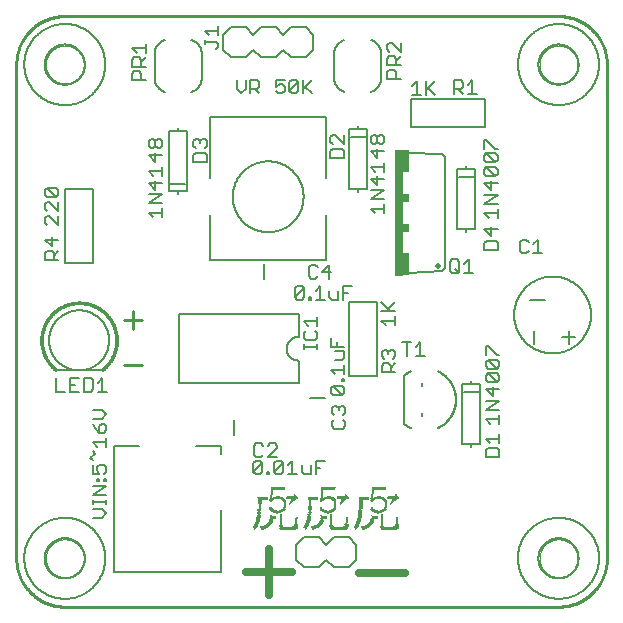
<source format=gto>
G75*
%MOIN*%
%OFA0B0*%
%FSLAX25Y25*%
%IPPOS*%
%LPD*%
%AMOC8*
5,1,8,0,0,1.08239X$1,22.5*
%
%ADD10C,0.01000*%
%ADD11C,0.02500*%
%ADD12C,0.00500*%
%ADD13C,0.00800*%
%ADD14C,0.00600*%
%ADD15C,0.00100*%
%ADD16C,0.02000*%
%ADD17R,0.03000X0.42000*%
%ADD18R,0.02000X0.07500*%
%ADD19R,0.02000X0.03000*%
%ADD20C,0.00050*%
%ADD21C,0.00000*%
%ADD22R,0.04016X0.00079*%
%ADD23R,0.03937X0.00079*%
%ADD24R,0.00394X0.00079*%
%ADD25R,0.04803X0.00079*%
%ADD26R,0.00315X0.00079*%
%ADD27R,0.04724X0.00079*%
%ADD28R,0.00079X0.00079*%
%ADD29R,0.00630X0.00079*%
%ADD30R,0.05118X0.00079*%
%ADD31R,0.00157X0.00079*%
%ADD32R,0.00709X0.00079*%
%ADD33R,0.00236X0.00079*%
%ADD34R,0.00945X0.00079*%
%ADD35R,0.05354X0.00079*%
%ADD36R,0.01181X0.00079*%
%ADD37R,0.05591X0.00079*%
%ADD38R,0.00472X0.00079*%
%ADD39R,0.01417X0.00079*%
%ADD40R,0.05748X0.00079*%
%ADD41R,0.00551X0.00079*%
%ADD42R,0.01575X0.00079*%
%ADD43R,0.05827X0.00079*%
%ADD44R,0.01654X0.00079*%
%ADD45R,0.05906X0.00079*%
%ADD46R,0.01811X0.00079*%
%ADD47R,0.05984X0.00079*%
%ADD48R,0.00787X0.00079*%
%ADD49R,0.01890X0.00079*%
%ADD50R,0.00866X0.00079*%
%ADD51R,0.02047X0.00079*%
%ADD52R,0.06063X0.00079*%
%ADD53R,0.01969X0.00079*%
%ADD54R,0.01024X0.00079*%
%ADD55R,0.02283X0.00079*%
%ADD56R,0.06142X0.00079*%
%ADD57R,0.02205X0.00079*%
%ADD58R,0.02362X0.00079*%
%ADD59R,0.06220X0.00079*%
%ADD60R,0.02441X0.00079*%
%ADD61R,0.01339X0.00079*%
%ADD62R,0.02598X0.00079*%
%ADD63R,0.01260X0.00079*%
%ADD64R,0.06299X0.00079*%
%ADD65R,0.02756X0.00079*%
%ADD66R,0.02677X0.00079*%
%ADD67R,0.02520X0.00079*%
%ADD68R,0.01102X0.00079*%
%ADD69R,0.01496X0.00079*%
%ADD70R,0.01732X0.00079*%
%ADD71R,0.02913X0.00079*%
%ADD72R,0.02992X0.00079*%
%ADD73R,0.03307X0.00079*%
%ADD74R,0.03543X0.00079*%
%ADD75R,0.03701X0.00079*%
%ADD76R,0.03780X0.00079*%
%ADD77R,0.03150X0.00079*%
%ADD78R,0.03228X0.00079*%
%ADD79R,0.03858X0.00079*%
%ADD80R,0.03465X0.00079*%
%ADD81R,0.03071X0.00079*%
%ADD82R,0.02835X0.00079*%
%ADD83R,0.02126X0.00079*%
%ADD84R,0.03622X0.00079*%
%ADD85R,0.04646X0.00079*%
D10*
X0016067Y0027183D02*
X0016067Y0191750D01*
X0016072Y0192140D01*
X0016086Y0192530D01*
X0016109Y0192919D01*
X0016142Y0193308D01*
X0016185Y0193696D01*
X0016236Y0194082D01*
X0016297Y0194468D01*
X0016368Y0194851D01*
X0016447Y0195233D01*
X0016536Y0195613D01*
X0016634Y0195991D01*
X0016741Y0196366D01*
X0016857Y0196738D01*
X0016982Y0197108D01*
X0017116Y0197474D01*
X0017259Y0197837D01*
X0017410Y0198197D01*
X0017570Y0198552D01*
X0017739Y0198904D01*
X0017916Y0199252D01*
X0018101Y0199595D01*
X0018295Y0199933D01*
X0018497Y0200267D01*
X0018707Y0200596D01*
X0018924Y0200920D01*
X0019150Y0201238D01*
X0019383Y0201551D01*
X0019623Y0201858D01*
X0019871Y0202159D01*
X0020127Y0202454D01*
X0020389Y0202743D01*
X0020658Y0203025D01*
X0020934Y0203301D01*
X0021216Y0203570D01*
X0021505Y0203832D01*
X0021800Y0204088D01*
X0022101Y0204336D01*
X0022408Y0204576D01*
X0022721Y0204809D01*
X0023039Y0205035D01*
X0023363Y0205252D01*
X0023692Y0205462D01*
X0024026Y0205664D01*
X0024364Y0205858D01*
X0024707Y0206043D01*
X0025055Y0206220D01*
X0025407Y0206389D01*
X0025762Y0206549D01*
X0026122Y0206700D01*
X0026485Y0206843D01*
X0026851Y0206977D01*
X0027221Y0207102D01*
X0027593Y0207218D01*
X0027968Y0207325D01*
X0028346Y0207423D01*
X0028726Y0207512D01*
X0029108Y0207591D01*
X0029491Y0207662D01*
X0029877Y0207723D01*
X0030263Y0207774D01*
X0030651Y0207817D01*
X0031040Y0207850D01*
X0031429Y0207873D01*
X0031819Y0207887D01*
X0032209Y0207892D01*
X0196776Y0207892D01*
X0197166Y0207887D01*
X0197556Y0207873D01*
X0197945Y0207850D01*
X0198334Y0207817D01*
X0198722Y0207774D01*
X0199108Y0207723D01*
X0199494Y0207662D01*
X0199877Y0207591D01*
X0200259Y0207512D01*
X0200639Y0207423D01*
X0201017Y0207325D01*
X0201392Y0207218D01*
X0201764Y0207102D01*
X0202134Y0206977D01*
X0202500Y0206843D01*
X0202863Y0206700D01*
X0203223Y0206549D01*
X0203578Y0206389D01*
X0203930Y0206220D01*
X0204278Y0206043D01*
X0204621Y0205858D01*
X0204959Y0205664D01*
X0205293Y0205462D01*
X0205622Y0205252D01*
X0205946Y0205035D01*
X0206264Y0204809D01*
X0206577Y0204576D01*
X0206884Y0204336D01*
X0207185Y0204088D01*
X0207480Y0203832D01*
X0207769Y0203570D01*
X0208051Y0203301D01*
X0208327Y0203025D01*
X0208596Y0202743D01*
X0208858Y0202454D01*
X0209114Y0202159D01*
X0209362Y0201858D01*
X0209602Y0201551D01*
X0209835Y0201238D01*
X0210061Y0200920D01*
X0210278Y0200596D01*
X0210488Y0200267D01*
X0210690Y0199933D01*
X0210884Y0199595D01*
X0211069Y0199252D01*
X0211246Y0198904D01*
X0211415Y0198552D01*
X0211575Y0198197D01*
X0211726Y0197837D01*
X0211869Y0197474D01*
X0212003Y0197108D01*
X0212128Y0196738D01*
X0212244Y0196366D01*
X0212351Y0195991D01*
X0212449Y0195613D01*
X0212538Y0195233D01*
X0212617Y0194851D01*
X0212688Y0194468D01*
X0212749Y0194082D01*
X0212800Y0193696D01*
X0212843Y0193308D01*
X0212876Y0192919D01*
X0212899Y0192530D01*
X0212913Y0192140D01*
X0212918Y0191750D01*
X0212917Y0191750D02*
X0212917Y0027183D01*
X0212918Y0027183D02*
X0212913Y0026793D01*
X0212899Y0026403D01*
X0212876Y0026014D01*
X0212843Y0025625D01*
X0212800Y0025237D01*
X0212749Y0024851D01*
X0212688Y0024465D01*
X0212617Y0024082D01*
X0212538Y0023700D01*
X0212449Y0023320D01*
X0212351Y0022942D01*
X0212244Y0022567D01*
X0212128Y0022195D01*
X0212003Y0021825D01*
X0211869Y0021459D01*
X0211726Y0021096D01*
X0211575Y0020736D01*
X0211415Y0020381D01*
X0211246Y0020029D01*
X0211069Y0019681D01*
X0210884Y0019338D01*
X0210690Y0019000D01*
X0210488Y0018666D01*
X0210278Y0018337D01*
X0210061Y0018013D01*
X0209835Y0017695D01*
X0209602Y0017382D01*
X0209362Y0017075D01*
X0209114Y0016774D01*
X0208858Y0016479D01*
X0208596Y0016190D01*
X0208327Y0015908D01*
X0208051Y0015632D01*
X0207769Y0015363D01*
X0207480Y0015101D01*
X0207185Y0014845D01*
X0206884Y0014597D01*
X0206577Y0014357D01*
X0206264Y0014124D01*
X0205946Y0013898D01*
X0205622Y0013681D01*
X0205293Y0013471D01*
X0204959Y0013269D01*
X0204621Y0013075D01*
X0204278Y0012890D01*
X0203930Y0012713D01*
X0203578Y0012544D01*
X0203223Y0012384D01*
X0202863Y0012233D01*
X0202500Y0012090D01*
X0202134Y0011956D01*
X0201764Y0011831D01*
X0201392Y0011715D01*
X0201017Y0011608D01*
X0200639Y0011510D01*
X0200259Y0011421D01*
X0199877Y0011342D01*
X0199494Y0011271D01*
X0199108Y0011210D01*
X0198722Y0011159D01*
X0198334Y0011116D01*
X0197945Y0011083D01*
X0197556Y0011060D01*
X0197166Y0011046D01*
X0196776Y0011041D01*
X0032209Y0011041D01*
X0031819Y0011046D01*
X0031429Y0011060D01*
X0031040Y0011083D01*
X0030651Y0011116D01*
X0030263Y0011159D01*
X0029877Y0011210D01*
X0029491Y0011271D01*
X0029108Y0011342D01*
X0028726Y0011421D01*
X0028346Y0011510D01*
X0027968Y0011608D01*
X0027593Y0011715D01*
X0027221Y0011831D01*
X0026851Y0011956D01*
X0026485Y0012090D01*
X0026122Y0012233D01*
X0025762Y0012384D01*
X0025407Y0012544D01*
X0025055Y0012713D01*
X0024707Y0012890D01*
X0024364Y0013075D01*
X0024026Y0013269D01*
X0023692Y0013471D01*
X0023363Y0013681D01*
X0023039Y0013898D01*
X0022721Y0014124D01*
X0022408Y0014357D01*
X0022101Y0014597D01*
X0021800Y0014845D01*
X0021505Y0015101D01*
X0021216Y0015363D01*
X0020934Y0015632D01*
X0020658Y0015908D01*
X0020389Y0016190D01*
X0020127Y0016479D01*
X0019871Y0016774D01*
X0019623Y0017075D01*
X0019383Y0017382D01*
X0019150Y0017695D01*
X0018924Y0018013D01*
X0018707Y0018337D01*
X0018497Y0018666D01*
X0018295Y0019000D01*
X0018101Y0019338D01*
X0017916Y0019681D01*
X0017739Y0020029D01*
X0017570Y0020381D01*
X0017410Y0020736D01*
X0017259Y0021096D01*
X0017116Y0021459D01*
X0016982Y0021825D01*
X0016857Y0022195D01*
X0016741Y0022567D01*
X0016634Y0022942D01*
X0016536Y0023320D01*
X0016447Y0023700D01*
X0016368Y0024082D01*
X0016297Y0024465D01*
X0016236Y0024851D01*
X0016185Y0025237D01*
X0016142Y0025625D01*
X0016109Y0026014D01*
X0016086Y0026403D01*
X0016072Y0026793D01*
X0016067Y0027183D01*
X0052000Y0091636D02*
X0058005Y0091636D01*
X0055003Y0103633D02*
X0055003Y0109638D01*
X0058005Y0106636D02*
X0052000Y0106636D01*
D11*
X0100154Y0030210D02*
X0100154Y0014930D01*
X0092514Y0022570D02*
X0107794Y0022570D01*
X0130309Y0022176D02*
X0145589Y0022176D01*
D12*
X0115790Y0055095D02*
X0115790Y0059598D01*
X0118793Y0059598D01*
X0117292Y0057347D02*
X0115790Y0057347D01*
X0114189Y0058097D02*
X0114189Y0055095D01*
X0111937Y0055095D01*
X0111187Y0055845D01*
X0111187Y0058097D01*
X0109585Y0055095D02*
X0106583Y0055095D01*
X0108084Y0055095D02*
X0108084Y0059598D01*
X0106583Y0058097D01*
X0104981Y0058848D02*
X0104981Y0055845D01*
X0104231Y0055095D01*
X0102729Y0055095D01*
X0101979Y0055845D01*
X0104981Y0058848D01*
X0104231Y0059598D01*
X0102729Y0059598D01*
X0101979Y0058848D01*
X0101979Y0055845D01*
X0100427Y0055845D02*
X0100427Y0055095D01*
X0099677Y0055095D01*
X0099677Y0055845D01*
X0100427Y0055845D01*
X0098075Y0055845D02*
X0097325Y0055095D01*
X0095823Y0055095D01*
X0095073Y0055845D01*
X0098075Y0058848D01*
X0098075Y0055845D01*
X0095073Y0055845D02*
X0095073Y0058848D01*
X0095823Y0059598D01*
X0097325Y0059598D01*
X0098075Y0058848D01*
X0097537Y0060977D02*
X0096036Y0060977D01*
X0095285Y0061727D01*
X0095285Y0064730D01*
X0096036Y0065480D01*
X0097537Y0065480D01*
X0098288Y0064730D01*
X0099889Y0064730D02*
X0100640Y0065480D01*
X0102141Y0065480D01*
X0102892Y0064730D01*
X0102892Y0063979D01*
X0099889Y0060977D01*
X0102892Y0060977D01*
X0098288Y0061727D02*
X0097537Y0060977D01*
X0121274Y0071129D02*
X0122024Y0070378D01*
X0125027Y0070378D01*
X0125778Y0071129D01*
X0125778Y0072630D01*
X0125027Y0073381D01*
X0125027Y0074982D02*
X0125778Y0075733D01*
X0125778Y0077234D01*
X0125027Y0077985D01*
X0124276Y0077985D01*
X0123526Y0077234D01*
X0123526Y0076483D01*
X0123526Y0077234D02*
X0122775Y0077985D01*
X0122024Y0077985D01*
X0121274Y0077234D01*
X0121274Y0075733D01*
X0122024Y0074982D01*
X0122024Y0073381D02*
X0121274Y0072630D01*
X0121274Y0071129D01*
X0121607Y0081583D02*
X0120856Y0082333D01*
X0120856Y0083835D01*
X0121607Y0084585D01*
X0124610Y0081583D01*
X0125360Y0082333D01*
X0125360Y0083835D01*
X0124610Y0084585D01*
X0121607Y0084585D01*
X0121607Y0081583D02*
X0124610Y0081583D01*
X0124610Y0086187D02*
X0124610Y0086937D01*
X0125360Y0086937D01*
X0125360Y0086187D01*
X0124610Y0086187D01*
X0125360Y0088489D02*
X0125360Y0091491D01*
X0125360Y0089990D02*
X0120856Y0089990D01*
X0122358Y0088489D01*
X0122358Y0093093D02*
X0124610Y0093093D01*
X0125360Y0093843D01*
X0125360Y0096095D01*
X0122358Y0096095D01*
X0123108Y0097697D02*
X0123108Y0099198D01*
X0120856Y0097697D02*
X0120856Y0100699D01*
X0120856Y0097697D02*
X0125360Y0097697D01*
X0116344Y0097682D02*
X0111841Y0097682D01*
X0111841Y0096932D02*
X0111841Y0098433D01*
X0112591Y0100001D02*
X0115594Y0100001D01*
X0116344Y0100752D01*
X0116344Y0102253D01*
X0115594Y0103003D01*
X0116344Y0104605D02*
X0116344Y0107607D01*
X0116344Y0106106D02*
X0111841Y0106106D01*
X0113342Y0104605D01*
X0112591Y0103003D02*
X0111841Y0102253D01*
X0111841Y0100752D01*
X0112591Y0100001D01*
X0116344Y0098433D02*
X0116344Y0096932D01*
X0115837Y0113362D02*
X0118840Y0113362D01*
X0117338Y0113362D02*
X0117338Y0117866D01*
X0115837Y0116365D01*
X0114286Y0114113D02*
X0114286Y0113362D01*
X0113535Y0113362D01*
X0113535Y0114113D01*
X0114286Y0114113D01*
X0111934Y0114113D02*
X0111183Y0113362D01*
X0109682Y0113362D01*
X0108931Y0114113D01*
X0111934Y0117116D01*
X0111934Y0114113D01*
X0108931Y0114113D02*
X0108931Y0117116D01*
X0109682Y0117866D01*
X0111183Y0117866D01*
X0111934Y0117116D01*
X0114225Y0120425D02*
X0115726Y0120425D01*
X0116477Y0121176D01*
X0118078Y0122677D02*
X0121081Y0122677D01*
X0120330Y0120425D02*
X0120330Y0124929D01*
X0118078Y0122677D01*
X0116477Y0124179D02*
X0115726Y0124929D01*
X0114225Y0124929D01*
X0113474Y0124179D01*
X0113474Y0121176D01*
X0114225Y0120425D01*
X0120441Y0116365D02*
X0120441Y0114113D01*
X0121192Y0113362D01*
X0123443Y0113362D01*
X0123443Y0116365D01*
X0125045Y0115614D02*
X0126546Y0115614D01*
X0125045Y0113362D02*
X0125045Y0117866D01*
X0128047Y0117866D01*
X0137734Y0112457D02*
X0140737Y0109454D01*
X0139986Y0110205D02*
X0142238Y0112457D01*
X0142238Y0109454D02*
X0137734Y0109454D01*
X0137734Y0106352D02*
X0142238Y0106352D01*
X0142238Y0104851D02*
X0142238Y0107853D01*
X0139236Y0104851D02*
X0137734Y0106352D01*
X0144663Y0099095D02*
X0147666Y0099095D01*
X0146165Y0099095D02*
X0146165Y0094591D01*
X0149267Y0094591D02*
X0152270Y0094591D01*
X0150769Y0094591D02*
X0150769Y0099095D01*
X0149267Y0097593D01*
X0142293Y0096002D02*
X0142293Y0094500D01*
X0141543Y0093750D01*
X0142293Y0092148D02*
X0140792Y0090647D01*
X0140792Y0091398D02*
X0140792Y0089146D01*
X0142293Y0089146D02*
X0137789Y0089146D01*
X0137789Y0091398D01*
X0138540Y0092148D01*
X0140041Y0092148D01*
X0140792Y0091398D01*
X0138540Y0093750D02*
X0137789Y0094500D01*
X0137789Y0096002D01*
X0138540Y0096752D01*
X0139291Y0096752D01*
X0140041Y0096002D01*
X0140792Y0096752D01*
X0141543Y0096752D01*
X0142293Y0096002D01*
X0140041Y0096002D02*
X0140041Y0095251D01*
X0145433Y0088423D02*
X0145433Y0071927D01*
X0151433Y0074648D02*
X0151433Y0075703D01*
X0151433Y0084648D02*
X0151433Y0085703D01*
X0172581Y0086545D02*
X0172581Y0088047D01*
X0173331Y0088797D01*
X0176334Y0085795D01*
X0177085Y0086545D01*
X0177085Y0088047D01*
X0176334Y0088797D01*
X0173331Y0088797D01*
X0173331Y0090399D02*
X0172581Y0091149D01*
X0172581Y0092650D01*
X0173331Y0093401D01*
X0176334Y0090399D01*
X0177085Y0091149D01*
X0177085Y0092650D01*
X0176334Y0093401D01*
X0173331Y0093401D01*
X0172581Y0095002D02*
X0172581Y0098005D01*
X0173331Y0098005D01*
X0176334Y0095002D01*
X0177085Y0095002D01*
X0176334Y0090399D02*
X0173331Y0090399D01*
X0172581Y0086545D02*
X0173331Y0085795D01*
X0176334Y0085795D01*
X0174833Y0084193D02*
X0174833Y0081191D01*
X0172581Y0083443D01*
X0177085Y0083443D01*
X0177085Y0079589D02*
X0172581Y0079589D01*
X0172581Y0076587D02*
X0177085Y0079589D01*
X0177085Y0076587D02*
X0172581Y0076587D01*
X0172581Y0073484D02*
X0177085Y0073484D01*
X0177085Y0071983D02*
X0177085Y0074985D01*
X0174082Y0071983D02*
X0172581Y0073484D01*
X0176998Y0068509D02*
X0176998Y0065506D01*
X0176998Y0067008D02*
X0172494Y0067008D01*
X0173995Y0065506D01*
X0173245Y0063905D02*
X0172494Y0063154D01*
X0172494Y0060902D01*
X0176998Y0060902D01*
X0176998Y0063154D01*
X0176247Y0063905D01*
X0173245Y0063905D01*
X0168298Y0122257D02*
X0165296Y0122257D01*
X0166797Y0122257D02*
X0166797Y0126761D01*
X0165296Y0125259D01*
X0163694Y0126010D02*
X0162944Y0126761D01*
X0161442Y0126761D01*
X0160692Y0126010D01*
X0160692Y0123007D01*
X0161442Y0122257D01*
X0162944Y0122257D01*
X0163694Y0123007D01*
X0163694Y0126010D01*
X0162193Y0123758D02*
X0163694Y0122257D01*
X0172061Y0130032D02*
X0172061Y0132284D01*
X0172812Y0133034D01*
X0175814Y0133034D01*
X0176565Y0132284D01*
X0176565Y0130032D01*
X0172061Y0130032D01*
X0174313Y0134636D02*
X0174313Y0137638D01*
X0172061Y0136887D02*
X0174313Y0134636D01*
X0176565Y0136887D02*
X0172061Y0136887D01*
X0173476Y0140693D02*
X0171975Y0142194D01*
X0176478Y0142194D01*
X0176478Y0140693D02*
X0176478Y0143696D01*
X0176478Y0145297D02*
X0171975Y0145297D01*
X0176478Y0148300D01*
X0171975Y0148300D01*
X0174226Y0149901D02*
X0174226Y0152903D01*
X0172725Y0154505D02*
X0171975Y0155255D01*
X0171975Y0156757D01*
X0172725Y0157507D01*
X0175728Y0154505D01*
X0176478Y0155255D01*
X0176478Y0156757D01*
X0175728Y0157507D01*
X0172725Y0157507D01*
X0172725Y0159109D02*
X0171975Y0159859D01*
X0171975Y0161361D01*
X0172725Y0162111D01*
X0175728Y0159109D01*
X0176478Y0159859D01*
X0176478Y0161361D01*
X0175728Y0162111D01*
X0172725Y0162111D01*
X0171975Y0163713D02*
X0171975Y0166715D01*
X0172725Y0166715D01*
X0175728Y0163713D01*
X0176478Y0163713D01*
X0175728Y0159109D02*
X0172725Y0159109D01*
X0172725Y0154505D02*
X0175728Y0154505D01*
X0176478Y0152153D02*
X0171975Y0152153D01*
X0174226Y0149901D01*
X0184540Y0133319D02*
X0183789Y0132568D01*
X0183789Y0129566D01*
X0184540Y0128815D01*
X0186041Y0128815D01*
X0186792Y0129566D01*
X0188393Y0128815D02*
X0191396Y0128815D01*
X0189895Y0128815D02*
X0189895Y0133319D01*
X0188393Y0131818D01*
X0186792Y0132568D02*
X0186041Y0133319D01*
X0184540Y0133319D01*
X0138699Y0142219D02*
X0138699Y0145222D01*
X0138699Y0143720D02*
X0134195Y0143720D01*
X0135696Y0142219D01*
X0134195Y0146823D02*
X0138699Y0149826D01*
X0134195Y0149826D01*
X0136447Y0151427D02*
X0136447Y0154429D01*
X0135696Y0156031D02*
X0134195Y0157532D01*
X0138699Y0157532D01*
X0138699Y0156031D02*
X0138699Y0159033D01*
X0136447Y0160635D02*
X0136447Y0163637D01*
X0137198Y0165239D02*
X0136447Y0165989D01*
X0136447Y0167491D01*
X0137198Y0168241D01*
X0137948Y0168241D01*
X0138699Y0167491D01*
X0138699Y0165989D01*
X0137948Y0165239D01*
X0137198Y0165239D01*
X0136447Y0165989D02*
X0135696Y0165239D01*
X0134946Y0165239D01*
X0134195Y0165989D01*
X0134195Y0167491D01*
X0134946Y0168241D01*
X0135696Y0168241D01*
X0136447Y0167491D01*
X0138699Y0162887D02*
X0134195Y0162887D01*
X0136447Y0160635D01*
X0138699Y0153679D02*
X0134195Y0153679D01*
X0136447Y0151427D01*
X0138699Y0146823D02*
X0134195Y0146823D01*
X0125226Y0160666D02*
X0120723Y0160666D01*
X0120723Y0162918D01*
X0121473Y0163669D01*
X0124476Y0163669D01*
X0125226Y0162918D01*
X0125226Y0160666D01*
X0125226Y0165270D02*
X0122224Y0168273D01*
X0121473Y0168273D01*
X0120723Y0167522D01*
X0120723Y0166021D01*
X0121473Y0165270D01*
X0125226Y0165270D02*
X0125226Y0168273D01*
X0114669Y0182118D02*
X0112417Y0184370D01*
X0111667Y0183620D02*
X0114669Y0186622D01*
X0111667Y0186622D02*
X0111667Y0182118D01*
X0110065Y0182869D02*
X0109315Y0182118D01*
X0107813Y0182118D01*
X0107063Y0182869D01*
X0110065Y0185871D01*
X0110065Y0182869D01*
X0107063Y0182869D02*
X0107063Y0185871D01*
X0107813Y0186622D01*
X0109315Y0186622D01*
X0110065Y0185871D01*
X0105461Y0186622D02*
X0102459Y0186622D01*
X0102459Y0184370D01*
X0103960Y0185121D01*
X0104711Y0185121D01*
X0105461Y0184370D01*
X0105461Y0182869D01*
X0104711Y0182118D01*
X0103209Y0182118D01*
X0102459Y0182869D01*
X0097073Y0182118D02*
X0095572Y0183620D01*
X0096322Y0183620D02*
X0094070Y0183620D01*
X0094070Y0182118D02*
X0094070Y0186622D01*
X0096322Y0186622D01*
X0097073Y0185871D01*
X0097073Y0184370D01*
X0096322Y0183620D01*
X0092469Y0183620D02*
X0092469Y0186622D01*
X0092469Y0183620D02*
X0090968Y0182118D01*
X0089467Y0183620D01*
X0089467Y0186622D01*
X0082669Y0196936D02*
X0083420Y0197687D01*
X0083420Y0198438D01*
X0082669Y0199188D01*
X0078916Y0199188D01*
X0078916Y0198438D02*
X0078916Y0199939D01*
X0080418Y0201540D02*
X0078916Y0203042D01*
X0083420Y0203042D01*
X0083420Y0204543D02*
X0083420Y0201540D01*
X0059124Y0198699D02*
X0059124Y0195696D01*
X0059124Y0197197D02*
X0054620Y0197197D01*
X0056121Y0195696D01*
X0055371Y0194095D02*
X0056872Y0194095D01*
X0057623Y0193344D01*
X0057623Y0191092D01*
X0059124Y0191092D02*
X0054620Y0191092D01*
X0054620Y0193344D01*
X0055371Y0194095D01*
X0057623Y0192594D02*
X0059124Y0194095D01*
X0056872Y0189491D02*
X0057623Y0188740D01*
X0057623Y0186488D01*
X0059124Y0186488D02*
X0054620Y0186488D01*
X0054620Y0188740D01*
X0055371Y0189491D01*
X0056872Y0189491D01*
X0060930Y0166903D02*
X0061681Y0166903D01*
X0062431Y0166152D01*
X0062431Y0164651D01*
X0061681Y0163900D01*
X0060930Y0163900D01*
X0060179Y0164651D01*
X0060179Y0166152D01*
X0060930Y0166903D01*
X0062431Y0166152D02*
X0063182Y0166903D01*
X0063932Y0166903D01*
X0064683Y0166152D01*
X0064683Y0164651D01*
X0063932Y0163900D01*
X0063182Y0163900D01*
X0062431Y0164651D01*
X0062431Y0162299D02*
X0062431Y0159296D01*
X0060179Y0161548D01*
X0064683Y0161548D01*
X0064683Y0157695D02*
X0064683Y0154692D01*
X0064683Y0156194D02*
X0060179Y0156194D01*
X0061681Y0154692D01*
X0062431Y0153091D02*
X0062431Y0150088D01*
X0060179Y0152340D01*
X0064683Y0152340D01*
X0064683Y0148487D02*
X0060179Y0148487D01*
X0060179Y0145484D02*
X0064683Y0148487D01*
X0064683Y0145484D02*
X0060179Y0145484D01*
X0060179Y0142382D02*
X0064683Y0142382D01*
X0064683Y0143883D02*
X0064683Y0140880D01*
X0061681Y0140880D02*
X0060179Y0142382D01*
X0075053Y0159328D02*
X0075053Y0161580D01*
X0075804Y0162330D01*
X0078806Y0162330D01*
X0079557Y0161580D01*
X0079557Y0159328D01*
X0075053Y0159328D01*
X0075804Y0163932D02*
X0075053Y0164682D01*
X0075053Y0166184D01*
X0075804Y0166934D01*
X0076555Y0166934D01*
X0077305Y0166184D01*
X0078056Y0166934D01*
X0078806Y0166934D01*
X0079557Y0166184D01*
X0079557Y0164682D01*
X0078806Y0163932D01*
X0077305Y0165433D02*
X0077305Y0166184D01*
X0088193Y0147695D02*
X0088197Y0147985D01*
X0088207Y0148275D01*
X0088225Y0148564D01*
X0088250Y0148853D01*
X0088282Y0149141D01*
X0088321Y0149428D01*
X0088367Y0149714D01*
X0088420Y0149999D01*
X0088480Y0150283D01*
X0088547Y0150565D01*
X0088621Y0150845D01*
X0088702Y0151124D01*
X0088789Y0151400D01*
X0088883Y0151674D01*
X0088984Y0151946D01*
X0089092Y0152215D01*
X0089206Y0152481D01*
X0089327Y0152745D01*
X0089454Y0153005D01*
X0089588Y0153263D01*
X0089727Y0153517D01*
X0089873Y0153767D01*
X0090025Y0154014D01*
X0090184Y0154257D01*
X0090348Y0154496D01*
X0090517Y0154731D01*
X0090693Y0154962D01*
X0090874Y0155188D01*
X0091061Y0155410D01*
X0091253Y0155627D01*
X0091450Y0155839D01*
X0091652Y0156047D01*
X0091860Y0156249D01*
X0092072Y0156446D01*
X0092289Y0156638D01*
X0092511Y0156825D01*
X0092737Y0157006D01*
X0092968Y0157182D01*
X0093203Y0157351D01*
X0093442Y0157515D01*
X0093685Y0157674D01*
X0093932Y0157826D01*
X0094182Y0157972D01*
X0094436Y0158111D01*
X0094694Y0158245D01*
X0094954Y0158372D01*
X0095218Y0158493D01*
X0095484Y0158607D01*
X0095753Y0158715D01*
X0096025Y0158816D01*
X0096299Y0158910D01*
X0096575Y0158997D01*
X0096854Y0159078D01*
X0097134Y0159152D01*
X0097416Y0159219D01*
X0097700Y0159279D01*
X0097985Y0159332D01*
X0098271Y0159378D01*
X0098558Y0159417D01*
X0098846Y0159449D01*
X0099135Y0159474D01*
X0099424Y0159492D01*
X0099714Y0159502D01*
X0100004Y0159506D01*
X0100294Y0159502D01*
X0100584Y0159492D01*
X0100873Y0159474D01*
X0101162Y0159449D01*
X0101450Y0159417D01*
X0101737Y0159378D01*
X0102023Y0159332D01*
X0102308Y0159279D01*
X0102592Y0159219D01*
X0102874Y0159152D01*
X0103154Y0159078D01*
X0103433Y0158997D01*
X0103709Y0158910D01*
X0103983Y0158816D01*
X0104255Y0158715D01*
X0104524Y0158607D01*
X0104790Y0158493D01*
X0105054Y0158372D01*
X0105314Y0158245D01*
X0105572Y0158111D01*
X0105826Y0157972D01*
X0106076Y0157826D01*
X0106323Y0157674D01*
X0106566Y0157515D01*
X0106805Y0157351D01*
X0107040Y0157182D01*
X0107271Y0157006D01*
X0107497Y0156825D01*
X0107719Y0156638D01*
X0107936Y0156446D01*
X0108148Y0156249D01*
X0108356Y0156047D01*
X0108558Y0155839D01*
X0108755Y0155627D01*
X0108947Y0155410D01*
X0109134Y0155188D01*
X0109315Y0154962D01*
X0109491Y0154731D01*
X0109660Y0154496D01*
X0109824Y0154257D01*
X0109983Y0154014D01*
X0110135Y0153767D01*
X0110281Y0153517D01*
X0110420Y0153263D01*
X0110554Y0153005D01*
X0110681Y0152745D01*
X0110802Y0152481D01*
X0110916Y0152215D01*
X0111024Y0151946D01*
X0111125Y0151674D01*
X0111219Y0151400D01*
X0111306Y0151124D01*
X0111387Y0150845D01*
X0111461Y0150565D01*
X0111528Y0150283D01*
X0111588Y0149999D01*
X0111641Y0149714D01*
X0111687Y0149428D01*
X0111726Y0149141D01*
X0111758Y0148853D01*
X0111783Y0148564D01*
X0111801Y0148275D01*
X0111811Y0147985D01*
X0111815Y0147695D01*
X0111811Y0147405D01*
X0111801Y0147115D01*
X0111783Y0146826D01*
X0111758Y0146537D01*
X0111726Y0146249D01*
X0111687Y0145962D01*
X0111641Y0145676D01*
X0111588Y0145391D01*
X0111528Y0145107D01*
X0111461Y0144825D01*
X0111387Y0144545D01*
X0111306Y0144266D01*
X0111219Y0143990D01*
X0111125Y0143716D01*
X0111024Y0143444D01*
X0110916Y0143175D01*
X0110802Y0142909D01*
X0110681Y0142645D01*
X0110554Y0142385D01*
X0110420Y0142127D01*
X0110281Y0141873D01*
X0110135Y0141623D01*
X0109983Y0141376D01*
X0109824Y0141133D01*
X0109660Y0140894D01*
X0109491Y0140659D01*
X0109315Y0140428D01*
X0109134Y0140202D01*
X0108947Y0139980D01*
X0108755Y0139763D01*
X0108558Y0139551D01*
X0108356Y0139343D01*
X0108148Y0139141D01*
X0107936Y0138944D01*
X0107719Y0138752D01*
X0107497Y0138565D01*
X0107271Y0138384D01*
X0107040Y0138208D01*
X0106805Y0138039D01*
X0106566Y0137875D01*
X0106323Y0137716D01*
X0106076Y0137564D01*
X0105826Y0137418D01*
X0105572Y0137279D01*
X0105314Y0137145D01*
X0105054Y0137018D01*
X0104790Y0136897D01*
X0104524Y0136783D01*
X0104255Y0136675D01*
X0103983Y0136574D01*
X0103709Y0136480D01*
X0103433Y0136393D01*
X0103154Y0136312D01*
X0102874Y0136238D01*
X0102592Y0136171D01*
X0102308Y0136111D01*
X0102023Y0136058D01*
X0101737Y0136012D01*
X0101450Y0135973D01*
X0101162Y0135941D01*
X0100873Y0135916D01*
X0100584Y0135898D01*
X0100294Y0135888D01*
X0100004Y0135884D01*
X0099714Y0135888D01*
X0099424Y0135898D01*
X0099135Y0135916D01*
X0098846Y0135941D01*
X0098558Y0135973D01*
X0098271Y0136012D01*
X0097985Y0136058D01*
X0097700Y0136111D01*
X0097416Y0136171D01*
X0097134Y0136238D01*
X0096854Y0136312D01*
X0096575Y0136393D01*
X0096299Y0136480D01*
X0096025Y0136574D01*
X0095753Y0136675D01*
X0095484Y0136783D01*
X0095218Y0136897D01*
X0094954Y0137018D01*
X0094694Y0137145D01*
X0094436Y0137279D01*
X0094182Y0137418D01*
X0093932Y0137564D01*
X0093685Y0137716D01*
X0093442Y0137875D01*
X0093203Y0138039D01*
X0092968Y0138208D01*
X0092737Y0138384D01*
X0092511Y0138565D01*
X0092289Y0138752D01*
X0092072Y0138944D01*
X0091860Y0139141D01*
X0091652Y0139343D01*
X0091450Y0139551D01*
X0091253Y0139763D01*
X0091061Y0139980D01*
X0090874Y0140202D01*
X0090693Y0140428D01*
X0090517Y0140659D01*
X0090348Y0140894D01*
X0090184Y0141133D01*
X0090025Y0141376D01*
X0089873Y0141623D01*
X0089727Y0141873D01*
X0089588Y0142127D01*
X0089454Y0142385D01*
X0089327Y0142645D01*
X0089206Y0142909D01*
X0089092Y0143175D01*
X0088984Y0143444D01*
X0088883Y0143716D01*
X0088789Y0143990D01*
X0088702Y0144266D01*
X0088621Y0144545D01*
X0088547Y0144825D01*
X0088480Y0145107D01*
X0088420Y0145391D01*
X0088367Y0145676D01*
X0088321Y0145962D01*
X0088282Y0146249D01*
X0088250Y0146537D01*
X0088225Y0146826D01*
X0088207Y0147115D01*
X0088197Y0147405D01*
X0088193Y0147695D01*
X0139660Y0186882D02*
X0139660Y0189134D01*
X0140410Y0189885D01*
X0141911Y0189885D01*
X0142662Y0189134D01*
X0142662Y0186882D01*
X0144163Y0186882D02*
X0139660Y0186882D01*
X0139660Y0191486D02*
X0139660Y0193738D01*
X0140410Y0194488D01*
X0141911Y0194488D01*
X0142662Y0193738D01*
X0142662Y0191486D01*
X0142662Y0192987D02*
X0144163Y0194488D01*
X0144163Y0196090D02*
X0141161Y0199092D01*
X0140410Y0199092D01*
X0139660Y0198342D01*
X0139660Y0196841D01*
X0140410Y0196090D01*
X0144163Y0196090D02*
X0144163Y0199092D01*
X0144163Y0191486D02*
X0139660Y0191486D01*
X0148065Y0184723D02*
X0149566Y0186224D01*
X0149566Y0181721D01*
X0148065Y0181721D02*
X0151068Y0181721D01*
X0152669Y0181721D02*
X0152669Y0186224D01*
X0153420Y0183973D02*
X0155671Y0181721D01*
X0152669Y0183222D02*
X0155671Y0186224D01*
X0161932Y0186484D02*
X0161932Y0181980D01*
X0161932Y0183482D02*
X0164184Y0183482D01*
X0164934Y0184232D01*
X0164934Y0185734D01*
X0164184Y0186484D01*
X0161932Y0186484D01*
X0163433Y0183482D02*
X0164934Y0181980D01*
X0166536Y0181980D02*
X0169538Y0181980D01*
X0168037Y0181980D02*
X0168037Y0186484D01*
X0166536Y0184983D01*
X0046222Y0082722D02*
X0043219Y0082722D01*
X0044721Y0082722D02*
X0044721Y0087226D01*
X0043219Y0085725D01*
X0041618Y0086475D02*
X0040867Y0087226D01*
X0038615Y0087226D01*
X0038615Y0082722D01*
X0040867Y0082722D01*
X0041618Y0083473D01*
X0041618Y0086475D01*
X0037014Y0087226D02*
X0034011Y0087226D01*
X0034011Y0082722D01*
X0037014Y0082722D01*
X0035513Y0084974D02*
X0034011Y0084974D01*
X0032410Y0082722D02*
X0029407Y0082722D01*
X0029407Y0087226D01*
X0041510Y0076619D02*
X0044512Y0076619D01*
X0046014Y0075118D01*
X0044512Y0073617D01*
X0041510Y0073617D01*
X0041510Y0072015D02*
X0042261Y0070514D01*
X0043762Y0069013D01*
X0043762Y0071265D01*
X0044512Y0072015D01*
X0045263Y0072015D01*
X0046014Y0071265D01*
X0046014Y0069763D01*
X0045263Y0069013D01*
X0043762Y0069013D01*
X0046014Y0067411D02*
X0046014Y0064409D01*
X0046014Y0065910D02*
X0041510Y0065910D01*
X0043011Y0064409D01*
X0041510Y0062807D02*
X0042261Y0062057D01*
X0040759Y0060555D01*
X0041510Y0059805D01*
X0041510Y0058203D02*
X0041510Y0055201D01*
X0043762Y0055201D01*
X0043011Y0056702D01*
X0043011Y0057453D01*
X0043762Y0058203D01*
X0045263Y0058203D01*
X0046014Y0057453D01*
X0046014Y0055952D01*
X0045263Y0055201D01*
X0045263Y0053650D02*
X0046014Y0053650D01*
X0046014Y0052899D01*
X0045263Y0052899D01*
X0045263Y0053650D01*
X0043762Y0053650D02*
X0043762Y0052899D01*
X0043011Y0052899D01*
X0043011Y0053650D01*
X0043762Y0053650D01*
X0046014Y0051298D02*
X0041510Y0051298D01*
X0041510Y0048295D02*
X0046014Y0051298D01*
X0046014Y0048295D02*
X0041510Y0048295D01*
X0041510Y0046727D02*
X0041510Y0045226D01*
X0041510Y0045976D02*
X0046014Y0045976D01*
X0046014Y0045226D02*
X0046014Y0046727D01*
X0044512Y0043624D02*
X0041510Y0043624D01*
X0041510Y0040622D02*
X0044512Y0040622D01*
X0046014Y0042123D01*
X0044512Y0043624D01*
X0030089Y0126547D02*
X0025585Y0126547D01*
X0025585Y0128799D01*
X0026335Y0129550D01*
X0027837Y0129550D01*
X0028587Y0128799D01*
X0028587Y0126547D01*
X0028587Y0128049D02*
X0030089Y0129550D01*
X0027837Y0131151D02*
X0027837Y0134154D01*
X0030089Y0133403D02*
X0025585Y0133403D01*
X0027837Y0131151D01*
X0026280Y0138315D02*
X0025530Y0139066D01*
X0025530Y0140567D01*
X0026280Y0141318D01*
X0027031Y0141318D01*
X0030033Y0138315D01*
X0030033Y0141318D01*
X0030033Y0142919D02*
X0027031Y0145922D01*
X0026280Y0145922D01*
X0025530Y0145171D01*
X0025530Y0143670D01*
X0026280Y0142919D01*
X0030033Y0142919D02*
X0030033Y0145922D01*
X0029283Y0147523D02*
X0026280Y0150525D01*
X0029283Y0150525D01*
X0030033Y0149775D01*
X0030033Y0148274D01*
X0029283Y0147523D01*
X0026280Y0147523D01*
X0025530Y0148274D01*
X0025530Y0149775D01*
X0026280Y0150525D01*
D13*
X0032327Y0150412D02*
X0041776Y0150412D01*
X0041776Y0125608D01*
X0032327Y0125608D01*
X0032327Y0150412D01*
X0066807Y0149467D02*
X0066807Y0169467D01*
X0069807Y0169467D01*
X0069807Y0170467D01*
X0069807Y0169467D02*
X0072807Y0169467D01*
X0072807Y0149467D01*
X0069807Y0149467D01*
X0069807Y0148467D01*
X0069807Y0149467D02*
X0066807Y0149467D01*
X0067307Y0151967D02*
X0072307Y0151967D01*
X0080594Y0153797D02*
X0080594Y0174191D01*
X0119413Y0174191D01*
X0119413Y0153797D01*
X0127043Y0150097D02*
X0130043Y0150097D01*
X0130043Y0149097D01*
X0130043Y0150097D02*
X0133043Y0150097D01*
X0133043Y0170097D01*
X0130043Y0170097D01*
X0130043Y0171097D01*
X0130043Y0170097D02*
X0127043Y0170097D01*
X0127043Y0150097D01*
X0119413Y0141593D02*
X0119413Y0126648D01*
X0080594Y0126648D01*
X0080594Y0141593D01*
X0098626Y0125156D02*
X0098626Y0120156D01*
X0126815Y0112616D02*
X0136264Y0112616D01*
X0136264Y0087813D01*
X0126815Y0087813D01*
X0126815Y0112616D01*
X0118961Y0080727D02*
X0113961Y0080727D01*
X0088705Y0073187D02*
X0088705Y0068187D01*
X0084177Y0064585D02*
X0084177Y0061829D01*
X0084177Y0064585D02*
X0075909Y0064585D01*
X0057012Y0064585D02*
X0048744Y0064585D01*
X0048744Y0022459D01*
X0084177Y0022459D01*
X0084177Y0043325D01*
X0109335Y0031652D02*
X0109335Y0026652D01*
X0111835Y0024152D01*
X0116835Y0024152D01*
X0119335Y0026652D01*
X0121835Y0024152D01*
X0126835Y0024152D01*
X0129335Y0026652D01*
X0129335Y0031652D01*
X0126835Y0034152D01*
X0121835Y0034152D01*
X0119335Y0031652D01*
X0116835Y0034152D01*
X0111835Y0034152D01*
X0109335Y0031652D01*
X0164642Y0065215D02*
X0167642Y0065215D01*
X0167642Y0064215D01*
X0167642Y0065215D02*
X0170642Y0065215D01*
X0170642Y0085215D01*
X0167642Y0085215D01*
X0167642Y0086215D01*
X0167642Y0085215D02*
X0164642Y0085215D01*
X0164642Y0065215D01*
X0165142Y0082715D02*
X0170142Y0082715D01*
X0188762Y0098538D02*
X0188762Y0103075D01*
X0182012Y0108286D02*
X0182016Y0108600D01*
X0182027Y0108914D01*
X0182047Y0109227D01*
X0182074Y0109540D01*
X0182108Y0109852D01*
X0182150Y0110163D01*
X0182200Y0110473D01*
X0182258Y0110782D01*
X0182323Y0111089D01*
X0182395Y0111395D01*
X0182475Y0111699D01*
X0182563Y0112000D01*
X0182658Y0112300D01*
X0182760Y0112597D01*
X0182869Y0112891D01*
X0182986Y0113182D01*
X0183110Y0113471D01*
X0183240Y0113757D01*
X0183378Y0114039D01*
X0183523Y0114318D01*
X0183674Y0114593D01*
X0183832Y0114864D01*
X0183997Y0115131D01*
X0184168Y0115395D01*
X0184346Y0115653D01*
X0184530Y0115908D01*
X0184720Y0116158D01*
X0184916Y0116403D01*
X0185119Y0116643D01*
X0185327Y0116879D01*
X0185540Y0117109D01*
X0185760Y0117333D01*
X0185984Y0117553D01*
X0186214Y0117766D01*
X0186450Y0117974D01*
X0186690Y0118177D01*
X0186935Y0118373D01*
X0187185Y0118563D01*
X0187440Y0118747D01*
X0187698Y0118925D01*
X0187962Y0119096D01*
X0188229Y0119261D01*
X0188500Y0119419D01*
X0188775Y0119570D01*
X0189054Y0119715D01*
X0189336Y0119853D01*
X0189622Y0119983D01*
X0189911Y0120107D01*
X0190202Y0120224D01*
X0190496Y0120333D01*
X0190793Y0120435D01*
X0191093Y0120530D01*
X0191394Y0120618D01*
X0191698Y0120698D01*
X0192004Y0120770D01*
X0192311Y0120835D01*
X0192620Y0120893D01*
X0192930Y0120943D01*
X0193241Y0120985D01*
X0193553Y0121019D01*
X0193866Y0121046D01*
X0194179Y0121066D01*
X0194493Y0121077D01*
X0194807Y0121081D01*
X0195121Y0121077D01*
X0195435Y0121066D01*
X0195748Y0121046D01*
X0196061Y0121019D01*
X0196373Y0120985D01*
X0196684Y0120943D01*
X0196994Y0120893D01*
X0197303Y0120835D01*
X0197610Y0120770D01*
X0197916Y0120698D01*
X0198220Y0120618D01*
X0198521Y0120530D01*
X0198821Y0120435D01*
X0199118Y0120333D01*
X0199412Y0120224D01*
X0199703Y0120107D01*
X0199992Y0119983D01*
X0200278Y0119853D01*
X0200560Y0119715D01*
X0200839Y0119570D01*
X0201114Y0119419D01*
X0201385Y0119261D01*
X0201652Y0119096D01*
X0201916Y0118925D01*
X0202174Y0118747D01*
X0202429Y0118563D01*
X0202679Y0118373D01*
X0202924Y0118177D01*
X0203164Y0117974D01*
X0203400Y0117766D01*
X0203630Y0117553D01*
X0203854Y0117333D01*
X0204074Y0117109D01*
X0204287Y0116879D01*
X0204495Y0116643D01*
X0204698Y0116403D01*
X0204894Y0116158D01*
X0205084Y0115908D01*
X0205268Y0115653D01*
X0205446Y0115395D01*
X0205617Y0115131D01*
X0205782Y0114864D01*
X0205940Y0114593D01*
X0206091Y0114318D01*
X0206236Y0114039D01*
X0206374Y0113757D01*
X0206504Y0113471D01*
X0206628Y0113182D01*
X0206745Y0112891D01*
X0206854Y0112597D01*
X0206956Y0112300D01*
X0207051Y0112000D01*
X0207139Y0111699D01*
X0207219Y0111395D01*
X0207291Y0111089D01*
X0207356Y0110782D01*
X0207414Y0110473D01*
X0207464Y0110163D01*
X0207506Y0109852D01*
X0207540Y0109540D01*
X0207567Y0109227D01*
X0207587Y0108914D01*
X0207598Y0108600D01*
X0207602Y0108286D01*
X0207598Y0107972D01*
X0207587Y0107658D01*
X0207567Y0107345D01*
X0207540Y0107032D01*
X0207506Y0106720D01*
X0207464Y0106409D01*
X0207414Y0106099D01*
X0207356Y0105790D01*
X0207291Y0105483D01*
X0207219Y0105177D01*
X0207139Y0104873D01*
X0207051Y0104572D01*
X0206956Y0104272D01*
X0206854Y0103975D01*
X0206745Y0103681D01*
X0206628Y0103390D01*
X0206504Y0103101D01*
X0206374Y0102815D01*
X0206236Y0102533D01*
X0206091Y0102254D01*
X0205940Y0101979D01*
X0205782Y0101708D01*
X0205617Y0101441D01*
X0205446Y0101177D01*
X0205268Y0100919D01*
X0205084Y0100664D01*
X0204894Y0100414D01*
X0204698Y0100169D01*
X0204495Y0099929D01*
X0204287Y0099693D01*
X0204074Y0099463D01*
X0203854Y0099239D01*
X0203630Y0099019D01*
X0203400Y0098806D01*
X0203164Y0098598D01*
X0202924Y0098395D01*
X0202679Y0098199D01*
X0202429Y0098009D01*
X0202174Y0097825D01*
X0201916Y0097647D01*
X0201652Y0097476D01*
X0201385Y0097311D01*
X0201114Y0097153D01*
X0200839Y0097002D01*
X0200560Y0096857D01*
X0200278Y0096719D01*
X0199992Y0096589D01*
X0199703Y0096465D01*
X0199412Y0096348D01*
X0199118Y0096239D01*
X0198821Y0096137D01*
X0198521Y0096042D01*
X0198220Y0095954D01*
X0197916Y0095874D01*
X0197610Y0095802D01*
X0197303Y0095737D01*
X0196994Y0095679D01*
X0196684Y0095629D01*
X0196373Y0095587D01*
X0196061Y0095553D01*
X0195748Y0095526D01*
X0195435Y0095506D01*
X0195121Y0095495D01*
X0194807Y0095491D01*
X0194493Y0095495D01*
X0194179Y0095506D01*
X0193866Y0095526D01*
X0193553Y0095553D01*
X0193241Y0095587D01*
X0192930Y0095629D01*
X0192620Y0095679D01*
X0192311Y0095737D01*
X0192004Y0095802D01*
X0191698Y0095874D01*
X0191394Y0095954D01*
X0191093Y0096042D01*
X0190793Y0096137D01*
X0190496Y0096239D01*
X0190202Y0096348D01*
X0189911Y0096465D01*
X0189622Y0096589D01*
X0189336Y0096719D01*
X0189054Y0096857D01*
X0188775Y0097002D01*
X0188500Y0097153D01*
X0188229Y0097311D01*
X0187962Y0097476D01*
X0187698Y0097647D01*
X0187440Y0097825D01*
X0187185Y0098009D01*
X0186935Y0098199D01*
X0186690Y0098395D01*
X0186450Y0098598D01*
X0186214Y0098806D01*
X0185984Y0099019D01*
X0185760Y0099239D01*
X0185540Y0099463D01*
X0185327Y0099693D01*
X0185119Y0099929D01*
X0184916Y0100169D01*
X0184720Y0100414D01*
X0184530Y0100664D01*
X0184346Y0100919D01*
X0184168Y0101177D01*
X0183997Y0101441D01*
X0183832Y0101708D01*
X0183674Y0101979D01*
X0183523Y0102254D01*
X0183378Y0102533D01*
X0183240Y0102815D01*
X0183110Y0103101D01*
X0182986Y0103390D01*
X0182869Y0103681D01*
X0182760Y0103975D01*
X0182658Y0104272D01*
X0182563Y0104572D01*
X0182475Y0104873D01*
X0182395Y0105177D01*
X0182323Y0105483D01*
X0182258Y0105790D01*
X0182200Y0106099D01*
X0182150Y0106409D01*
X0182108Y0106720D01*
X0182074Y0107032D01*
X0182047Y0107345D01*
X0182027Y0107658D01*
X0182016Y0107972D01*
X0182012Y0108286D01*
X0187307Y0113286D02*
X0192307Y0113286D01*
X0200162Y0103075D02*
X0200162Y0098538D01*
X0197893Y0100807D02*
X0202430Y0100807D01*
X0166067Y0135868D02*
X0166067Y0136868D01*
X0163067Y0136868D01*
X0163067Y0156868D01*
X0166067Y0156868D01*
X0166067Y0157868D01*
X0166067Y0156868D02*
X0169067Y0156868D01*
X0169067Y0136868D01*
X0166067Y0136868D01*
X0163567Y0154368D02*
X0168567Y0154368D01*
X0172366Y0170766D02*
X0147563Y0170766D01*
X0147563Y0180215D01*
X0172366Y0180215D01*
X0172366Y0170766D01*
X0190083Y0191750D02*
X0190085Y0191914D01*
X0190091Y0192078D01*
X0190101Y0192242D01*
X0190115Y0192406D01*
X0190133Y0192569D01*
X0190155Y0192732D01*
X0190182Y0192894D01*
X0190212Y0193056D01*
X0190246Y0193216D01*
X0190284Y0193376D01*
X0190325Y0193535D01*
X0190371Y0193693D01*
X0190421Y0193849D01*
X0190474Y0194005D01*
X0190531Y0194159D01*
X0190592Y0194311D01*
X0190657Y0194462D01*
X0190726Y0194612D01*
X0190798Y0194759D01*
X0190873Y0194905D01*
X0190953Y0195049D01*
X0191035Y0195191D01*
X0191121Y0195331D01*
X0191211Y0195468D01*
X0191304Y0195604D01*
X0191400Y0195737D01*
X0191500Y0195868D01*
X0191602Y0195996D01*
X0191708Y0196122D01*
X0191817Y0196245D01*
X0191929Y0196365D01*
X0192043Y0196483D01*
X0192161Y0196597D01*
X0192281Y0196709D01*
X0192404Y0196818D01*
X0192530Y0196924D01*
X0192658Y0197026D01*
X0192789Y0197126D01*
X0192922Y0197222D01*
X0193058Y0197315D01*
X0193195Y0197405D01*
X0193335Y0197491D01*
X0193477Y0197573D01*
X0193621Y0197653D01*
X0193767Y0197728D01*
X0193914Y0197800D01*
X0194064Y0197869D01*
X0194215Y0197934D01*
X0194367Y0197995D01*
X0194521Y0198052D01*
X0194677Y0198105D01*
X0194833Y0198155D01*
X0194991Y0198201D01*
X0195150Y0198242D01*
X0195310Y0198280D01*
X0195470Y0198314D01*
X0195632Y0198344D01*
X0195794Y0198371D01*
X0195957Y0198393D01*
X0196120Y0198411D01*
X0196284Y0198425D01*
X0196448Y0198435D01*
X0196612Y0198441D01*
X0196776Y0198443D01*
X0196940Y0198441D01*
X0197104Y0198435D01*
X0197268Y0198425D01*
X0197432Y0198411D01*
X0197595Y0198393D01*
X0197758Y0198371D01*
X0197920Y0198344D01*
X0198082Y0198314D01*
X0198242Y0198280D01*
X0198402Y0198242D01*
X0198561Y0198201D01*
X0198719Y0198155D01*
X0198875Y0198105D01*
X0199031Y0198052D01*
X0199185Y0197995D01*
X0199337Y0197934D01*
X0199488Y0197869D01*
X0199638Y0197800D01*
X0199785Y0197728D01*
X0199931Y0197653D01*
X0200075Y0197573D01*
X0200217Y0197491D01*
X0200357Y0197405D01*
X0200494Y0197315D01*
X0200630Y0197222D01*
X0200763Y0197126D01*
X0200894Y0197026D01*
X0201022Y0196924D01*
X0201148Y0196818D01*
X0201271Y0196709D01*
X0201391Y0196597D01*
X0201509Y0196483D01*
X0201623Y0196365D01*
X0201735Y0196245D01*
X0201844Y0196122D01*
X0201950Y0195996D01*
X0202052Y0195868D01*
X0202152Y0195737D01*
X0202248Y0195604D01*
X0202341Y0195468D01*
X0202431Y0195331D01*
X0202517Y0195191D01*
X0202599Y0195049D01*
X0202679Y0194905D01*
X0202754Y0194759D01*
X0202826Y0194612D01*
X0202895Y0194462D01*
X0202960Y0194311D01*
X0203021Y0194159D01*
X0203078Y0194005D01*
X0203131Y0193849D01*
X0203181Y0193693D01*
X0203227Y0193535D01*
X0203268Y0193376D01*
X0203306Y0193216D01*
X0203340Y0193056D01*
X0203370Y0192894D01*
X0203397Y0192732D01*
X0203419Y0192569D01*
X0203437Y0192406D01*
X0203451Y0192242D01*
X0203461Y0192078D01*
X0203467Y0191914D01*
X0203469Y0191750D01*
X0203467Y0191586D01*
X0203461Y0191422D01*
X0203451Y0191258D01*
X0203437Y0191094D01*
X0203419Y0190931D01*
X0203397Y0190768D01*
X0203370Y0190606D01*
X0203340Y0190444D01*
X0203306Y0190284D01*
X0203268Y0190124D01*
X0203227Y0189965D01*
X0203181Y0189807D01*
X0203131Y0189651D01*
X0203078Y0189495D01*
X0203021Y0189341D01*
X0202960Y0189189D01*
X0202895Y0189038D01*
X0202826Y0188888D01*
X0202754Y0188741D01*
X0202679Y0188595D01*
X0202599Y0188451D01*
X0202517Y0188309D01*
X0202431Y0188169D01*
X0202341Y0188032D01*
X0202248Y0187896D01*
X0202152Y0187763D01*
X0202052Y0187632D01*
X0201950Y0187504D01*
X0201844Y0187378D01*
X0201735Y0187255D01*
X0201623Y0187135D01*
X0201509Y0187017D01*
X0201391Y0186903D01*
X0201271Y0186791D01*
X0201148Y0186682D01*
X0201022Y0186576D01*
X0200894Y0186474D01*
X0200763Y0186374D01*
X0200630Y0186278D01*
X0200494Y0186185D01*
X0200357Y0186095D01*
X0200217Y0186009D01*
X0200075Y0185927D01*
X0199931Y0185847D01*
X0199785Y0185772D01*
X0199638Y0185700D01*
X0199488Y0185631D01*
X0199337Y0185566D01*
X0199185Y0185505D01*
X0199031Y0185448D01*
X0198875Y0185395D01*
X0198719Y0185345D01*
X0198561Y0185299D01*
X0198402Y0185258D01*
X0198242Y0185220D01*
X0198082Y0185186D01*
X0197920Y0185156D01*
X0197758Y0185129D01*
X0197595Y0185107D01*
X0197432Y0185089D01*
X0197268Y0185075D01*
X0197104Y0185065D01*
X0196940Y0185059D01*
X0196776Y0185057D01*
X0196612Y0185059D01*
X0196448Y0185065D01*
X0196284Y0185075D01*
X0196120Y0185089D01*
X0195957Y0185107D01*
X0195794Y0185129D01*
X0195632Y0185156D01*
X0195470Y0185186D01*
X0195310Y0185220D01*
X0195150Y0185258D01*
X0194991Y0185299D01*
X0194833Y0185345D01*
X0194677Y0185395D01*
X0194521Y0185448D01*
X0194367Y0185505D01*
X0194215Y0185566D01*
X0194064Y0185631D01*
X0193914Y0185700D01*
X0193767Y0185772D01*
X0193621Y0185847D01*
X0193477Y0185927D01*
X0193335Y0186009D01*
X0193195Y0186095D01*
X0193058Y0186185D01*
X0192922Y0186278D01*
X0192789Y0186374D01*
X0192658Y0186474D01*
X0192530Y0186576D01*
X0192404Y0186682D01*
X0192281Y0186791D01*
X0192161Y0186903D01*
X0192043Y0187017D01*
X0191929Y0187135D01*
X0191817Y0187255D01*
X0191708Y0187378D01*
X0191602Y0187504D01*
X0191500Y0187632D01*
X0191400Y0187763D01*
X0191304Y0187896D01*
X0191211Y0188032D01*
X0191121Y0188169D01*
X0191035Y0188309D01*
X0190953Y0188451D01*
X0190873Y0188595D01*
X0190798Y0188741D01*
X0190726Y0188888D01*
X0190657Y0189038D01*
X0190592Y0189189D01*
X0190531Y0189341D01*
X0190474Y0189495D01*
X0190421Y0189651D01*
X0190371Y0189807D01*
X0190325Y0189965D01*
X0190284Y0190124D01*
X0190246Y0190284D01*
X0190212Y0190444D01*
X0190182Y0190606D01*
X0190155Y0190768D01*
X0190133Y0190931D01*
X0190115Y0191094D01*
X0190101Y0191258D01*
X0190091Y0191422D01*
X0190085Y0191586D01*
X0190083Y0191750D01*
X0137720Y0195293D02*
X0137720Y0187419D01*
X0137719Y0187281D01*
X0137714Y0187142D01*
X0137704Y0187004D01*
X0137691Y0186866D01*
X0137675Y0186728D01*
X0137654Y0186591D01*
X0137629Y0186454D01*
X0137601Y0186318D01*
X0137569Y0186183D01*
X0137533Y0186049D01*
X0137493Y0185917D01*
X0137449Y0185785D01*
X0137402Y0185654D01*
X0137351Y0185525D01*
X0137297Y0185398D01*
X0137239Y0185272D01*
X0137177Y0185147D01*
X0137112Y0185025D01*
X0137044Y0184904D01*
X0136972Y0184785D01*
X0136897Y0184669D01*
X0136818Y0184554D01*
X0136737Y0184442D01*
X0136652Y0184332D01*
X0136564Y0184225D01*
X0136474Y0184120D01*
X0136380Y0184018D01*
X0136283Y0183918D01*
X0136184Y0183821D01*
X0136082Y0183727D01*
X0135978Y0183636D01*
X0135870Y0183548D01*
X0135761Y0183463D01*
X0135649Y0183381D01*
X0135535Y0183302D01*
X0135418Y0183226D01*
X0135300Y0183154D01*
X0135180Y0183085D01*
X0135057Y0183020D01*
X0134933Y0182958D01*
X0134807Y0182899D01*
X0134680Y0182844D01*
X0134551Y0182793D01*
X0134421Y0182745D01*
X0134289Y0182701D01*
X0125403Y0182701D02*
X0125271Y0182745D01*
X0125141Y0182793D01*
X0125012Y0182844D01*
X0124885Y0182899D01*
X0124759Y0182958D01*
X0124635Y0183020D01*
X0124512Y0183085D01*
X0124392Y0183154D01*
X0124274Y0183226D01*
X0124157Y0183302D01*
X0124043Y0183381D01*
X0123931Y0183463D01*
X0123822Y0183548D01*
X0123714Y0183636D01*
X0123610Y0183727D01*
X0123508Y0183821D01*
X0123409Y0183918D01*
X0123312Y0184018D01*
X0123218Y0184120D01*
X0123128Y0184225D01*
X0123040Y0184332D01*
X0122955Y0184442D01*
X0122874Y0184554D01*
X0122795Y0184669D01*
X0122720Y0184785D01*
X0122648Y0184904D01*
X0122580Y0185025D01*
X0122515Y0185147D01*
X0122453Y0185272D01*
X0122395Y0185398D01*
X0122341Y0185525D01*
X0122290Y0185654D01*
X0122243Y0185785D01*
X0122199Y0185917D01*
X0122159Y0186049D01*
X0122123Y0186183D01*
X0122091Y0186318D01*
X0122063Y0186454D01*
X0122038Y0186591D01*
X0122017Y0186728D01*
X0122001Y0186866D01*
X0121988Y0187004D01*
X0121978Y0187142D01*
X0121973Y0187281D01*
X0121972Y0187419D01*
X0121972Y0195293D01*
X0115083Y0196730D02*
X0115083Y0201730D01*
X0112583Y0204230D01*
X0107583Y0204230D01*
X0105083Y0201730D01*
X0102583Y0204230D01*
X0097583Y0204230D01*
X0095083Y0201730D01*
X0092583Y0204230D01*
X0087583Y0204230D01*
X0085083Y0201730D01*
X0085083Y0196730D01*
X0087583Y0194230D01*
X0092583Y0194230D01*
X0095083Y0196730D01*
X0097583Y0194230D01*
X0102583Y0194230D01*
X0105083Y0196730D01*
X0107583Y0194230D01*
X0112583Y0194230D01*
X0115083Y0196730D01*
X0121972Y0195294D02*
X0121973Y0195432D01*
X0121978Y0195571D01*
X0121988Y0195709D01*
X0122001Y0195847D01*
X0122017Y0195985D01*
X0122038Y0196122D01*
X0122063Y0196259D01*
X0122091Y0196395D01*
X0122123Y0196530D01*
X0122159Y0196664D01*
X0122199Y0196796D01*
X0122243Y0196928D01*
X0122290Y0197059D01*
X0122341Y0197188D01*
X0122395Y0197315D01*
X0122453Y0197441D01*
X0122515Y0197566D01*
X0122580Y0197688D01*
X0122648Y0197809D01*
X0122720Y0197928D01*
X0122795Y0198044D01*
X0122874Y0198159D01*
X0122955Y0198271D01*
X0123040Y0198381D01*
X0123128Y0198488D01*
X0123218Y0198593D01*
X0123312Y0198695D01*
X0123409Y0198795D01*
X0123508Y0198892D01*
X0123610Y0198986D01*
X0123714Y0199077D01*
X0123822Y0199165D01*
X0123931Y0199250D01*
X0124043Y0199332D01*
X0124157Y0199411D01*
X0124274Y0199487D01*
X0124392Y0199559D01*
X0124512Y0199628D01*
X0124635Y0199693D01*
X0124759Y0199755D01*
X0124885Y0199814D01*
X0125012Y0199869D01*
X0125141Y0199920D01*
X0125271Y0199968D01*
X0125403Y0200012D01*
X0134289Y0200012D02*
X0134421Y0199968D01*
X0134551Y0199920D01*
X0134680Y0199869D01*
X0134807Y0199814D01*
X0134933Y0199755D01*
X0135057Y0199693D01*
X0135180Y0199628D01*
X0135300Y0199559D01*
X0135418Y0199487D01*
X0135535Y0199411D01*
X0135649Y0199332D01*
X0135761Y0199250D01*
X0135870Y0199165D01*
X0135978Y0199077D01*
X0136082Y0198986D01*
X0136184Y0198892D01*
X0136283Y0198795D01*
X0136380Y0198695D01*
X0136474Y0198593D01*
X0136564Y0198488D01*
X0136652Y0198381D01*
X0136737Y0198271D01*
X0136818Y0198159D01*
X0136897Y0198044D01*
X0136972Y0197928D01*
X0137044Y0197809D01*
X0137112Y0197688D01*
X0137177Y0197566D01*
X0137239Y0197441D01*
X0137297Y0197315D01*
X0137351Y0197188D01*
X0137402Y0197059D01*
X0137449Y0196928D01*
X0137493Y0196796D01*
X0137533Y0196664D01*
X0137569Y0196530D01*
X0137601Y0196395D01*
X0137629Y0196259D01*
X0137654Y0196122D01*
X0137675Y0195985D01*
X0137691Y0195847D01*
X0137704Y0195709D01*
X0137714Y0195571D01*
X0137719Y0195432D01*
X0137720Y0195294D01*
X0132543Y0167597D02*
X0127543Y0167597D01*
X0077878Y0187419D02*
X0077878Y0195293D01*
X0077878Y0195294D02*
X0077877Y0195432D01*
X0077872Y0195571D01*
X0077862Y0195709D01*
X0077849Y0195847D01*
X0077833Y0195985D01*
X0077812Y0196122D01*
X0077787Y0196259D01*
X0077759Y0196395D01*
X0077727Y0196530D01*
X0077691Y0196664D01*
X0077651Y0196796D01*
X0077607Y0196928D01*
X0077560Y0197059D01*
X0077509Y0197188D01*
X0077455Y0197315D01*
X0077397Y0197441D01*
X0077335Y0197566D01*
X0077270Y0197688D01*
X0077202Y0197809D01*
X0077130Y0197928D01*
X0077055Y0198044D01*
X0076976Y0198159D01*
X0076895Y0198271D01*
X0076810Y0198381D01*
X0076722Y0198488D01*
X0076632Y0198593D01*
X0076538Y0198695D01*
X0076441Y0198795D01*
X0076342Y0198892D01*
X0076240Y0198986D01*
X0076136Y0199077D01*
X0076028Y0199165D01*
X0075919Y0199250D01*
X0075807Y0199332D01*
X0075693Y0199411D01*
X0075576Y0199487D01*
X0075458Y0199559D01*
X0075338Y0199628D01*
X0075215Y0199693D01*
X0075091Y0199755D01*
X0074965Y0199814D01*
X0074838Y0199869D01*
X0074709Y0199920D01*
X0074579Y0199968D01*
X0074447Y0200012D01*
X0065561Y0200012D02*
X0065429Y0199968D01*
X0065299Y0199920D01*
X0065170Y0199869D01*
X0065043Y0199814D01*
X0064917Y0199755D01*
X0064793Y0199693D01*
X0064670Y0199628D01*
X0064550Y0199559D01*
X0064432Y0199487D01*
X0064315Y0199411D01*
X0064201Y0199332D01*
X0064089Y0199250D01*
X0063980Y0199165D01*
X0063872Y0199077D01*
X0063768Y0198986D01*
X0063666Y0198892D01*
X0063567Y0198795D01*
X0063470Y0198695D01*
X0063376Y0198593D01*
X0063286Y0198488D01*
X0063198Y0198381D01*
X0063113Y0198271D01*
X0063032Y0198159D01*
X0062953Y0198044D01*
X0062878Y0197928D01*
X0062806Y0197809D01*
X0062738Y0197688D01*
X0062673Y0197566D01*
X0062611Y0197441D01*
X0062553Y0197315D01*
X0062499Y0197188D01*
X0062448Y0197059D01*
X0062401Y0196928D01*
X0062357Y0196796D01*
X0062317Y0196664D01*
X0062281Y0196530D01*
X0062249Y0196395D01*
X0062221Y0196259D01*
X0062196Y0196122D01*
X0062175Y0195985D01*
X0062159Y0195847D01*
X0062146Y0195709D01*
X0062136Y0195571D01*
X0062131Y0195432D01*
X0062130Y0195294D01*
X0062130Y0195293D02*
X0062130Y0187419D01*
X0062131Y0187281D01*
X0062136Y0187142D01*
X0062146Y0187004D01*
X0062159Y0186866D01*
X0062175Y0186728D01*
X0062196Y0186591D01*
X0062221Y0186454D01*
X0062249Y0186318D01*
X0062281Y0186183D01*
X0062317Y0186049D01*
X0062357Y0185917D01*
X0062401Y0185785D01*
X0062448Y0185654D01*
X0062499Y0185525D01*
X0062553Y0185398D01*
X0062611Y0185272D01*
X0062673Y0185147D01*
X0062738Y0185025D01*
X0062806Y0184904D01*
X0062878Y0184785D01*
X0062953Y0184669D01*
X0063032Y0184554D01*
X0063113Y0184442D01*
X0063198Y0184332D01*
X0063286Y0184225D01*
X0063376Y0184120D01*
X0063470Y0184018D01*
X0063567Y0183918D01*
X0063666Y0183821D01*
X0063768Y0183727D01*
X0063872Y0183636D01*
X0063980Y0183548D01*
X0064089Y0183463D01*
X0064201Y0183381D01*
X0064315Y0183302D01*
X0064432Y0183226D01*
X0064550Y0183154D01*
X0064670Y0183085D01*
X0064793Y0183020D01*
X0064917Y0182958D01*
X0065043Y0182899D01*
X0065170Y0182844D01*
X0065299Y0182793D01*
X0065429Y0182745D01*
X0065561Y0182701D01*
X0074447Y0182701D02*
X0074579Y0182745D01*
X0074709Y0182793D01*
X0074838Y0182844D01*
X0074965Y0182899D01*
X0075091Y0182958D01*
X0075215Y0183020D01*
X0075338Y0183085D01*
X0075458Y0183154D01*
X0075576Y0183226D01*
X0075693Y0183302D01*
X0075807Y0183381D01*
X0075919Y0183463D01*
X0076028Y0183548D01*
X0076136Y0183636D01*
X0076240Y0183727D01*
X0076342Y0183821D01*
X0076441Y0183918D01*
X0076538Y0184018D01*
X0076632Y0184120D01*
X0076722Y0184225D01*
X0076810Y0184332D01*
X0076895Y0184442D01*
X0076976Y0184554D01*
X0077055Y0184669D01*
X0077130Y0184785D01*
X0077202Y0184904D01*
X0077270Y0185025D01*
X0077335Y0185147D01*
X0077397Y0185272D01*
X0077455Y0185398D01*
X0077509Y0185525D01*
X0077560Y0185654D01*
X0077607Y0185785D01*
X0077651Y0185917D01*
X0077691Y0186049D01*
X0077727Y0186183D01*
X0077759Y0186318D01*
X0077787Y0186454D01*
X0077812Y0186591D01*
X0077833Y0186728D01*
X0077849Y0186866D01*
X0077862Y0187004D01*
X0077872Y0187142D01*
X0077877Y0187281D01*
X0077878Y0187419D01*
X0025516Y0191750D02*
X0025518Y0191914D01*
X0025524Y0192078D01*
X0025534Y0192242D01*
X0025548Y0192406D01*
X0025566Y0192569D01*
X0025588Y0192732D01*
X0025615Y0192894D01*
X0025645Y0193056D01*
X0025679Y0193216D01*
X0025717Y0193376D01*
X0025758Y0193535D01*
X0025804Y0193693D01*
X0025854Y0193849D01*
X0025907Y0194005D01*
X0025964Y0194159D01*
X0026025Y0194311D01*
X0026090Y0194462D01*
X0026159Y0194612D01*
X0026231Y0194759D01*
X0026306Y0194905D01*
X0026386Y0195049D01*
X0026468Y0195191D01*
X0026554Y0195331D01*
X0026644Y0195468D01*
X0026737Y0195604D01*
X0026833Y0195737D01*
X0026933Y0195868D01*
X0027035Y0195996D01*
X0027141Y0196122D01*
X0027250Y0196245D01*
X0027362Y0196365D01*
X0027476Y0196483D01*
X0027594Y0196597D01*
X0027714Y0196709D01*
X0027837Y0196818D01*
X0027963Y0196924D01*
X0028091Y0197026D01*
X0028222Y0197126D01*
X0028355Y0197222D01*
X0028491Y0197315D01*
X0028628Y0197405D01*
X0028768Y0197491D01*
X0028910Y0197573D01*
X0029054Y0197653D01*
X0029200Y0197728D01*
X0029347Y0197800D01*
X0029497Y0197869D01*
X0029648Y0197934D01*
X0029800Y0197995D01*
X0029954Y0198052D01*
X0030110Y0198105D01*
X0030266Y0198155D01*
X0030424Y0198201D01*
X0030583Y0198242D01*
X0030743Y0198280D01*
X0030903Y0198314D01*
X0031065Y0198344D01*
X0031227Y0198371D01*
X0031390Y0198393D01*
X0031553Y0198411D01*
X0031717Y0198425D01*
X0031881Y0198435D01*
X0032045Y0198441D01*
X0032209Y0198443D01*
X0032373Y0198441D01*
X0032537Y0198435D01*
X0032701Y0198425D01*
X0032865Y0198411D01*
X0033028Y0198393D01*
X0033191Y0198371D01*
X0033353Y0198344D01*
X0033515Y0198314D01*
X0033675Y0198280D01*
X0033835Y0198242D01*
X0033994Y0198201D01*
X0034152Y0198155D01*
X0034308Y0198105D01*
X0034464Y0198052D01*
X0034618Y0197995D01*
X0034770Y0197934D01*
X0034921Y0197869D01*
X0035071Y0197800D01*
X0035218Y0197728D01*
X0035364Y0197653D01*
X0035508Y0197573D01*
X0035650Y0197491D01*
X0035790Y0197405D01*
X0035927Y0197315D01*
X0036063Y0197222D01*
X0036196Y0197126D01*
X0036327Y0197026D01*
X0036455Y0196924D01*
X0036581Y0196818D01*
X0036704Y0196709D01*
X0036824Y0196597D01*
X0036942Y0196483D01*
X0037056Y0196365D01*
X0037168Y0196245D01*
X0037277Y0196122D01*
X0037383Y0195996D01*
X0037485Y0195868D01*
X0037585Y0195737D01*
X0037681Y0195604D01*
X0037774Y0195468D01*
X0037864Y0195331D01*
X0037950Y0195191D01*
X0038032Y0195049D01*
X0038112Y0194905D01*
X0038187Y0194759D01*
X0038259Y0194612D01*
X0038328Y0194462D01*
X0038393Y0194311D01*
X0038454Y0194159D01*
X0038511Y0194005D01*
X0038564Y0193849D01*
X0038614Y0193693D01*
X0038660Y0193535D01*
X0038701Y0193376D01*
X0038739Y0193216D01*
X0038773Y0193056D01*
X0038803Y0192894D01*
X0038830Y0192732D01*
X0038852Y0192569D01*
X0038870Y0192406D01*
X0038884Y0192242D01*
X0038894Y0192078D01*
X0038900Y0191914D01*
X0038902Y0191750D01*
X0038900Y0191586D01*
X0038894Y0191422D01*
X0038884Y0191258D01*
X0038870Y0191094D01*
X0038852Y0190931D01*
X0038830Y0190768D01*
X0038803Y0190606D01*
X0038773Y0190444D01*
X0038739Y0190284D01*
X0038701Y0190124D01*
X0038660Y0189965D01*
X0038614Y0189807D01*
X0038564Y0189651D01*
X0038511Y0189495D01*
X0038454Y0189341D01*
X0038393Y0189189D01*
X0038328Y0189038D01*
X0038259Y0188888D01*
X0038187Y0188741D01*
X0038112Y0188595D01*
X0038032Y0188451D01*
X0037950Y0188309D01*
X0037864Y0188169D01*
X0037774Y0188032D01*
X0037681Y0187896D01*
X0037585Y0187763D01*
X0037485Y0187632D01*
X0037383Y0187504D01*
X0037277Y0187378D01*
X0037168Y0187255D01*
X0037056Y0187135D01*
X0036942Y0187017D01*
X0036824Y0186903D01*
X0036704Y0186791D01*
X0036581Y0186682D01*
X0036455Y0186576D01*
X0036327Y0186474D01*
X0036196Y0186374D01*
X0036063Y0186278D01*
X0035927Y0186185D01*
X0035790Y0186095D01*
X0035650Y0186009D01*
X0035508Y0185927D01*
X0035364Y0185847D01*
X0035218Y0185772D01*
X0035071Y0185700D01*
X0034921Y0185631D01*
X0034770Y0185566D01*
X0034618Y0185505D01*
X0034464Y0185448D01*
X0034308Y0185395D01*
X0034152Y0185345D01*
X0033994Y0185299D01*
X0033835Y0185258D01*
X0033675Y0185220D01*
X0033515Y0185186D01*
X0033353Y0185156D01*
X0033191Y0185129D01*
X0033028Y0185107D01*
X0032865Y0185089D01*
X0032701Y0185075D01*
X0032537Y0185065D01*
X0032373Y0185059D01*
X0032209Y0185057D01*
X0032045Y0185059D01*
X0031881Y0185065D01*
X0031717Y0185075D01*
X0031553Y0185089D01*
X0031390Y0185107D01*
X0031227Y0185129D01*
X0031065Y0185156D01*
X0030903Y0185186D01*
X0030743Y0185220D01*
X0030583Y0185258D01*
X0030424Y0185299D01*
X0030266Y0185345D01*
X0030110Y0185395D01*
X0029954Y0185448D01*
X0029800Y0185505D01*
X0029648Y0185566D01*
X0029497Y0185631D01*
X0029347Y0185700D01*
X0029200Y0185772D01*
X0029054Y0185847D01*
X0028910Y0185927D01*
X0028768Y0186009D01*
X0028628Y0186095D01*
X0028491Y0186185D01*
X0028355Y0186278D01*
X0028222Y0186374D01*
X0028091Y0186474D01*
X0027963Y0186576D01*
X0027837Y0186682D01*
X0027714Y0186791D01*
X0027594Y0186903D01*
X0027476Y0187017D01*
X0027362Y0187135D01*
X0027250Y0187255D01*
X0027141Y0187378D01*
X0027035Y0187504D01*
X0026933Y0187632D01*
X0026833Y0187763D01*
X0026737Y0187896D01*
X0026644Y0188032D01*
X0026554Y0188169D01*
X0026468Y0188309D01*
X0026386Y0188451D01*
X0026306Y0188595D01*
X0026231Y0188741D01*
X0026159Y0188888D01*
X0026090Y0189038D01*
X0026025Y0189189D01*
X0025964Y0189341D01*
X0025907Y0189495D01*
X0025854Y0189651D01*
X0025804Y0189807D01*
X0025758Y0189965D01*
X0025717Y0190124D01*
X0025679Y0190284D01*
X0025645Y0190444D01*
X0025615Y0190606D01*
X0025588Y0190768D01*
X0025566Y0190931D01*
X0025548Y0191094D01*
X0025534Y0191258D01*
X0025524Y0191422D01*
X0025518Y0191586D01*
X0025516Y0191750D01*
X0029472Y0089821D02*
X0044472Y0089821D01*
X0025516Y0027183D02*
X0025518Y0027347D01*
X0025524Y0027511D01*
X0025534Y0027675D01*
X0025548Y0027839D01*
X0025566Y0028002D01*
X0025588Y0028165D01*
X0025615Y0028327D01*
X0025645Y0028489D01*
X0025679Y0028649D01*
X0025717Y0028809D01*
X0025758Y0028968D01*
X0025804Y0029126D01*
X0025854Y0029282D01*
X0025907Y0029438D01*
X0025964Y0029592D01*
X0026025Y0029744D01*
X0026090Y0029895D01*
X0026159Y0030045D01*
X0026231Y0030192D01*
X0026306Y0030338D01*
X0026386Y0030482D01*
X0026468Y0030624D01*
X0026554Y0030764D01*
X0026644Y0030901D01*
X0026737Y0031037D01*
X0026833Y0031170D01*
X0026933Y0031301D01*
X0027035Y0031429D01*
X0027141Y0031555D01*
X0027250Y0031678D01*
X0027362Y0031798D01*
X0027476Y0031916D01*
X0027594Y0032030D01*
X0027714Y0032142D01*
X0027837Y0032251D01*
X0027963Y0032357D01*
X0028091Y0032459D01*
X0028222Y0032559D01*
X0028355Y0032655D01*
X0028491Y0032748D01*
X0028628Y0032838D01*
X0028768Y0032924D01*
X0028910Y0033006D01*
X0029054Y0033086D01*
X0029200Y0033161D01*
X0029347Y0033233D01*
X0029497Y0033302D01*
X0029648Y0033367D01*
X0029800Y0033428D01*
X0029954Y0033485D01*
X0030110Y0033538D01*
X0030266Y0033588D01*
X0030424Y0033634D01*
X0030583Y0033675D01*
X0030743Y0033713D01*
X0030903Y0033747D01*
X0031065Y0033777D01*
X0031227Y0033804D01*
X0031390Y0033826D01*
X0031553Y0033844D01*
X0031717Y0033858D01*
X0031881Y0033868D01*
X0032045Y0033874D01*
X0032209Y0033876D01*
X0032373Y0033874D01*
X0032537Y0033868D01*
X0032701Y0033858D01*
X0032865Y0033844D01*
X0033028Y0033826D01*
X0033191Y0033804D01*
X0033353Y0033777D01*
X0033515Y0033747D01*
X0033675Y0033713D01*
X0033835Y0033675D01*
X0033994Y0033634D01*
X0034152Y0033588D01*
X0034308Y0033538D01*
X0034464Y0033485D01*
X0034618Y0033428D01*
X0034770Y0033367D01*
X0034921Y0033302D01*
X0035071Y0033233D01*
X0035218Y0033161D01*
X0035364Y0033086D01*
X0035508Y0033006D01*
X0035650Y0032924D01*
X0035790Y0032838D01*
X0035927Y0032748D01*
X0036063Y0032655D01*
X0036196Y0032559D01*
X0036327Y0032459D01*
X0036455Y0032357D01*
X0036581Y0032251D01*
X0036704Y0032142D01*
X0036824Y0032030D01*
X0036942Y0031916D01*
X0037056Y0031798D01*
X0037168Y0031678D01*
X0037277Y0031555D01*
X0037383Y0031429D01*
X0037485Y0031301D01*
X0037585Y0031170D01*
X0037681Y0031037D01*
X0037774Y0030901D01*
X0037864Y0030764D01*
X0037950Y0030624D01*
X0038032Y0030482D01*
X0038112Y0030338D01*
X0038187Y0030192D01*
X0038259Y0030045D01*
X0038328Y0029895D01*
X0038393Y0029744D01*
X0038454Y0029592D01*
X0038511Y0029438D01*
X0038564Y0029282D01*
X0038614Y0029126D01*
X0038660Y0028968D01*
X0038701Y0028809D01*
X0038739Y0028649D01*
X0038773Y0028489D01*
X0038803Y0028327D01*
X0038830Y0028165D01*
X0038852Y0028002D01*
X0038870Y0027839D01*
X0038884Y0027675D01*
X0038894Y0027511D01*
X0038900Y0027347D01*
X0038902Y0027183D01*
X0038900Y0027019D01*
X0038894Y0026855D01*
X0038884Y0026691D01*
X0038870Y0026527D01*
X0038852Y0026364D01*
X0038830Y0026201D01*
X0038803Y0026039D01*
X0038773Y0025877D01*
X0038739Y0025717D01*
X0038701Y0025557D01*
X0038660Y0025398D01*
X0038614Y0025240D01*
X0038564Y0025084D01*
X0038511Y0024928D01*
X0038454Y0024774D01*
X0038393Y0024622D01*
X0038328Y0024471D01*
X0038259Y0024321D01*
X0038187Y0024174D01*
X0038112Y0024028D01*
X0038032Y0023884D01*
X0037950Y0023742D01*
X0037864Y0023602D01*
X0037774Y0023465D01*
X0037681Y0023329D01*
X0037585Y0023196D01*
X0037485Y0023065D01*
X0037383Y0022937D01*
X0037277Y0022811D01*
X0037168Y0022688D01*
X0037056Y0022568D01*
X0036942Y0022450D01*
X0036824Y0022336D01*
X0036704Y0022224D01*
X0036581Y0022115D01*
X0036455Y0022009D01*
X0036327Y0021907D01*
X0036196Y0021807D01*
X0036063Y0021711D01*
X0035927Y0021618D01*
X0035790Y0021528D01*
X0035650Y0021442D01*
X0035508Y0021360D01*
X0035364Y0021280D01*
X0035218Y0021205D01*
X0035071Y0021133D01*
X0034921Y0021064D01*
X0034770Y0020999D01*
X0034618Y0020938D01*
X0034464Y0020881D01*
X0034308Y0020828D01*
X0034152Y0020778D01*
X0033994Y0020732D01*
X0033835Y0020691D01*
X0033675Y0020653D01*
X0033515Y0020619D01*
X0033353Y0020589D01*
X0033191Y0020562D01*
X0033028Y0020540D01*
X0032865Y0020522D01*
X0032701Y0020508D01*
X0032537Y0020498D01*
X0032373Y0020492D01*
X0032209Y0020490D01*
X0032045Y0020492D01*
X0031881Y0020498D01*
X0031717Y0020508D01*
X0031553Y0020522D01*
X0031390Y0020540D01*
X0031227Y0020562D01*
X0031065Y0020589D01*
X0030903Y0020619D01*
X0030743Y0020653D01*
X0030583Y0020691D01*
X0030424Y0020732D01*
X0030266Y0020778D01*
X0030110Y0020828D01*
X0029954Y0020881D01*
X0029800Y0020938D01*
X0029648Y0020999D01*
X0029497Y0021064D01*
X0029347Y0021133D01*
X0029200Y0021205D01*
X0029054Y0021280D01*
X0028910Y0021360D01*
X0028768Y0021442D01*
X0028628Y0021528D01*
X0028491Y0021618D01*
X0028355Y0021711D01*
X0028222Y0021807D01*
X0028091Y0021907D01*
X0027963Y0022009D01*
X0027837Y0022115D01*
X0027714Y0022224D01*
X0027594Y0022336D01*
X0027476Y0022450D01*
X0027362Y0022568D01*
X0027250Y0022688D01*
X0027141Y0022811D01*
X0027035Y0022937D01*
X0026933Y0023065D01*
X0026833Y0023196D01*
X0026737Y0023329D01*
X0026644Y0023465D01*
X0026554Y0023602D01*
X0026468Y0023742D01*
X0026386Y0023884D01*
X0026306Y0024028D01*
X0026231Y0024174D01*
X0026159Y0024321D01*
X0026090Y0024471D01*
X0026025Y0024622D01*
X0025964Y0024774D01*
X0025907Y0024928D01*
X0025854Y0025084D01*
X0025804Y0025240D01*
X0025758Y0025398D01*
X0025717Y0025557D01*
X0025679Y0025717D01*
X0025645Y0025877D01*
X0025615Y0026039D01*
X0025588Y0026201D01*
X0025566Y0026364D01*
X0025548Y0026527D01*
X0025534Y0026691D01*
X0025524Y0026855D01*
X0025518Y0027019D01*
X0025516Y0027183D01*
X0190083Y0027183D02*
X0190085Y0027347D01*
X0190091Y0027511D01*
X0190101Y0027675D01*
X0190115Y0027839D01*
X0190133Y0028002D01*
X0190155Y0028165D01*
X0190182Y0028327D01*
X0190212Y0028489D01*
X0190246Y0028649D01*
X0190284Y0028809D01*
X0190325Y0028968D01*
X0190371Y0029126D01*
X0190421Y0029282D01*
X0190474Y0029438D01*
X0190531Y0029592D01*
X0190592Y0029744D01*
X0190657Y0029895D01*
X0190726Y0030045D01*
X0190798Y0030192D01*
X0190873Y0030338D01*
X0190953Y0030482D01*
X0191035Y0030624D01*
X0191121Y0030764D01*
X0191211Y0030901D01*
X0191304Y0031037D01*
X0191400Y0031170D01*
X0191500Y0031301D01*
X0191602Y0031429D01*
X0191708Y0031555D01*
X0191817Y0031678D01*
X0191929Y0031798D01*
X0192043Y0031916D01*
X0192161Y0032030D01*
X0192281Y0032142D01*
X0192404Y0032251D01*
X0192530Y0032357D01*
X0192658Y0032459D01*
X0192789Y0032559D01*
X0192922Y0032655D01*
X0193058Y0032748D01*
X0193195Y0032838D01*
X0193335Y0032924D01*
X0193477Y0033006D01*
X0193621Y0033086D01*
X0193767Y0033161D01*
X0193914Y0033233D01*
X0194064Y0033302D01*
X0194215Y0033367D01*
X0194367Y0033428D01*
X0194521Y0033485D01*
X0194677Y0033538D01*
X0194833Y0033588D01*
X0194991Y0033634D01*
X0195150Y0033675D01*
X0195310Y0033713D01*
X0195470Y0033747D01*
X0195632Y0033777D01*
X0195794Y0033804D01*
X0195957Y0033826D01*
X0196120Y0033844D01*
X0196284Y0033858D01*
X0196448Y0033868D01*
X0196612Y0033874D01*
X0196776Y0033876D01*
X0196940Y0033874D01*
X0197104Y0033868D01*
X0197268Y0033858D01*
X0197432Y0033844D01*
X0197595Y0033826D01*
X0197758Y0033804D01*
X0197920Y0033777D01*
X0198082Y0033747D01*
X0198242Y0033713D01*
X0198402Y0033675D01*
X0198561Y0033634D01*
X0198719Y0033588D01*
X0198875Y0033538D01*
X0199031Y0033485D01*
X0199185Y0033428D01*
X0199337Y0033367D01*
X0199488Y0033302D01*
X0199638Y0033233D01*
X0199785Y0033161D01*
X0199931Y0033086D01*
X0200075Y0033006D01*
X0200217Y0032924D01*
X0200357Y0032838D01*
X0200494Y0032748D01*
X0200630Y0032655D01*
X0200763Y0032559D01*
X0200894Y0032459D01*
X0201022Y0032357D01*
X0201148Y0032251D01*
X0201271Y0032142D01*
X0201391Y0032030D01*
X0201509Y0031916D01*
X0201623Y0031798D01*
X0201735Y0031678D01*
X0201844Y0031555D01*
X0201950Y0031429D01*
X0202052Y0031301D01*
X0202152Y0031170D01*
X0202248Y0031037D01*
X0202341Y0030901D01*
X0202431Y0030764D01*
X0202517Y0030624D01*
X0202599Y0030482D01*
X0202679Y0030338D01*
X0202754Y0030192D01*
X0202826Y0030045D01*
X0202895Y0029895D01*
X0202960Y0029744D01*
X0203021Y0029592D01*
X0203078Y0029438D01*
X0203131Y0029282D01*
X0203181Y0029126D01*
X0203227Y0028968D01*
X0203268Y0028809D01*
X0203306Y0028649D01*
X0203340Y0028489D01*
X0203370Y0028327D01*
X0203397Y0028165D01*
X0203419Y0028002D01*
X0203437Y0027839D01*
X0203451Y0027675D01*
X0203461Y0027511D01*
X0203467Y0027347D01*
X0203469Y0027183D01*
X0203467Y0027019D01*
X0203461Y0026855D01*
X0203451Y0026691D01*
X0203437Y0026527D01*
X0203419Y0026364D01*
X0203397Y0026201D01*
X0203370Y0026039D01*
X0203340Y0025877D01*
X0203306Y0025717D01*
X0203268Y0025557D01*
X0203227Y0025398D01*
X0203181Y0025240D01*
X0203131Y0025084D01*
X0203078Y0024928D01*
X0203021Y0024774D01*
X0202960Y0024622D01*
X0202895Y0024471D01*
X0202826Y0024321D01*
X0202754Y0024174D01*
X0202679Y0024028D01*
X0202599Y0023884D01*
X0202517Y0023742D01*
X0202431Y0023602D01*
X0202341Y0023465D01*
X0202248Y0023329D01*
X0202152Y0023196D01*
X0202052Y0023065D01*
X0201950Y0022937D01*
X0201844Y0022811D01*
X0201735Y0022688D01*
X0201623Y0022568D01*
X0201509Y0022450D01*
X0201391Y0022336D01*
X0201271Y0022224D01*
X0201148Y0022115D01*
X0201022Y0022009D01*
X0200894Y0021907D01*
X0200763Y0021807D01*
X0200630Y0021711D01*
X0200494Y0021618D01*
X0200357Y0021528D01*
X0200217Y0021442D01*
X0200075Y0021360D01*
X0199931Y0021280D01*
X0199785Y0021205D01*
X0199638Y0021133D01*
X0199488Y0021064D01*
X0199337Y0020999D01*
X0199185Y0020938D01*
X0199031Y0020881D01*
X0198875Y0020828D01*
X0198719Y0020778D01*
X0198561Y0020732D01*
X0198402Y0020691D01*
X0198242Y0020653D01*
X0198082Y0020619D01*
X0197920Y0020589D01*
X0197758Y0020562D01*
X0197595Y0020540D01*
X0197432Y0020522D01*
X0197268Y0020508D01*
X0197104Y0020498D01*
X0196940Y0020492D01*
X0196776Y0020490D01*
X0196612Y0020492D01*
X0196448Y0020498D01*
X0196284Y0020508D01*
X0196120Y0020522D01*
X0195957Y0020540D01*
X0195794Y0020562D01*
X0195632Y0020589D01*
X0195470Y0020619D01*
X0195310Y0020653D01*
X0195150Y0020691D01*
X0194991Y0020732D01*
X0194833Y0020778D01*
X0194677Y0020828D01*
X0194521Y0020881D01*
X0194367Y0020938D01*
X0194215Y0020999D01*
X0194064Y0021064D01*
X0193914Y0021133D01*
X0193767Y0021205D01*
X0193621Y0021280D01*
X0193477Y0021360D01*
X0193335Y0021442D01*
X0193195Y0021528D01*
X0193058Y0021618D01*
X0192922Y0021711D01*
X0192789Y0021807D01*
X0192658Y0021907D01*
X0192530Y0022009D01*
X0192404Y0022115D01*
X0192281Y0022224D01*
X0192161Y0022336D01*
X0192043Y0022450D01*
X0191929Y0022568D01*
X0191817Y0022688D01*
X0191708Y0022811D01*
X0191602Y0022937D01*
X0191500Y0023065D01*
X0191400Y0023196D01*
X0191304Y0023329D01*
X0191211Y0023465D01*
X0191121Y0023602D01*
X0191035Y0023742D01*
X0190953Y0023884D01*
X0190873Y0024028D01*
X0190798Y0024174D01*
X0190726Y0024321D01*
X0190657Y0024471D01*
X0190592Y0024622D01*
X0190531Y0024774D01*
X0190474Y0024928D01*
X0190421Y0025084D01*
X0190371Y0025240D01*
X0190325Y0025398D01*
X0190284Y0025557D01*
X0190246Y0025717D01*
X0190212Y0025877D01*
X0190182Y0026039D01*
X0190155Y0026201D01*
X0190133Y0026364D01*
X0190115Y0026527D01*
X0190101Y0026691D01*
X0190091Y0026855D01*
X0190085Y0027019D01*
X0190083Y0027183D01*
D14*
X0183276Y0027183D02*
X0183280Y0027514D01*
X0183292Y0027845D01*
X0183313Y0028176D01*
X0183341Y0028506D01*
X0183378Y0028836D01*
X0183422Y0029164D01*
X0183475Y0029491D01*
X0183535Y0029817D01*
X0183604Y0030141D01*
X0183681Y0030463D01*
X0183765Y0030784D01*
X0183857Y0031102D01*
X0183957Y0031418D01*
X0184065Y0031731D01*
X0184181Y0032042D01*
X0184304Y0032349D01*
X0184434Y0032654D01*
X0184572Y0032955D01*
X0184717Y0033253D01*
X0184870Y0033547D01*
X0185030Y0033837D01*
X0185197Y0034123D01*
X0185370Y0034405D01*
X0185551Y0034683D01*
X0185739Y0034956D01*
X0185933Y0035225D01*
X0186133Y0035489D01*
X0186340Y0035747D01*
X0186554Y0036001D01*
X0186773Y0036249D01*
X0186999Y0036492D01*
X0187230Y0036729D01*
X0187467Y0036960D01*
X0187710Y0037186D01*
X0187958Y0037405D01*
X0188212Y0037619D01*
X0188470Y0037826D01*
X0188734Y0038026D01*
X0189003Y0038220D01*
X0189276Y0038408D01*
X0189554Y0038589D01*
X0189836Y0038762D01*
X0190122Y0038929D01*
X0190412Y0039089D01*
X0190706Y0039242D01*
X0191004Y0039387D01*
X0191305Y0039525D01*
X0191610Y0039655D01*
X0191917Y0039778D01*
X0192228Y0039894D01*
X0192541Y0040002D01*
X0192857Y0040102D01*
X0193175Y0040194D01*
X0193496Y0040278D01*
X0193818Y0040355D01*
X0194142Y0040424D01*
X0194468Y0040484D01*
X0194795Y0040537D01*
X0195123Y0040581D01*
X0195453Y0040618D01*
X0195783Y0040646D01*
X0196114Y0040667D01*
X0196445Y0040679D01*
X0196776Y0040683D01*
X0197107Y0040679D01*
X0197438Y0040667D01*
X0197769Y0040646D01*
X0198099Y0040618D01*
X0198429Y0040581D01*
X0198757Y0040537D01*
X0199084Y0040484D01*
X0199410Y0040424D01*
X0199734Y0040355D01*
X0200056Y0040278D01*
X0200377Y0040194D01*
X0200695Y0040102D01*
X0201011Y0040002D01*
X0201324Y0039894D01*
X0201635Y0039778D01*
X0201942Y0039655D01*
X0202247Y0039525D01*
X0202548Y0039387D01*
X0202846Y0039242D01*
X0203140Y0039089D01*
X0203430Y0038929D01*
X0203716Y0038762D01*
X0203998Y0038589D01*
X0204276Y0038408D01*
X0204549Y0038220D01*
X0204818Y0038026D01*
X0205082Y0037826D01*
X0205340Y0037619D01*
X0205594Y0037405D01*
X0205842Y0037186D01*
X0206085Y0036960D01*
X0206322Y0036729D01*
X0206553Y0036492D01*
X0206779Y0036249D01*
X0206998Y0036001D01*
X0207212Y0035747D01*
X0207419Y0035489D01*
X0207619Y0035225D01*
X0207813Y0034956D01*
X0208001Y0034683D01*
X0208182Y0034405D01*
X0208355Y0034123D01*
X0208522Y0033837D01*
X0208682Y0033547D01*
X0208835Y0033253D01*
X0208980Y0032955D01*
X0209118Y0032654D01*
X0209248Y0032349D01*
X0209371Y0032042D01*
X0209487Y0031731D01*
X0209595Y0031418D01*
X0209695Y0031102D01*
X0209787Y0030784D01*
X0209871Y0030463D01*
X0209948Y0030141D01*
X0210017Y0029817D01*
X0210077Y0029491D01*
X0210130Y0029164D01*
X0210174Y0028836D01*
X0210211Y0028506D01*
X0210239Y0028176D01*
X0210260Y0027845D01*
X0210272Y0027514D01*
X0210276Y0027183D01*
X0210272Y0026852D01*
X0210260Y0026521D01*
X0210239Y0026190D01*
X0210211Y0025860D01*
X0210174Y0025530D01*
X0210130Y0025202D01*
X0210077Y0024875D01*
X0210017Y0024549D01*
X0209948Y0024225D01*
X0209871Y0023903D01*
X0209787Y0023582D01*
X0209695Y0023264D01*
X0209595Y0022948D01*
X0209487Y0022635D01*
X0209371Y0022324D01*
X0209248Y0022017D01*
X0209118Y0021712D01*
X0208980Y0021411D01*
X0208835Y0021113D01*
X0208682Y0020819D01*
X0208522Y0020529D01*
X0208355Y0020243D01*
X0208182Y0019961D01*
X0208001Y0019683D01*
X0207813Y0019410D01*
X0207619Y0019141D01*
X0207419Y0018877D01*
X0207212Y0018619D01*
X0206998Y0018365D01*
X0206779Y0018117D01*
X0206553Y0017874D01*
X0206322Y0017637D01*
X0206085Y0017406D01*
X0205842Y0017180D01*
X0205594Y0016961D01*
X0205340Y0016747D01*
X0205082Y0016540D01*
X0204818Y0016340D01*
X0204549Y0016146D01*
X0204276Y0015958D01*
X0203998Y0015777D01*
X0203716Y0015604D01*
X0203430Y0015437D01*
X0203140Y0015277D01*
X0202846Y0015124D01*
X0202548Y0014979D01*
X0202247Y0014841D01*
X0201942Y0014711D01*
X0201635Y0014588D01*
X0201324Y0014472D01*
X0201011Y0014364D01*
X0200695Y0014264D01*
X0200377Y0014172D01*
X0200056Y0014088D01*
X0199734Y0014011D01*
X0199410Y0013942D01*
X0199084Y0013882D01*
X0198757Y0013829D01*
X0198429Y0013785D01*
X0198099Y0013748D01*
X0197769Y0013720D01*
X0197438Y0013699D01*
X0197107Y0013687D01*
X0196776Y0013683D01*
X0196445Y0013687D01*
X0196114Y0013699D01*
X0195783Y0013720D01*
X0195453Y0013748D01*
X0195123Y0013785D01*
X0194795Y0013829D01*
X0194468Y0013882D01*
X0194142Y0013942D01*
X0193818Y0014011D01*
X0193496Y0014088D01*
X0193175Y0014172D01*
X0192857Y0014264D01*
X0192541Y0014364D01*
X0192228Y0014472D01*
X0191917Y0014588D01*
X0191610Y0014711D01*
X0191305Y0014841D01*
X0191004Y0014979D01*
X0190706Y0015124D01*
X0190412Y0015277D01*
X0190122Y0015437D01*
X0189836Y0015604D01*
X0189554Y0015777D01*
X0189276Y0015958D01*
X0189003Y0016146D01*
X0188734Y0016340D01*
X0188470Y0016540D01*
X0188212Y0016747D01*
X0187958Y0016961D01*
X0187710Y0017180D01*
X0187467Y0017406D01*
X0187230Y0017637D01*
X0186999Y0017874D01*
X0186773Y0018117D01*
X0186554Y0018365D01*
X0186340Y0018619D01*
X0186133Y0018877D01*
X0185933Y0019141D01*
X0185739Y0019410D01*
X0185551Y0019683D01*
X0185370Y0019961D01*
X0185197Y0020243D01*
X0185030Y0020529D01*
X0184870Y0020819D01*
X0184717Y0021113D01*
X0184572Y0021411D01*
X0184434Y0021712D01*
X0184304Y0022017D01*
X0184181Y0022324D01*
X0184065Y0022635D01*
X0183957Y0022948D01*
X0183857Y0023264D01*
X0183765Y0023582D01*
X0183681Y0023903D01*
X0183604Y0024225D01*
X0183535Y0024549D01*
X0183475Y0024875D01*
X0183422Y0025202D01*
X0183378Y0025530D01*
X0183341Y0025860D01*
X0183313Y0026190D01*
X0183292Y0026521D01*
X0183280Y0026852D01*
X0183276Y0027183D01*
X0110201Y0085565D02*
X0110201Y0093065D01*
X0110075Y0093067D01*
X0109950Y0093073D01*
X0109825Y0093083D01*
X0109700Y0093097D01*
X0109575Y0093114D01*
X0109451Y0093136D01*
X0109328Y0093161D01*
X0109206Y0093191D01*
X0109085Y0093224D01*
X0108965Y0093261D01*
X0108846Y0093301D01*
X0108729Y0093346D01*
X0108612Y0093394D01*
X0108498Y0093446D01*
X0108385Y0093501D01*
X0108274Y0093560D01*
X0108165Y0093622D01*
X0108058Y0093688D01*
X0107953Y0093757D01*
X0107850Y0093829D01*
X0107749Y0093904D01*
X0107651Y0093983D01*
X0107556Y0094065D01*
X0107463Y0094149D01*
X0107373Y0094237D01*
X0107285Y0094327D01*
X0107201Y0094420D01*
X0107119Y0094515D01*
X0107040Y0094613D01*
X0106965Y0094714D01*
X0106893Y0094817D01*
X0106824Y0094922D01*
X0106758Y0095029D01*
X0106696Y0095138D01*
X0106637Y0095249D01*
X0106582Y0095362D01*
X0106530Y0095476D01*
X0106482Y0095593D01*
X0106437Y0095710D01*
X0106397Y0095829D01*
X0106360Y0095949D01*
X0106327Y0096070D01*
X0106297Y0096192D01*
X0106272Y0096315D01*
X0106250Y0096439D01*
X0106233Y0096564D01*
X0106219Y0096689D01*
X0106209Y0096814D01*
X0106203Y0096939D01*
X0106201Y0097065D01*
X0106203Y0097191D01*
X0106209Y0097316D01*
X0106219Y0097441D01*
X0106233Y0097566D01*
X0106250Y0097691D01*
X0106272Y0097815D01*
X0106297Y0097938D01*
X0106327Y0098060D01*
X0106360Y0098181D01*
X0106397Y0098301D01*
X0106437Y0098420D01*
X0106482Y0098537D01*
X0106530Y0098654D01*
X0106582Y0098768D01*
X0106637Y0098881D01*
X0106696Y0098992D01*
X0106758Y0099101D01*
X0106824Y0099208D01*
X0106893Y0099313D01*
X0106965Y0099416D01*
X0107040Y0099517D01*
X0107119Y0099615D01*
X0107201Y0099710D01*
X0107285Y0099803D01*
X0107373Y0099893D01*
X0107463Y0099981D01*
X0107556Y0100065D01*
X0107651Y0100147D01*
X0107749Y0100226D01*
X0107850Y0100301D01*
X0107953Y0100373D01*
X0108058Y0100442D01*
X0108165Y0100508D01*
X0108274Y0100570D01*
X0108385Y0100629D01*
X0108498Y0100684D01*
X0108612Y0100736D01*
X0108729Y0100784D01*
X0108846Y0100829D01*
X0108965Y0100869D01*
X0109085Y0100906D01*
X0109206Y0100939D01*
X0109328Y0100969D01*
X0109451Y0100994D01*
X0109575Y0101016D01*
X0109700Y0101033D01*
X0109825Y0101047D01*
X0109950Y0101057D01*
X0110075Y0101063D01*
X0110201Y0101065D01*
X0110201Y0108565D01*
X0070201Y0108565D01*
X0070201Y0085565D01*
X0110201Y0085565D01*
X0146591Y0122419D02*
X0158091Y0122919D01*
X0159091Y0123919D01*
X0159091Y0160919D01*
X0158091Y0161919D01*
X0146591Y0162419D01*
X0183276Y0191750D02*
X0183280Y0192081D01*
X0183292Y0192412D01*
X0183313Y0192743D01*
X0183341Y0193073D01*
X0183378Y0193403D01*
X0183422Y0193731D01*
X0183475Y0194058D01*
X0183535Y0194384D01*
X0183604Y0194708D01*
X0183681Y0195030D01*
X0183765Y0195351D01*
X0183857Y0195669D01*
X0183957Y0195985D01*
X0184065Y0196298D01*
X0184181Y0196609D01*
X0184304Y0196916D01*
X0184434Y0197221D01*
X0184572Y0197522D01*
X0184717Y0197820D01*
X0184870Y0198114D01*
X0185030Y0198404D01*
X0185197Y0198690D01*
X0185370Y0198972D01*
X0185551Y0199250D01*
X0185739Y0199523D01*
X0185933Y0199792D01*
X0186133Y0200056D01*
X0186340Y0200314D01*
X0186554Y0200568D01*
X0186773Y0200816D01*
X0186999Y0201059D01*
X0187230Y0201296D01*
X0187467Y0201527D01*
X0187710Y0201753D01*
X0187958Y0201972D01*
X0188212Y0202186D01*
X0188470Y0202393D01*
X0188734Y0202593D01*
X0189003Y0202787D01*
X0189276Y0202975D01*
X0189554Y0203156D01*
X0189836Y0203329D01*
X0190122Y0203496D01*
X0190412Y0203656D01*
X0190706Y0203809D01*
X0191004Y0203954D01*
X0191305Y0204092D01*
X0191610Y0204222D01*
X0191917Y0204345D01*
X0192228Y0204461D01*
X0192541Y0204569D01*
X0192857Y0204669D01*
X0193175Y0204761D01*
X0193496Y0204845D01*
X0193818Y0204922D01*
X0194142Y0204991D01*
X0194468Y0205051D01*
X0194795Y0205104D01*
X0195123Y0205148D01*
X0195453Y0205185D01*
X0195783Y0205213D01*
X0196114Y0205234D01*
X0196445Y0205246D01*
X0196776Y0205250D01*
X0197107Y0205246D01*
X0197438Y0205234D01*
X0197769Y0205213D01*
X0198099Y0205185D01*
X0198429Y0205148D01*
X0198757Y0205104D01*
X0199084Y0205051D01*
X0199410Y0204991D01*
X0199734Y0204922D01*
X0200056Y0204845D01*
X0200377Y0204761D01*
X0200695Y0204669D01*
X0201011Y0204569D01*
X0201324Y0204461D01*
X0201635Y0204345D01*
X0201942Y0204222D01*
X0202247Y0204092D01*
X0202548Y0203954D01*
X0202846Y0203809D01*
X0203140Y0203656D01*
X0203430Y0203496D01*
X0203716Y0203329D01*
X0203998Y0203156D01*
X0204276Y0202975D01*
X0204549Y0202787D01*
X0204818Y0202593D01*
X0205082Y0202393D01*
X0205340Y0202186D01*
X0205594Y0201972D01*
X0205842Y0201753D01*
X0206085Y0201527D01*
X0206322Y0201296D01*
X0206553Y0201059D01*
X0206779Y0200816D01*
X0206998Y0200568D01*
X0207212Y0200314D01*
X0207419Y0200056D01*
X0207619Y0199792D01*
X0207813Y0199523D01*
X0208001Y0199250D01*
X0208182Y0198972D01*
X0208355Y0198690D01*
X0208522Y0198404D01*
X0208682Y0198114D01*
X0208835Y0197820D01*
X0208980Y0197522D01*
X0209118Y0197221D01*
X0209248Y0196916D01*
X0209371Y0196609D01*
X0209487Y0196298D01*
X0209595Y0195985D01*
X0209695Y0195669D01*
X0209787Y0195351D01*
X0209871Y0195030D01*
X0209948Y0194708D01*
X0210017Y0194384D01*
X0210077Y0194058D01*
X0210130Y0193731D01*
X0210174Y0193403D01*
X0210211Y0193073D01*
X0210239Y0192743D01*
X0210260Y0192412D01*
X0210272Y0192081D01*
X0210276Y0191750D01*
X0210272Y0191419D01*
X0210260Y0191088D01*
X0210239Y0190757D01*
X0210211Y0190427D01*
X0210174Y0190097D01*
X0210130Y0189769D01*
X0210077Y0189442D01*
X0210017Y0189116D01*
X0209948Y0188792D01*
X0209871Y0188470D01*
X0209787Y0188149D01*
X0209695Y0187831D01*
X0209595Y0187515D01*
X0209487Y0187202D01*
X0209371Y0186891D01*
X0209248Y0186584D01*
X0209118Y0186279D01*
X0208980Y0185978D01*
X0208835Y0185680D01*
X0208682Y0185386D01*
X0208522Y0185096D01*
X0208355Y0184810D01*
X0208182Y0184528D01*
X0208001Y0184250D01*
X0207813Y0183977D01*
X0207619Y0183708D01*
X0207419Y0183444D01*
X0207212Y0183186D01*
X0206998Y0182932D01*
X0206779Y0182684D01*
X0206553Y0182441D01*
X0206322Y0182204D01*
X0206085Y0181973D01*
X0205842Y0181747D01*
X0205594Y0181528D01*
X0205340Y0181314D01*
X0205082Y0181107D01*
X0204818Y0180907D01*
X0204549Y0180713D01*
X0204276Y0180525D01*
X0203998Y0180344D01*
X0203716Y0180171D01*
X0203430Y0180004D01*
X0203140Y0179844D01*
X0202846Y0179691D01*
X0202548Y0179546D01*
X0202247Y0179408D01*
X0201942Y0179278D01*
X0201635Y0179155D01*
X0201324Y0179039D01*
X0201011Y0178931D01*
X0200695Y0178831D01*
X0200377Y0178739D01*
X0200056Y0178655D01*
X0199734Y0178578D01*
X0199410Y0178509D01*
X0199084Y0178449D01*
X0198757Y0178396D01*
X0198429Y0178352D01*
X0198099Y0178315D01*
X0197769Y0178287D01*
X0197438Y0178266D01*
X0197107Y0178254D01*
X0196776Y0178250D01*
X0196445Y0178254D01*
X0196114Y0178266D01*
X0195783Y0178287D01*
X0195453Y0178315D01*
X0195123Y0178352D01*
X0194795Y0178396D01*
X0194468Y0178449D01*
X0194142Y0178509D01*
X0193818Y0178578D01*
X0193496Y0178655D01*
X0193175Y0178739D01*
X0192857Y0178831D01*
X0192541Y0178931D01*
X0192228Y0179039D01*
X0191917Y0179155D01*
X0191610Y0179278D01*
X0191305Y0179408D01*
X0191004Y0179546D01*
X0190706Y0179691D01*
X0190412Y0179844D01*
X0190122Y0180004D01*
X0189836Y0180171D01*
X0189554Y0180344D01*
X0189276Y0180525D01*
X0189003Y0180713D01*
X0188734Y0180907D01*
X0188470Y0181107D01*
X0188212Y0181314D01*
X0187958Y0181528D01*
X0187710Y0181747D01*
X0187467Y0181973D01*
X0187230Y0182204D01*
X0186999Y0182441D01*
X0186773Y0182684D01*
X0186554Y0182932D01*
X0186340Y0183186D01*
X0186133Y0183444D01*
X0185933Y0183708D01*
X0185739Y0183977D01*
X0185551Y0184250D01*
X0185370Y0184528D01*
X0185197Y0184810D01*
X0185030Y0185096D01*
X0184870Y0185386D01*
X0184717Y0185680D01*
X0184572Y0185978D01*
X0184434Y0186279D01*
X0184304Y0186584D01*
X0184181Y0186891D01*
X0184065Y0187202D01*
X0183957Y0187515D01*
X0183857Y0187831D01*
X0183765Y0188149D01*
X0183681Y0188470D01*
X0183604Y0188792D01*
X0183535Y0189116D01*
X0183475Y0189442D01*
X0183422Y0189769D01*
X0183378Y0190097D01*
X0183341Y0190427D01*
X0183313Y0190757D01*
X0183292Y0191088D01*
X0183280Y0191419D01*
X0183276Y0191750D01*
X0026972Y0099821D02*
X0026975Y0100066D01*
X0026984Y0100312D01*
X0026999Y0100557D01*
X0027020Y0100801D01*
X0027047Y0101045D01*
X0027080Y0101288D01*
X0027119Y0101531D01*
X0027164Y0101772D01*
X0027215Y0102012D01*
X0027272Y0102251D01*
X0027334Y0102488D01*
X0027403Y0102724D01*
X0027477Y0102958D01*
X0027557Y0103190D01*
X0027642Y0103420D01*
X0027733Y0103648D01*
X0027830Y0103873D01*
X0027932Y0104097D01*
X0028040Y0104317D01*
X0028153Y0104535D01*
X0028271Y0104750D01*
X0028395Y0104962D01*
X0028523Y0105171D01*
X0028657Y0105377D01*
X0028796Y0105579D01*
X0028940Y0105778D01*
X0029089Y0105973D01*
X0029242Y0106165D01*
X0029400Y0106353D01*
X0029562Y0106537D01*
X0029730Y0106716D01*
X0029901Y0106892D01*
X0030077Y0107063D01*
X0030256Y0107231D01*
X0030440Y0107393D01*
X0030628Y0107551D01*
X0030820Y0107704D01*
X0031015Y0107853D01*
X0031214Y0107997D01*
X0031416Y0108136D01*
X0031622Y0108270D01*
X0031831Y0108398D01*
X0032043Y0108522D01*
X0032258Y0108640D01*
X0032476Y0108753D01*
X0032696Y0108861D01*
X0032920Y0108963D01*
X0033145Y0109060D01*
X0033373Y0109151D01*
X0033603Y0109236D01*
X0033835Y0109316D01*
X0034069Y0109390D01*
X0034305Y0109459D01*
X0034542Y0109521D01*
X0034781Y0109578D01*
X0035021Y0109629D01*
X0035262Y0109674D01*
X0035505Y0109713D01*
X0035748Y0109746D01*
X0035992Y0109773D01*
X0036236Y0109794D01*
X0036481Y0109809D01*
X0036727Y0109818D01*
X0036972Y0109821D01*
X0037217Y0109818D01*
X0037463Y0109809D01*
X0037708Y0109794D01*
X0037952Y0109773D01*
X0038196Y0109746D01*
X0038439Y0109713D01*
X0038682Y0109674D01*
X0038923Y0109629D01*
X0039163Y0109578D01*
X0039402Y0109521D01*
X0039639Y0109459D01*
X0039875Y0109390D01*
X0040109Y0109316D01*
X0040341Y0109236D01*
X0040571Y0109151D01*
X0040799Y0109060D01*
X0041024Y0108963D01*
X0041248Y0108861D01*
X0041468Y0108753D01*
X0041686Y0108640D01*
X0041901Y0108522D01*
X0042113Y0108398D01*
X0042322Y0108270D01*
X0042528Y0108136D01*
X0042730Y0107997D01*
X0042929Y0107853D01*
X0043124Y0107704D01*
X0043316Y0107551D01*
X0043504Y0107393D01*
X0043688Y0107231D01*
X0043867Y0107063D01*
X0044043Y0106892D01*
X0044214Y0106716D01*
X0044382Y0106537D01*
X0044544Y0106353D01*
X0044702Y0106165D01*
X0044855Y0105973D01*
X0045004Y0105778D01*
X0045148Y0105579D01*
X0045287Y0105377D01*
X0045421Y0105171D01*
X0045549Y0104962D01*
X0045673Y0104750D01*
X0045791Y0104535D01*
X0045904Y0104317D01*
X0046012Y0104097D01*
X0046114Y0103873D01*
X0046211Y0103648D01*
X0046302Y0103420D01*
X0046387Y0103190D01*
X0046467Y0102958D01*
X0046541Y0102724D01*
X0046610Y0102488D01*
X0046672Y0102251D01*
X0046729Y0102012D01*
X0046780Y0101772D01*
X0046825Y0101531D01*
X0046864Y0101288D01*
X0046897Y0101045D01*
X0046924Y0100801D01*
X0046945Y0100557D01*
X0046960Y0100312D01*
X0046969Y0100066D01*
X0046972Y0099821D01*
X0046969Y0099576D01*
X0046960Y0099330D01*
X0046945Y0099085D01*
X0046924Y0098841D01*
X0046897Y0098597D01*
X0046864Y0098354D01*
X0046825Y0098111D01*
X0046780Y0097870D01*
X0046729Y0097630D01*
X0046672Y0097391D01*
X0046610Y0097154D01*
X0046541Y0096918D01*
X0046467Y0096684D01*
X0046387Y0096452D01*
X0046302Y0096222D01*
X0046211Y0095994D01*
X0046114Y0095769D01*
X0046012Y0095545D01*
X0045904Y0095325D01*
X0045791Y0095107D01*
X0045673Y0094892D01*
X0045549Y0094680D01*
X0045421Y0094471D01*
X0045287Y0094265D01*
X0045148Y0094063D01*
X0045004Y0093864D01*
X0044855Y0093669D01*
X0044702Y0093477D01*
X0044544Y0093289D01*
X0044382Y0093105D01*
X0044214Y0092926D01*
X0044043Y0092750D01*
X0043867Y0092579D01*
X0043688Y0092411D01*
X0043504Y0092249D01*
X0043316Y0092091D01*
X0043124Y0091938D01*
X0042929Y0091789D01*
X0042730Y0091645D01*
X0042528Y0091506D01*
X0042322Y0091372D01*
X0042113Y0091244D01*
X0041901Y0091120D01*
X0041686Y0091002D01*
X0041468Y0090889D01*
X0041248Y0090781D01*
X0041024Y0090679D01*
X0040799Y0090582D01*
X0040571Y0090491D01*
X0040341Y0090406D01*
X0040109Y0090326D01*
X0039875Y0090252D01*
X0039639Y0090183D01*
X0039402Y0090121D01*
X0039163Y0090064D01*
X0038923Y0090013D01*
X0038682Y0089968D01*
X0038439Y0089929D01*
X0038196Y0089896D01*
X0037952Y0089869D01*
X0037708Y0089848D01*
X0037463Y0089833D01*
X0037217Y0089824D01*
X0036972Y0089821D01*
X0036727Y0089824D01*
X0036481Y0089833D01*
X0036236Y0089848D01*
X0035992Y0089869D01*
X0035748Y0089896D01*
X0035505Y0089929D01*
X0035262Y0089968D01*
X0035021Y0090013D01*
X0034781Y0090064D01*
X0034542Y0090121D01*
X0034305Y0090183D01*
X0034069Y0090252D01*
X0033835Y0090326D01*
X0033603Y0090406D01*
X0033373Y0090491D01*
X0033145Y0090582D01*
X0032920Y0090679D01*
X0032696Y0090781D01*
X0032476Y0090889D01*
X0032258Y0091002D01*
X0032043Y0091120D01*
X0031831Y0091244D01*
X0031622Y0091372D01*
X0031416Y0091506D01*
X0031214Y0091645D01*
X0031015Y0091789D01*
X0030820Y0091938D01*
X0030628Y0092091D01*
X0030440Y0092249D01*
X0030256Y0092411D01*
X0030077Y0092579D01*
X0029901Y0092750D01*
X0029730Y0092926D01*
X0029562Y0093105D01*
X0029400Y0093289D01*
X0029242Y0093477D01*
X0029089Y0093669D01*
X0028940Y0093864D01*
X0028796Y0094063D01*
X0028657Y0094265D01*
X0028523Y0094471D01*
X0028395Y0094680D01*
X0028271Y0094892D01*
X0028153Y0095107D01*
X0028040Y0095325D01*
X0027932Y0095545D01*
X0027830Y0095769D01*
X0027733Y0095994D01*
X0027642Y0096222D01*
X0027557Y0096452D01*
X0027477Y0096684D01*
X0027403Y0096918D01*
X0027334Y0097154D01*
X0027272Y0097391D01*
X0027215Y0097630D01*
X0027164Y0097870D01*
X0027119Y0098111D01*
X0027080Y0098354D01*
X0027047Y0098597D01*
X0027020Y0098841D01*
X0026999Y0099085D01*
X0026984Y0099330D01*
X0026975Y0099576D01*
X0026972Y0099821D01*
X0018709Y0027183D02*
X0018713Y0027514D01*
X0018725Y0027845D01*
X0018746Y0028176D01*
X0018774Y0028506D01*
X0018811Y0028836D01*
X0018855Y0029164D01*
X0018908Y0029491D01*
X0018968Y0029817D01*
X0019037Y0030141D01*
X0019114Y0030463D01*
X0019198Y0030784D01*
X0019290Y0031102D01*
X0019390Y0031418D01*
X0019498Y0031731D01*
X0019614Y0032042D01*
X0019737Y0032349D01*
X0019867Y0032654D01*
X0020005Y0032955D01*
X0020150Y0033253D01*
X0020303Y0033547D01*
X0020463Y0033837D01*
X0020630Y0034123D01*
X0020803Y0034405D01*
X0020984Y0034683D01*
X0021172Y0034956D01*
X0021366Y0035225D01*
X0021566Y0035489D01*
X0021773Y0035747D01*
X0021987Y0036001D01*
X0022206Y0036249D01*
X0022432Y0036492D01*
X0022663Y0036729D01*
X0022900Y0036960D01*
X0023143Y0037186D01*
X0023391Y0037405D01*
X0023645Y0037619D01*
X0023903Y0037826D01*
X0024167Y0038026D01*
X0024436Y0038220D01*
X0024709Y0038408D01*
X0024987Y0038589D01*
X0025269Y0038762D01*
X0025555Y0038929D01*
X0025845Y0039089D01*
X0026139Y0039242D01*
X0026437Y0039387D01*
X0026738Y0039525D01*
X0027043Y0039655D01*
X0027350Y0039778D01*
X0027661Y0039894D01*
X0027974Y0040002D01*
X0028290Y0040102D01*
X0028608Y0040194D01*
X0028929Y0040278D01*
X0029251Y0040355D01*
X0029575Y0040424D01*
X0029901Y0040484D01*
X0030228Y0040537D01*
X0030556Y0040581D01*
X0030886Y0040618D01*
X0031216Y0040646D01*
X0031547Y0040667D01*
X0031878Y0040679D01*
X0032209Y0040683D01*
X0032540Y0040679D01*
X0032871Y0040667D01*
X0033202Y0040646D01*
X0033532Y0040618D01*
X0033862Y0040581D01*
X0034190Y0040537D01*
X0034517Y0040484D01*
X0034843Y0040424D01*
X0035167Y0040355D01*
X0035489Y0040278D01*
X0035810Y0040194D01*
X0036128Y0040102D01*
X0036444Y0040002D01*
X0036757Y0039894D01*
X0037068Y0039778D01*
X0037375Y0039655D01*
X0037680Y0039525D01*
X0037981Y0039387D01*
X0038279Y0039242D01*
X0038573Y0039089D01*
X0038863Y0038929D01*
X0039149Y0038762D01*
X0039431Y0038589D01*
X0039709Y0038408D01*
X0039982Y0038220D01*
X0040251Y0038026D01*
X0040515Y0037826D01*
X0040773Y0037619D01*
X0041027Y0037405D01*
X0041275Y0037186D01*
X0041518Y0036960D01*
X0041755Y0036729D01*
X0041986Y0036492D01*
X0042212Y0036249D01*
X0042431Y0036001D01*
X0042645Y0035747D01*
X0042852Y0035489D01*
X0043052Y0035225D01*
X0043246Y0034956D01*
X0043434Y0034683D01*
X0043615Y0034405D01*
X0043788Y0034123D01*
X0043955Y0033837D01*
X0044115Y0033547D01*
X0044268Y0033253D01*
X0044413Y0032955D01*
X0044551Y0032654D01*
X0044681Y0032349D01*
X0044804Y0032042D01*
X0044920Y0031731D01*
X0045028Y0031418D01*
X0045128Y0031102D01*
X0045220Y0030784D01*
X0045304Y0030463D01*
X0045381Y0030141D01*
X0045450Y0029817D01*
X0045510Y0029491D01*
X0045563Y0029164D01*
X0045607Y0028836D01*
X0045644Y0028506D01*
X0045672Y0028176D01*
X0045693Y0027845D01*
X0045705Y0027514D01*
X0045709Y0027183D01*
X0045705Y0026852D01*
X0045693Y0026521D01*
X0045672Y0026190D01*
X0045644Y0025860D01*
X0045607Y0025530D01*
X0045563Y0025202D01*
X0045510Y0024875D01*
X0045450Y0024549D01*
X0045381Y0024225D01*
X0045304Y0023903D01*
X0045220Y0023582D01*
X0045128Y0023264D01*
X0045028Y0022948D01*
X0044920Y0022635D01*
X0044804Y0022324D01*
X0044681Y0022017D01*
X0044551Y0021712D01*
X0044413Y0021411D01*
X0044268Y0021113D01*
X0044115Y0020819D01*
X0043955Y0020529D01*
X0043788Y0020243D01*
X0043615Y0019961D01*
X0043434Y0019683D01*
X0043246Y0019410D01*
X0043052Y0019141D01*
X0042852Y0018877D01*
X0042645Y0018619D01*
X0042431Y0018365D01*
X0042212Y0018117D01*
X0041986Y0017874D01*
X0041755Y0017637D01*
X0041518Y0017406D01*
X0041275Y0017180D01*
X0041027Y0016961D01*
X0040773Y0016747D01*
X0040515Y0016540D01*
X0040251Y0016340D01*
X0039982Y0016146D01*
X0039709Y0015958D01*
X0039431Y0015777D01*
X0039149Y0015604D01*
X0038863Y0015437D01*
X0038573Y0015277D01*
X0038279Y0015124D01*
X0037981Y0014979D01*
X0037680Y0014841D01*
X0037375Y0014711D01*
X0037068Y0014588D01*
X0036757Y0014472D01*
X0036444Y0014364D01*
X0036128Y0014264D01*
X0035810Y0014172D01*
X0035489Y0014088D01*
X0035167Y0014011D01*
X0034843Y0013942D01*
X0034517Y0013882D01*
X0034190Y0013829D01*
X0033862Y0013785D01*
X0033532Y0013748D01*
X0033202Y0013720D01*
X0032871Y0013699D01*
X0032540Y0013687D01*
X0032209Y0013683D01*
X0031878Y0013687D01*
X0031547Y0013699D01*
X0031216Y0013720D01*
X0030886Y0013748D01*
X0030556Y0013785D01*
X0030228Y0013829D01*
X0029901Y0013882D01*
X0029575Y0013942D01*
X0029251Y0014011D01*
X0028929Y0014088D01*
X0028608Y0014172D01*
X0028290Y0014264D01*
X0027974Y0014364D01*
X0027661Y0014472D01*
X0027350Y0014588D01*
X0027043Y0014711D01*
X0026738Y0014841D01*
X0026437Y0014979D01*
X0026139Y0015124D01*
X0025845Y0015277D01*
X0025555Y0015437D01*
X0025269Y0015604D01*
X0024987Y0015777D01*
X0024709Y0015958D01*
X0024436Y0016146D01*
X0024167Y0016340D01*
X0023903Y0016540D01*
X0023645Y0016747D01*
X0023391Y0016961D01*
X0023143Y0017180D01*
X0022900Y0017406D01*
X0022663Y0017637D01*
X0022432Y0017874D01*
X0022206Y0018117D01*
X0021987Y0018365D01*
X0021773Y0018619D01*
X0021566Y0018877D01*
X0021366Y0019141D01*
X0021172Y0019410D01*
X0020984Y0019683D01*
X0020803Y0019961D01*
X0020630Y0020243D01*
X0020463Y0020529D01*
X0020303Y0020819D01*
X0020150Y0021113D01*
X0020005Y0021411D01*
X0019867Y0021712D01*
X0019737Y0022017D01*
X0019614Y0022324D01*
X0019498Y0022635D01*
X0019390Y0022948D01*
X0019290Y0023264D01*
X0019198Y0023582D01*
X0019114Y0023903D01*
X0019037Y0024225D01*
X0018968Y0024549D01*
X0018908Y0024875D01*
X0018855Y0025202D01*
X0018811Y0025530D01*
X0018774Y0025860D01*
X0018746Y0026190D01*
X0018725Y0026521D01*
X0018713Y0026852D01*
X0018709Y0027183D01*
X0018709Y0191750D02*
X0018713Y0192081D01*
X0018725Y0192412D01*
X0018746Y0192743D01*
X0018774Y0193073D01*
X0018811Y0193403D01*
X0018855Y0193731D01*
X0018908Y0194058D01*
X0018968Y0194384D01*
X0019037Y0194708D01*
X0019114Y0195030D01*
X0019198Y0195351D01*
X0019290Y0195669D01*
X0019390Y0195985D01*
X0019498Y0196298D01*
X0019614Y0196609D01*
X0019737Y0196916D01*
X0019867Y0197221D01*
X0020005Y0197522D01*
X0020150Y0197820D01*
X0020303Y0198114D01*
X0020463Y0198404D01*
X0020630Y0198690D01*
X0020803Y0198972D01*
X0020984Y0199250D01*
X0021172Y0199523D01*
X0021366Y0199792D01*
X0021566Y0200056D01*
X0021773Y0200314D01*
X0021987Y0200568D01*
X0022206Y0200816D01*
X0022432Y0201059D01*
X0022663Y0201296D01*
X0022900Y0201527D01*
X0023143Y0201753D01*
X0023391Y0201972D01*
X0023645Y0202186D01*
X0023903Y0202393D01*
X0024167Y0202593D01*
X0024436Y0202787D01*
X0024709Y0202975D01*
X0024987Y0203156D01*
X0025269Y0203329D01*
X0025555Y0203496D01*
X0025845Y0203656D01*
X0026139Y0203809D01*
X0026437Y0203954D01*
X0026738Y0204092D01*
X0027043Y0204222D01*
X0027350Y0204345D01*
X0027661Y0204461D01*
X0027974Y0204569D01*
X0028290Y0204669D01*
X0028608Y0204761D01*
X0028929Y0204845D01*
X0029251Y0204922D01*
X0029575Y0204991D01*
X0029901Y0205051D01*
X0030228Y0205104D01*
X0030556Y0205148D01*
X0030886Y0205185D01*
X0031216Y0205213D01*
X0031547Y0205234D01*
X0031878Y0205246D01*
X0032209Y0205250D01*
X0032540Y0205246D01*
X0032871Y0205234D01*
X0033202Y0205213D01*
X0033532Y0205185D01*
X0033862Y0205148D01*
X0034190Y0205104D01*
X0034517Y0205051D01*
X0034843Y0204991D01*
X0035167Y0204922D01*
X0035489Y0204845D01*
X0035810Y0204761D01*
X0036128Y0204669D01*
X0036444Y0204569D01*
X0036757Y0204461D01*
X0037068Y0204345D01*
X0037375Y0204222D01*
X0037680Y0204092D01*
X0037981Y0203954D01*
X0038279Y0203809D01*
X0038573Y0203656D01*
X0038863Y0203496D01*
X0039149Y0203329D01*
X0039431Y0203156D01*
X0039709Y0202975D01*
X0039982Y0202787D01*
X0040251Y0202593D01*
X0040515Y0202393D01*
X0040773Y0202186D01*
X0041027Y0201972D01*
X0041275Y0201753D01*
X0041518Y0201527D01*
X0041755Y0201296D01*
X0041986Y0201059D01*
X0042212Y0200816D01*
X0042431Y0200568D01*
X0042645Y0200314D01*
X0042852Y0200056D01*
X0043052Y0199792D01*
X0043246Y0199523D01*
X0043434Y0199250D01*
X0043615Y0198972D01*
X0043788Y0198690D01*
X0043955Y0198404D01*
X0044115Y0198114D01*
X0044268Y0197820D01*
X0044413Y0197522D01*
X0044551Y0197221D01*
X0044681Y0196916D01*
X0044804Y0196609D01*
X0044920Y0196298D01*
X0045028Y0195985D01*
X0045128Y0195669D01*
X0045220Y0195351D01*
X0045304Y0195030D01*
X0045381Y0194708D01*
X0045450Y0194384D01*
X0045510Y0194058D01*
X0045563Y0193731D01*
X0045607Y0193403D01*
X0045644Y0193073D01*
X0045672Y0192743D01*
X0045693Y0192412D01*
X0045705Y0192081D01*
X0045709Y0191750D01*
X0045705Y0191419D01*
X0045693Y0191088D01*
X0045672Y0190757D01*
X0045644Y0190427D01*
X0045607Y0190097D01*
X0045563Y0189769D01*
X0045510Y0189442D01*
X0045450Y0189116D01*
X0045381Y0188792D01*
X0045304Y0188470D01*
X0045220Y0188149D01*
X0045128Y0187831D01*
X0045028Y0187515D01*
X0044920Y0187202D01*
X0044804Y0186891D01*
X0044681Y0186584D01*
X0044551Y0186279D01*
X0044413Y0185978D01*
X0044268Y0185680D01*
X0044115Y0185386D01*
X0043955Y0185096D01*
X0043788Y0184810D01*
X0043615Y0184528D01*
X0043434Y0184250D01*
X0043246Y0183977D01*
X0043052Y0183708D01*
X0042852Y0183444D01*
X0042645Y0183186D01*
X0042431Y0182932D01*
X0042212Y0182684D01*
X0041986Y0182441D01*
X0041755Y0182204D01*
X0041518Y0181973D01*
X0041275Y0181747D01*
X0041027Y0181528D01*
X0040773Y0181314D01*
X0040515Y0181107D01*
X0040251Y0180907D01*
X0039982Y0180713D01*
X0039709Y0180525D01*
X0039431Y0180344D01*
X0039149Y0180171D01*
X0038863Y0180004D01*
X0038573Y0179844D01*
X0038279Y0179691D01*
X0037981Y0179546D01*
X0037680Y0179408D01*
X0037375Y0179278D01*
X0037068Y0179155D01*
X0036757Y0179039D01*
X0036444Y0178931D01*
X0036128Y0178831D01*
X0035810Y0178739D01*
X0035489Y0178655D01*
X0035167Y0178578D01*
X0034843Y0178509D01*
X0034517Y0178449D01*
X0034190Y0178396D01*
X0033862Y0178352D01*
X0033532Y0178315D01*
X0033202Y0178287D01*
X0032871Y0178266D01*
X0032540Y0178254D01*
X0032209Y0178250D01*
X0031878Y0178254D01*
X0031547Y0178266D01*
X0031216Y0178287D01*
X0030886Y0178315D01*
X0030556Y0178352D01*
X0030228Y0178396D01*
X0029901Y0178449D01*
X0029575Y0178509D01*
X0029251Y0178578D01*
X0028929Y0178655D01*
X0028608Y0178739D01*
X0028290Y0178831D01*
X0027974Y0178931D01*
X0027661Y0179039D01*
X0027350Y0179155D01*
X0027043Y0179278D01*
X0026738Y0179408D01*
X0026437Y0179546D01*
X0026139Y0179691D01*
X0025845Y0179844D01*
X0025555Y0180004D01*
X0025269Y0180171D01*
X0024987Y0180344D01*
X0024709Y0180525D01*
X0024436Y0180713D01*
X0024167Y0180907D01*
X0023903Y0181107D01*
X0023645Y0181314D01*
X0023391Y0181528D01*
X0023143Y0181747D01*
X0022900Y0181973D01*
X0022663Y0182204D01*
X0022432Y0182441D01*
X0022206Y0182684D01*
X0021987Y0182932D01*
X0021773Y0183186D01*
X0021566Y0183444D01*
X0021366Y0183708D01*
X0021172Y0183977D01*
X0020984Y0184250D01*
X0020803Y0184528D01*
X0020630Y0184810D01*
X0020463Y0185096D01*
X0020303Y0185386D01*
X0020150Y0185680D01*
X0020005Y0185978D01*
X0019867Y0186279D01*
X0019737Y0186584D01*
X0019614Y0186891D01*
X0019498Y0187202D01*
X0019390Y0187515D01*
X0019290Y0187831D01*
X0019198Y0188149D01*
X0019114Y0188470D01*
X0019037Y0188792D01*
X0018968Y0189116D01*
X0018908Y0189442D01*
X0018855Y0189769D01*
X0018811Y0190097D01*
X0018774Y0190427D01*
X0018746Y0190757D01*
X0018725Y0191088D01*
X0018713Y0191419D01*
X0018709Y0191750D01*
D15*
X0044781Y0089492D02*
X0044241Y0090212D01*
X0044242Y0090211D02*
X0044475Y0090392D01*
X0044703Y0090578D01*
X0044927Y0090770D01*
X0045146Y0090967D01*
X0045360Y0091169D01*
X0045569Y0091377D01*
X0045772Y0091590D01*
X0045971Y0091807D01*
X0046164Y0092030D01*
X0046352Y0092257D01*
X0046534Y0092488D01*
X0046711Y0092724D01*
X0046881Y0092965D01*
X0047046Y0093209D01*
X0047204Y0093457D01*
X0047357Y0093709D01*
X0047503Y0093965D01*
X0047643Y0094224D01*
X0047777Y0094487D01*
X0047904Y0094752D01*
X0048025Y0095021D01*
X0048139Y0095293D01*
X0048246Y0095567D01*
X0048347Y0095844D01*
X0048441Y0096123D01*
X0048528Y0096405D01*
X0048608Y0096688D01*
X0048681Y0096974D01*
X0048747Y0097261D01*
X0048806Y0097550D01*
X0048858Y0097840D01*
X0048903Y0098131D01*
X0048941Y0098423D01*
X0048971Y0098716D01*
X0048995Y0099010D01*
X0049011Y0099304D01*
X0049020Y0099598D01*
X0049022Y0099893D01*
X0049016Y0100188D01*
X0049004Y0100482D01*
X0048984Y0100776D01*
X0048957Y0101069D01*
X0048923Y0101362D01*
X0048882Y0101654D01*
X0048833Y0101944D01*
X0048778Y0102234D01*
X0048716Y0102521D01*
X0048646Y0102808D01*
X0048569Y0103092D01*
X0048486Y0103375D01*
X0048396Y0103655D01*
X0048299Y0103933D01*
X0048195Y0104209D01*
X0048084Y0104482D01*
X0047967Y0104752D01*
X0047843Y0105020D01*
X0047713Y0105284D01*
X0047576Y0105545D01*
X0047433Y0105802D01*
X0047283Y0106056D01*
X0047128Y0106307D01*
X0046966Y0106553D01*
X0046799Y0106795D01*
X0046625Y0107033D01*
X0046446Y0107267D01*
X0046261Y0107497D01*
X0046071Y0107721D01*
X0045875Y0107942D01*
X0045674Y0108157D01*
X0045467Y0108367D01*
X0045256Y0108572D01*
X0045039Y0108772D01*
X0044818Y0108967D01*
X0044592Y0109156D01*
X0044362Y0109339D01*
X0044127Y0109517D01*
X0043887Y0109689D01*
X0043644Y0109855D01*
X0043397Y0110015D01*
X0043146Y0110169D01*
X0042891Y0110317D01*
X0042632Y0110459D01*
X0042371Y0110594D01*
X0042106Y0110723D01*
X0041838Y0110845D01*
X0041567Y0110961D01*
X0041293Y0111070D01*
X0041017Y0111172D01*
X0040738Y0111267D01*
X0040457Y0111356D01*
X0040174Y0111438D01*
X0039889Y0111513D01*
X0039602Y0111580D01*
X0039314Y0111641D01*
X0039024Y0111695D01*
X0038733Y0111742D01*
X0038441Y0111781D01*
X0038149Y0111813D01*
X0037855Y0111839D01*
X0037561Y0111857D01*
X0037267Y0111867D01*
X0036972Y0111871D01*
X0036677Y0111867D01*
X0036383Y0111857D01*
X0036089Y0111839D01*
X0035795Y0111813D01*
X0035503Y0111781D01*
X0035211Y0111742D01*
X0034920Y0111695D01*
X0034630Y0111641D01*
X0034342Y0111580D01*
X0034055Y0111513D01*
X0033770Y0111438D01*
X0033487Y0111356D01*
X0033206Y0111267D01*
X0032927Y0111172D01*
X0032651Y0111070D01*
X0032377Y0110961D01*
X0032106Y0110845D01*
X0031838Y0110723D01*
X0031573Y0110594D01*
X0031312Y0110459D01*
X0031053Y0110317D01*
X0030798Y0110169D01*
X0030547Y0110015D01*
X0030300Y0109855D01*
X0030057Y0109689D01*
X0029817Y0109517D01*
X0029582Y0109339D01*
X0029352Y0109156D01*
X0029126Y0108967D01*
X0028905Y0108772D01*
X0028688Y0108572D01*
X0028477Y0108367D01*
X0028270Y0108157D01*
X0028069Y0107942D01*
X0027873Y0107721D01*
X0027683Y0107497D01*
X0027498Y0107267D01*
X0027319Y0107033D01*
X0027145Y0106795D01*
X0026978Y0106553D01*
X0026816Y0106307D01*
X0026661Y0106056D01*
X0026511Y0105802D01*
X0026368Y0105545D01*
X0026231Y0105284D01*
X0026101Y0105020D01*
X0025977Y0104752D01*
X0025860Y0104482D01*
X0025749Y0104209D01*
X0025645Y0103933D01*
X0025548Y0103655D01*
X0025458Y0103375D01*
X0025375Y0103092D01*
X0025298Y0102808D01*
X0025228Y0102521D01*
X0025166Y0102234D01*
X0025111Y0101944D01*
X0025062Y0101654D01*
X0025021Y0101362D01*
X0024987Y0101069D01*
X0024960Y0100776D01*
X0024940Y0100482D01*
X0024928Y0100188D01*
X0024922Y0099893D01*
X0024924Y0099598D01*
X0024933Y0099304D01*
X0024949Y0099010D01*
X0024973Y0098716D01*
X0025003Y0098423D01*
X0025041Y0098131D01*
X0025086Y0097840D01*
X0025138Y0097550D01*
X0025197Y0097261D01*
X0025263Y0096974D01*
X0025336Y0096688D01*
X0025416Y0096405D01*
X0025503Y0096123D01*
X0025597Y0095844D01*
X0025698Y0095567D01*
X0025805Y0095293D01*
X0025919Y0095021D01*
X0026040Y0094752D01*
X0026167Y0094487D01*
X0026301Y0094224D01*
X0026441Y0093965D01*
X0026587Y0093709D01*
X0026740Y0093457D01*
X0026898Y0093209D01*
X0027063Y0092965D01*
X0027233Y0092724D01*
X0027410Y0092488D01*
X0027592Y0092257D01*
X0027780Y0092030D01*
X0027973Y0091807D01*
X0028172Y0091590D01*
X0028375Y0091377D01*
X0028584Y0091169D01*
X0028798Y0090967D01*
X0029017Y0090770D01*
X0029241Y0090578D01*
X0029469Y0090392D01*
X0029702Y0090211D01*
X0029163Y0089492D01*
X0029162Y0089491D01*
X0028912Y0089685D01*
X0028666Y0089885D01*
X0028426Y0090091D01*
X0028191Y0090303D01*
X0027961Y0090521D01*
X0027736Y0090744D01*
X0027517Y0090972D01*
X0027303Y0091206D01*
X0027095Y0091445D01*
X0026893Y0091689D01*
X0026698Y0091938D01*
X0026508Y0092192D01*
X0026325Y0092450D01*
X0026148Y0092712D01*
X0025977Y0092979D01*
X0025813Y0093250D01*
X0025656Y0093525D01*
X0025505Y0093803D01*
X0025361Y0094086D01*
X0025225Y0094371D01*
X0025095Y0094660D01*
X0024972Y0094952D01*
X0024857Y0095247D01*
X0024749Y0095544D01*
X0024648Y0095845D01*
X0024554Y0096147D01*
X0024468Y0096452D01*
X0024389Y0096759D01*
X0024318Y0097067D01*
X0024255Y0097377D01*
X0024199Y0097689D01*
X0024150Y0098002D01*
X0024110Y0098316D01*
X0024077Y0098631D01*
X0024052Y0098947D01*
X0024034Y0099263D01*
X0024024Y0099579D01*
X0024022Y0099896D01*
X0024028Y0100213D01*
X0024041Y0100529D01*
X0024063Y0100845D01*
X0024091Y0101160D01*
X0024128Y0101475D01*
X0024172Y0101788D01*
X0024224Y0102101D01*
X0024284Y0102412D01*
X0024351Y0102721D01*
X0024426Y0103029D01*
X0024508Y0103335D01*
X0024597Y0103638D01*
X0024694Y0103940D01*
X0024799Y0104239D01*
X0024911Y0104535D01*
X0025029Y0104829D01*
X0025155Y0105119D01*
X0025288Y0105406D01*
X0025429Y0105691D01*
X0025576Y0105971D01*
X0025729Y0106248D01*
X0025890Y0106521D01*
X0026057Y0106790D01*
X0026231Y0107055D01*
X0026411Y0107315D01*
X0026597Y0107571D01*
X0026790Y0107822D01*
X0026988Y0108069D01*
X0027193Y0108311D01*
X0027403Y0108547D01*
X0027620Y0108779D01*
X0027842Y0109004D01*
X0028069Y0109225D01*
X0028301Y0109440D01*
X0028539Y0109649D01*
X0028782Y0109852D01*
X0029030Y0110050D01*
X0029282Y0110241D01*
X0029539Y0110426D01*
X0029801Y0110604D01*
X0030067Y0110776D01*
X0030336Y0110942D01*
X0030610Y0111101D01*
X0030888Y0111253D01*
X0031169Y0111398D01*
X0031454Y0111537D01*
X0031742Y0111668D01*
X0032034Y0111792D01*
X0032328Y0111910D01*
X0032625Y0112020D01*
X0032924Y0112122D01*
X0033226Y0112217D01*
X0033530Y0112305D01*
X0033837Y0112386D01*
X0034145Y0112459D01*
X0034455Y0112524D01*
X0034766Y0112582D01*
X0035079Y0112632D01*
X0035393Y0112674D01*
X0035707Y0112709D01*
X0036023Y0112736D01*
X0036339Y0112756D01*
X0036655Y0112767D01*
X0036972Y0112771D01*
X0037289Y0112767D01*
X0037605Y0112756D01*
X0037921Y0112736D01*
X0038237Y0112709D01*
X0038551Y0112674D01*
X0038865Y0112632D01*
X0039178Y0112582D01*
X0039489Y0112524D01*
X0039799Y0112459D01*
X0040107Y0112386D01*
X0040414Y0112305D01*
X0040718Y0112217D01*
X0041020Y0112122D01*
X0041319Y0112020D01*
X0041616Y0111910D01*
X0041910Y0111792D01*
X0042202Y0111668D01*
X0042490Y0111537D01*
X0042775Y0111398D01*
X0043056Y0111253D01*
X0043334Y0111101D01*
X0043608Y0110942D01*
X0043877Y0110776D01*
X0044143Y0110604D01*
X0044405Y0110426D01*
X0044662Y0110241D01*
X0044914Y0110050D01*
X0045162Y0109852D01*
X0045405Y0109649D01*
X0045643Y0109440D01*
X0045875Y0109225D01*
X0046102Y0109004D01*
X0046324Y0108779D01*
X0046541Y0108547D01*
X0046751Y0108311D01*
X0046956Y0108069D01*
X0047154Y0107822D01*
X0047347Y0107571D01*
X0047533Y0107315D01*
X0047713Y0107055D01*
X0047887Y0106790D01*
X0048054Y0106521D01*
X0048215Y0106248D01*
X0048368Y0105971D01*
X0048515Y0105691D01*
X0048656Y0105406D01*
X0048789Y0105119D01*
X0048915Y0104829D01*
X0049033Y0104535D01*
X0049145Y0104239D01*
X0049250Y0103940D01*
X0049347Y0103638D01*
X0049436Y0103335D01*
X0049518Y0103029D01*
X0049593Y0102721D01*
X0049660Y0102412D01*
X0049720Y0102101D01*
X0049772Y0101788D01*
X0049816Y0101475D01*
X0049853Y0101160D01*
X0049881Y0100845D01*
X0049903Y0100529D01*
X0049916Y0100213D01*
X0049922Y0099896D01*
X0049920Y0099579D01*
X0049910Y0099263D01*
X0049892Y0098947D01*
X0049867Y0098631D01*
X0049834Y0098316D01*
X0049794Y0098002D01*
X0049745Y0097689D01*
X0049689Y0097377D01*
X0049626Y0097067D01*
X0049555Y0096759D01*
X0049476Y0096452D01*
X0049390Y0096147D01*
X0049296Y0095845D01*
X0049195Y0095544D01*
X0049087Y0095247D01*
X0048972Y0094952D01*
X0048849Y0094660D01*
X0048719Y0094371D01*
X0048583Y0094086D01*
X0048439Y0093803D01*
X0048288Y0093525D01*
X0048131Y0093250D01*
X0047967Y0092979D01*
X0047796Y0092712D01*
X0047619Y0092450D01*
X0047436Y0092192D01*
X0047246Y0091938D01*
X0047051Y0091689D01*
X0046849Y0091445D01*
X0046641Y0091206D01*
X0046427Y0090972D01*
X0046208Y0090744D01*
X0045983Y0090521D01*
X0045753Y0090303D01*
X0045518Y0090091D01*
X0045278Y0089885D01*
X0045032Y0089685D01*
X0044782Y0089491D01*
X0044726Y0089566D01*
X0044974Y0089759D01*
X0045218Y0089958D01*
X0045456Y0090162D01*
X0045690Y0090372D01*
X0045918Y0090588D01*
X0046141Y0090810D01*
X0046359Y0091037D01*
X0046571Y0091269D01*
X0046777Y0091506D01*
X0046978Y0091748D01*
X0047172Y0091996D01*
X0047360Y0092247D01*
X0047542Y0092504D01*
X0047718Y0092764D01*
X0047887Y0093029D01*
X0048050Y0093298D01*
X0048206Y0093571D01*
X0048356Y0093847D01*
X0048498Y0094127D01*
X0048634Y0094411D01*
X0048763Y0094698D01*
X0048885Y0094988D01*
X0048999Y0095280D01*
X0049107Y0095576D01*
X0049207Y0095874D01*
X0049300Y0096174D01*
X0049385Y0096477D01*
X0049463Y0096781D01*
X0049534Y0097087D01*
X0049597Y0097395D01*
X0049653Y0097705D01*
X0049701Y0098015D01*
X0049741Y0098327D01*
X0049774Y0098640D01*
X0049799Y0098953D01*
X0049816Y0099267D01*
X0049826Y0099581D01*
X0049828Y0099896D01*
X0049822Y0100210D01*
X0049809Y0100524D01*
X0049788Y0100838D01*
X0049759Y0101151D01*
X0049723Y0101463D01*
X0049679Y0101774D01*
X0049627Y0102084D01*
X0049568Y0102393D01*
X0049501Y0102700D01*
X0049427Y0103006D01*
X0049346Y0103309D01*
X0049257Y0103611D01*
X0049160Y0103910D01*
X0049057Y0104207D01*
X0048946Y0104501D01*
X0048828Y0104792D01*
X0048703Y0105081D01*
X0048571Y0105366D01*
X0048432Y0105648D01*
X0048286Y0105926D01*
X0048133Y0106201D01*
X0047974Y0106472D01*
X0047808Y0106739D01*
X0047635Y0107002D01*
X0047457Y0107261D01*
X0047272Y0107515D01*
X0047080Y0107764D01*
X0046883Y0108009D01*
X0046680Y0108249D01*
X0046471Y0108484D01*
X0046256Y0108714D01*
X0046036Y0108938D01*
X0045811Y0109157D01*
X0045580Y0109370D01*
X0045344Y0109578D01*
X0045102Y0109780D01*
X0044857Y0109975D01*
X0044606Y0110165D01*
X0044351Y0110349D01*
X0044091Y0110526D01*
X0043827Y0110697D01*
X0043559Y0110861D01*
X0043287Y0111019D01*
X0043012Y0111170D01*
X0042732Y0111314D01*
X0042450Y0111452D01*
X0042164Y0111582D01*
X0041875Y0111706D01*
X0041582Y0111822D01*
X0041288Y0111931D01*
X0040990Y0112033D01*
X0040691Y0112127D01*
X0040388Y0112215D01*
X0040084Y0112295D01*
X0039779Y0112367D01*
X0039471Y0112432D01*
X0039162Y0112489D01*
X0038851Y0112539D01*
X0038540Y0112581D01*
X0038227Y0112616D01*
X0037914Y0112642D01*
X0037600Y0112662D01*
X0037286Y0112673D01*
X0036972Y0112677D01*
X0036658Y0112673D01*
X0036344Y0112662D01*
X0036030Y0112642D01*
X0035717Y0112616D01*
X0035404Y0112581D01*
X0035093Y0112539D01*
X0034782Y0112489D01*
X0034473Y0112432D01*
X0034165Y0112367D01*
X0033860Y0112295D01*
X0033556Y0112215D01*
X0033253Y0112127D01*
X0032954Y0112033D01*
X0032656Y0111931D01*
X0032362Y0111822D01*
X0032069Y0111706D01*
X0031780Y0111582D01*
X0031494Y0111452D01*
X0031212Y0111314D01*
X0030932Y0111170D01*
X0030657Y0111019D01*
X0030385Y0110861D01*
X0030117Y0110697D01*
X0029853Y0110526D01*
X0029593Y0110349D01*
X0029338Y0110165D01*
X0029087Y0109975D01*
X0028842Y0109780D01*
X0028600Y0109578D01*
X0028364Y0109370D01*
X0028133Y0109157D01*
X0027908Y0108938D01*
X0027688Y0108714D01*
X0027473Y0108484D01*
X0027264Y0108249D01*
X0027061Y0108009D01*
X0026864Y0107764D01*
X0026672Y0107515D01*
X0026487Y0107261D01*
X0026309Y0107002D01*
X0026136Y0106739D01*
X0025970Y0106472D01*
X0025811Y0106201D01*
X0025658Y0105926D01*
X0025512Y0105648D01*
X0025373Y0105366D01*
X0025241Y0105081D01*
X0025116Y0104792D01*
X0024998Y0104501D01*
X0024887Y0104207D01*
X0024784Y0103910D01*
X0024687Y0103611D01*
X0024598Y0103309D01*
X0024517Y0103006D01*
X0024443Y0102700D01*
X0024376Y0102393D01*
X0024317Y0102084D01*
X0024265Y0101774D01*
X0024221Y0101463D01*
X0024185Y0101151D01*
X0024156Y0100838D01*
X0024135Y0100524D01*
X0024122Y0100210D01*
X0024116Y0099896D01*
X0024118Y0099581D01*
X0024128Y0099267D01*
X0024145Y0098953D01*
X0024170Y0098640D01*
X0024203Y0098327D01*
X0024243Y0098015D01*
X0024291Y0097705D01*
X0024347Y0097395D01*
X0024410Y0097087D01*
X0024481Y0096781D01*
X0024559Y0096477D01*
X0024644Y0096174D01*
X0024737Y0095874D01*
X0024837Y0095576D01*
X0024945Y0095280D01*
X0025059Y0094988D01*
X0025181Y0094698D01*
X0025310Y0094411D01*
X0025446Y0094127D01*
X0025588Y0093847D01*
X0025738Y0093571D01*
X0025894Y0093298D01*
X0026057Y0093029D01*
X0026226Y0092764D01*
X0026402Y0092504D01*
X0026584Y0092247D01*
X0026772Y0091996D01*
X0026966Y0091748D01*
X0027167Y0091506D01*
X0027373Y0091269D01*
X0027585Y0091037D01*
X0027803Y0090810D01*
X0028026Y0090588D01*
X0028254Y0090372D01*
X0028488Y0090162D01*
X0028726Y0089958D01*
X0028970Y0089759D01*
X0029218Y0089566D01*
X0029275Y0089641D01*
X0029028Y0089833D01*
X0028786Y0090030D01*
X0028549Y0090233D01*
X0028318Y0090442D01*
X0028091Y0090656D01*
X0027869Y0090876D01*
X0027653Y0091101D01*
X0027443Y0091332D01*
X0027238Y0091567D01*
X0027039Y0091808D01*
X0026846Y0092053D01*
X0026660Y0092303D01*
X0026479Y0092557D01*
X0026304Y0092816D01*
X0026136Y0093079D01*
X0025975Y0093346D01*
X0025820Y0093617D01*
X0025671Y0093891D01*
X0025530Y0094169D01*
X0025395Y0094451D01*
X0025267Y0094735D01*
X0025146Y0095023D01*
X0025032Y0095314D01*
X0024926Y0095607D01*
X0024826Y0095903D01*
X0024734Y0096201D01*
X0024649Y0096501D01*
X0024572Y0096804D01*
X0024502Y0097108D01*
X0024439Y0097413D01*
X0024384Y0097720D01*
X0024336Y0098029D01*
X0024296Y0098338D01*
X0024264Y0098649D01*
X0024239Y0098960D01*
X0024222Y0099271D01*
X0024212Y0099583D01*
X0024210Y0099895D01*
X0024216Y0100207D01*
X0024229Y0100519D01*
X0024250Y0100830D01*
X0024278Y0101141D01*
X0024315Y0101451D01*
X0024358Y0101760D01*
X0024409Y0102068D01*
X0024468Y0102375D01*
X0024534Y0102679D01*
X0024608Y0102983D01*
X0024689Y0103284D01*
X0024777Y0103583D01*
X0024873Y0103880D01*
X0024976Y0104175D01*
X0025086Y0104467D01*
X0025203Y0104756D01*
X0025327Y0105043D01*
X0025458Y0105326D01*
X0025596Y0105606D01*
X0025741Y0105882D01*
X0025893Y0106155D01*
X0026051Y0106424D01*
X0026216Y0106689D01*
X0026387Y0106950D01*
X0026564Y0107206D01*
X0026748Y0107459D01*
X0026938Y0107706D01*
X0027133Y0107949D01*
X0027335Y0108188D01*
X0027543Y0108421D01*
X0027756Y0108649D01*
X0027974Y0108871D01*
X0028198Y0109089D01*
X0028427Y0109300D01*
X0028662Y0109506D01*
X0028901Y0109707D01*
X0029145Y0109901D01*
X0029394Y0110089D01*
X0029647Y0110272D01*
X0029905Y0110448D01*
X0030167Y0110617D01*
X0030433Y0110780D01*
X0030703Y0110937D01*
X0030977Y0111087D01*
X0031254Y0111230D01*
X0031534Y0111367D01*
X0031818Y0111496D01*
X0032105Y0111619D01*
X0032395Y0111734D01*
X0032688Y0111842D01*
X0032983Y0111944D01*
X0033281Y0112038D01*
X0033581Y0112124D01*
X0033882Y0112203D01*
X0034186Y0112275D01*
X0034491Y0112340D01*
X0034798Y0112397D01*
X0035106Y0112446D01*
X0035416Y0112488D01*
X0035726Y0112522D01*
X0036037Y0112549D01*
X0036348Y0112568D01*
X0036660Y0112579D01*
X0036972Y0112583D01*
X0037284Y0112579D01*
X0037596Y0112568D01*
X0037907Y0112549D01*
X0038218Y0112522D01*
X0038528Y0112488D01*
X0038838Y0112446D01*
X0039146Y0112397D01*
X0039453Y0112340D01*
X0039758Y0112275D01*
X0040062Y0112203D01*
X0040363Y0112124D01*
X0040663Y0112038D01*
X0040961Y0111944D01*
X0041256Y0111842D01*
X0041549Y0111734D01*
X0041839Y0111619D01*
X0042126Y0111496D01*
X0042410Y0111367D01*
X0042690Y0111230D01*
X0042967Y0111087D01*
X0043241Y0110937D01*
X0043511Y0110780D01*
X0043777Y0110617D01*
X0044039Y0110448D01*
X0044297Y0110272D01*
X0044550Y0110089D01*
X0044799Y0109901D01*
X0045043Y0109707D01*
X0045282Y0109506D01*
X0045517Y0109300D01*
X0045746Y0109089D01*
X0045970Y0108871D01*
X0046188Y0108649D01*
X0046401Y0108421D01*
X0046609Y0108188D01*
X0046811Y0107949D01*
X0047006Y0107706D01*
X0047196Y0107459D01*
X0047380Y0107206D01*
X0047557Y0106950D01*
X0047728Y0106689D01*
X0047893Y0106424D01*
X0048051Y0106155D01*
X0048203Y0105882D01*
X0048348Y0105606D01*
X0048486Y0105326D01*
X0048617Y0105043D01*
X0048741Y0104756D01*
X0048858Y0104467D01*
X0048968Y0104175D01*
X0049071Y0103880D01*
X0049167Y0103583D01*
X0049255Y0103284D01*
X0049336Y0102983D01*
X0049410Y0102679D01*
X0049476Y0102375D01*
X0049535Y0102068D01*
X0049586Y0101760D01*
X0049629Y0101451D01*
X0049666Y0101141D01*
X0049694Y0100830D01*
X0049715Y0100519D01*
X0049728Y0100207D01*
X0049734Y0099895D01*
X0049732Y0099583D01*
X0049722Y0099271D01*
X0049705Y0098960D01*
X0049680Y0098649D01*
X0049648Y0098338D01*
X0049608Y0098029D01*
X0049560Y0097720D01*
X0049505Y0097413D01*
X0049442Y0097108D01*
X0049372Y0096804D01*
X0049295Y0096501D01*
X0049210Y0096201D01*
X0049118Y0095903D01*
X0049018Y0095607D01*
X0048912Y0095314D01*
X0048798Y0095023D01*
X0048677Y0094735D01*
X0048549Y0094451D01*
X0048414Y0094169D01*
X0048273Y0093891D01*
X0048124Y0093617D01*
X0047969Y0093346D01*
X0047808Y0093079D01*
X0047640Y0092816D01*
X0047465Y0092557D01*
X0047284Y0092303D01*
X0047098Y0092053D01*
X0046905Y0091808D01*
X0046706Y0091567D01*
X0046501Y0091332D01*
X0046291Y0091101D01*
X0046075Y0090876D01*
X0045853Y0090656D01*
X0045626Y0090442D01*
X0045395Y0090233D01*
X0045158Y0090030D01*
X0044916Y0089833D01*
X0044669Y0089641D01*
X0044613Y0089717D01*
X0044858Y0089907D01*
X0045098Y0090102D01*
X0045333Y0090304D01*
X0045563Y0090511D01*
X0045788Y0090724D01*
X0046008Y0090942D01*
X0046222Y0091166D01*
X0046431Y0091395D01*
X0046634Y0091628D01*
X0046832Y0091867D01*
X0047023Y0092110D01*
X0047209Y0092359D01*
X0047388Y0092611D01*
X0047561Y0092868D01*
X0047728Y0093129D01*
X0047889Y0093394D01*
X0048042Y0093663D01*
X0048190Y0093935D01*
X0048330Y0094211D01*
X0048464Y0094491D01*
X0048591Y0094773D01*
X0048711Y0095059D01*
X0048824Y0095347D01*
X0048930Y0095638D01*
X0049028Y0095932D01*
X0049120Y0096228D01*
X0049204Y0096526D01*
X0049281Y0096826D01*
X0049350Y0097128D01*
X0049413Y0097431D01*
X0049467Y0097736D01*
X0049515Y0098042D01*
X0049554Y0098350D01*
X0049586Y0098658D01*
X0049611Y0098966D01*
X0049628Y0099276D01*
X0049638Y0099585D01*
X0049640Y0099895D01*
X0049634Y0100205D01*
X0049621Y0100514D01*
X0049600Y0100823D01*
X0049572Y0101132D01*
X0049536Y0101439D01*
X0049493Y0101746D01*
X0049442Y0102052D01*
X0049384Y0102356D01*
X0049318Y0102659D01*
X0049245Y0102960D01*
X0049165Y0103259D01*
X0049077Y0103556D01*
X0048982Y0103851D01*
X0048880Y0104143D01*
X0048771Y0104433D01*
X0048654Y0104720D01*
X0048531Y0105004D01*
X0048401Y0105285D01*
X0048264Y0105563D01*
X0048120Y0105837D01*
X0047970Y0106108D01*
X0047813Y0106375D01*
X0047649Y0106638D01*
X0047479Y0106897D01*
X0047303Y0107152D01*
X0047121Y0107403D01*
X0046932Y0107648D01*
X0046738Y0107890D01*
X0046538Y0108126D01*
X0046332Y0108357D01*
X0046120Y0108584D01*
X0045903Y0108805D01*
X0045681Y0109020D01*
X0045454Y0109231D01*
X0045221Y0109435D01*
X0044983Y0109634D01*
X0044741Y0109827D01*
X0044494Y0110014D01*
X0044243Y0110195D01*
X0043987Y0110369D01*
X0043727Y0110538D01*
X0043463Y0110700D01*
X0043195Y0110855D01*
X0042923Y0111004D01*
X0042648Y0111146D01*
X0042369Y0111282D01*
X0042088Y0111410D01*
X0041803Y0111532D01*
X0041515Y0111646D01*
X0041224Y0111754D01*
X0040931Y0111854D01*
X0040636Y0111948D01*
X0040338Y0112034D01*
X0040039Y0112112D01*
X0039737Y0112183D01*
X0039434Y0112247D01*
X0039130Y0112304D01*
X0038824Y0112353D01*
X0038517Y0112394D01*
X0038209Y0112428D01*
X0037900Y0112455D01*
X0037591Y0112474D01*
X0037282Y0112485D01*
X0036972Y0112489D01*
X0036662Y0112485D01*
X0036353Y0112474D01*
X0036044Y0112455D01*
X0035735Y0112428D01*
X0035427Y0112394D01*
X0035120Y0112353D01*
X0034814Y0112304D01*
X0034510Y0112247D01*
X0034207Y0112183D01*
X0033905Y0112112D01*
X0033606Y0112034D01*
X0033308Y0111948D01*
X0033013Y0111854D01*
X0032720Y0111754D01*
X0032429Y0111646D01*
X0032141Y0111532D01*
X0031856Y0111410D01*
X0031575Y0111282D01*
X0031296Y0111146D01*
X0031021Y0111004D01*
X0030749Y0110855D01*
X0030481Y0110700D01*
X0030217Y0110538D01*
X0029957Y0110369D01*
X0029701Y0110195D01*
X0029450Y0110014D01*
X0029203Y0109827D01*
X0028961Y0109634D01*
X0028723Y0109435D01*
X0028490Y0109231D01*
X0028263Y0109020D01*
X0028041Y0108805D01*
X0027824Y0108584D01*
X0027612Y0108357D01*
X0027406Y0108126D01*
X0027206Y0107890D01*
X0027012Y0107648D01*
X0026823Y0107403D01*
X0026641Y0107152D01*
X0026465Y0106897D01*
X0026295Y0106638D01*
X0026131Y0106375D01*
X0025974Y0106108D01*
X0025824Y0105837D01*
X0025680Y0105563D01*
X0025543Y0105285D01*
X0025413Y0105004D01*
X0025290Y0104720D01*
X0025173Y0104433D01*
X0025064Y0104143D01*
X0024962Y0103851D01*
X0024867Y0103556D01*
X0024779Y0103259D01*
X0024699Y0102960D01*
X0024626Y0102659D01*
X0024560Y0102356D01*
X0024502Y0102052D01*
X0024451Y0101746D01*
X0024408Y0101439D01*
X0024372Y0101132D01*
X0024344Y0100823D01*
X0024323Y0100514D01*
X0024310Y0100205D01*
X0024304Y0099895D01*
X0024306Y0099585D01*
X0024316Y0099276D01*
X0024333Y0098966D01*
X0024358Y0098658D01*
X0024390Y0098350D01*
X0024429Y0098042D01*
X0024477Y0097736D01*
X0024531Y0097431D01*
X0024594Y0097128D01*
X0024663Y0096826D01*
X0024740Y0096526D01*
X0024824Y0096228D01*
X0024916Y0095932D01*
X0025014Y0095638D01*
X0025120Y0095347D01*
X0025233Y0095059D01*
X0025353Y0094773D01*
X0025480Y0094491D01*
X0025614Y0094211D01*
X0025754Y0093935D01*
X0025902Y0093663D01*
X0026055Y0093394D01*
X0026216Y0093129D01*
X0026383Y0092868D01*
X0026556Y0092611D01*
X0026735Y0092359D01*
X0026921Y0092110D01*
X0027112Y0091867D01*
X0027310Y0091628D01*
X0027513Y0091395D01*
X0027722Y0091166D01*
X0027936Y0090942D01*
X0028156Y0090724D01*
X0028381Y0090511D01*
X0028611Y0090304D01*
X0028846Y0090102D01*
X0029086Y0089907D01*
X0029331Y0089717D01*
X0029388Y0089792D01*
X0029145Y0089980D01*
X0028906Y0090175D01*
X0028673Y0090375D01*
X0028445Y0090580D01*
X0028221Y0090792D01*
X0028003Y0091008D01*
X0027790Y0091230D01*
X0027583Y0091457D01*
X0027381Y0091689D01*
X0027185Y0091926D01*
X0026995Y0092168D01*
X0026811Y0092414D01*
X0026633Y0092665D01*
X0026461Y0092920D01*
X0026296Y0093179D01*
X0026136Y0093442D01*
X0025984Y0093709D01*
X0025837Y0093979D01*
X0025698Y0094253D01*
X0025565Y0094530D01*
X0025439Y0094811D01*
X0025320Y0095094D01*
X0025208Y0095381D01*
X0025103Y0095670D01*
X0025005Y0095961D01*
X0024914Y0096255D01*
X0024831Y0096551D01*
X0024754Y0096848D01*
X0024685Y0097148D01*
X0024624Y0097449D01*
X0024569Y0097752D01*
X0024523Y0098056D01*
X0024483Y0098361D01*
X0024451Y0098666D01*
X0024427Y0098973D01*
X0024410Y0099280D01*
X0024400Y0099587D01*
X0024398Y0099895D01*
X0024404Y0100202D01*
X0024417Y0100509D01*
X0024437Y0100816D01*
X0024466Y0101122D01*
X0024501Y0101428D01*
X0024544Y0101732D01*
X0024595Y0102035D01*
X0024652Y0102337D01*
X0024718Y0102638D01*
X0024790Y0102937D01*
X0024870Y0103233D01*
X0024957Y0103528D01*
X0025051Y0103821D01*
X0025153Y0104111D01*
X0025261Y0104399D01*
X0025376Y0104684D01*
X0025499Y0104966D01*
X0025628Y0105245D01*
X0025764Y0105521D01*
X0025907Y0105793D01*
X0026056Y0106062D01*
X0026212Y0106327D01*
X0026374Y0106588D01*
X0026543Y0106845D01*
X0026718Y0107098D01*
X0026899Y0107346D01*
X0027086Y0107590D01*
X0027279Y0107830D01*
X0027477Y0108064D01*
X0027682Y0108294D01*
X0027892Y0108519D01*
X0028107Y0108738D01*
X0028328Y0108952D01*
X0028553Y0109161D01*
X0028784Y0109364D01*
X0029020Y0109561D01*
X0029261Y0109753D01*
X0029506Y0109938D01*
X0029755Y0110118D01*
X0030009Y0110291D01*
X0030267Y0110458D01*
X0030529Y0110619D01*
X0030795Y0110773D01*
X0031065Y0110921D01*
X0031338Y0111062D01*
X0031615Y0111197D01*
X0031894Y0111324D01*
X0032177Y0111445D01*
X0032463Y0111559D01*
X0032751Y0111665D01*
X0033042Y0111765D01*
X0033335Y0111858D01*
X0033631Y0111943D01*
X0033928Y0112021D01*
X0034227Y0112092D01*
X0034528Y0112155D01*
X0034830Y0112211D01*
X0035134Y0112260D01*
X0035439Y0112301D01*
X0035744Y0112335D01*
X0036050Y0112361D01*
X0036357Y0112380D01*
X0036665Y0112391D01*
X0036972Y0112395D01*
X0037279Y0112391D01*
X0037587Y0112380D01*
X0037894Y0112361D01*
X0038200Y0112335D01*
X0038505Y0112301D01*
X0038810Y0112260D01*
X0039114Y0112211D01*
X0039416Y0112155D01*
X0039717Y0112092D01*
X0040016Y0112021D01*
X0040313Y0111943D01*
X0040609Y0111858D01*
X0040902Y0111765D01*
X0041193Y0111665D01*
X0041481Y0111559D01*
X0041767Y0111445D01*
X0042050Y0111324D01*
X0042329Y0111197D01*
X0042606Y0111062D01*
X0042879Y0110921D01*
X0043149Y0110773D01*
X0043415Y0110619D01*
X0043677Y0110458D01*
X0043935Y0110291D01*
X0044189Y0110118D01*
X0044438Y0109938D01*
X0044683Y0109753D01*
X0044924Y0109561D01*
X0045160Y0109364D01*
X0045391Y0109161D01*
X0045616Y0108952D01*
X0045837Y0108738D01*
X0046052Y0108519D01*
X0046262Y0108294D01*
X0046467Y0108064D01*
X0046665Y0107830D01*
X0046858Y0107590D01*
X0047045Y0107346D01*
X0047226Y0107098D01*
X0047401Y0106845D01*
X0047570Y0106588D01*
X0047732Y0106327D01*
X0047888Y0106062D01*
X0048037Y0105793D01*
X0048180Y0105521D01*
X0048316Y0105245D01*
X0048445Y0104966D01*
X0048568Y0104684D01*
X0048683Y0104399D01*
X0048791Y0104111D01*
X0048893Y0103821D01*
X0048987Y0103528D01*
X0049074Y0103233D01*
X0049154Y0102937D01*
X0049226Y0102638D01*
X0049292Y0102337D01*
X0049349Y0102035D01*
X0049400Y0101732D01*
X0049443Y0101428D01*
X0049478Y0101122D01*
X0049507Y0100816D01*
X0049527Y0100509D01*
X0049540Y0100202D01*
X0049546Y0099895D01*
X0049544Y0099587D01*
X0049534Y0099280D01*
X0049517Y0098973D01*
X0049493Y0098666D01*
X0049461Y0098361D01*
X0049421Y0098056D01*
X0049375Y0097752D01*
X0049320Y0097449D01*
X0049259Y0097148D01*
X0049190Y0096848D01*
X0049113Y0096551D01*
X0049030Y0096255D01*
X0048939Y0095961D01*
X0048841Y0095670D01*
X0048736Y0095381D01*
X0048624Y0095094D01*
X0048505Y0094811D01*
X0048379Y0094530D01*
X0048246Y0094253D01*
X0048107Y0093979D01*
X0047960Y0093709D01*
X0047808Y0093442D01*
X0047648Y0093179D01*
X0047483Y0092920D01*
X0047311Y0092665D01*
X0047133Y0092414D01*
X0046949Y0092168D01*
X0046759Y0091926D01*
X0046563Y0091689D01*
X0046361Y0091457D01*
X0046154Y0091230D01*
X0045941Y0091008D01*
X0045723Y0090792D01*
X0045499Y0090580D01*
X0045271Y0090375D01*
X0045038Y0090175D01*
X0044799Y0089980D01*
X0044556Y0089792D01*
X0044500Y0089867D01*
X0044741Y0090054D01*
X0044978Y0090247D01*
X0045209Y0090446D01*
X0045436Y0090650D01*
X0045658Y0090859D01*
X0045874Y0091074D01*
X0046085Y0091295D01*
X0046291Y0091520D01*
X0046491Y0091750D01*
X0046686Y0091986D01*
X0046874Y0092225D01*
X0047057Y0092470D01*
X0047234Y0092719D01*
X0047404Y0092972D01*
X0047569Y0093229D01*
X0047727Y0093490D01*
X0047878Y0093755D01*
X0048023Y0094023D01*
X0048162Y0094295D01*
X0048294Y0094570D01*
X0048419Y0094849D01*
X0048537Y0095130D01*
X0048648Y0095414D01*
X0048752Y0095701D01*
X0048850Y0095990D01*
X0048940Y0096282D01*
X0049023Y0096575D01*
X0049098Y0096871D01*
X0049167Y0097168D01*
X0049228Y0097467D01*
X0049282Y0097768D01*
X0049328Y0098069D01*
X0049368Y0098372D01*
X0049399Y0098675D01*
X0049424Y0098980D01*
X0049440Y0099284D01*
X0049450Y0099589D01*
X0049452Y0099894D01*
X0049446Y0100199D01*
X0049433Y0100504D01*
X0049413Y0100809D01*
X0049385Y0101113D01*
X0049350Y0101416D01*
X0049307Y0101718D01*
X0049257Y0102019D01*
X0049200Y0102319D01*
X0049135Y0102617D01*
X0049063Y0102913D01*
X0048984Y0103208D01*
X0048897Y0103501D01*
X0048804Y0103791D01*
X0048703Y0104079D01*
X0048595Y0104365D01*
X0048481Y0104648D01*
X0048359Y0104928D01*
X0048231Y0105205D01*
X0048096Y0105478D01*
X0047955Y0105748D01*
X0047806Y0106015D01*
X0047652Y0106278D01*
X0047491Y0106537D01*
X0047323Y0106793D01*
X0047150Y0107044D01*
X0046970Y0107290D01*
X0046784Y0107532D01*
X0046593Y0107770D01*
X0046396Y0108003D01*
X0046193Y0108231D01*
X0045984Y0108454D01*
X0045771Y0108672D01*
X0045552Y0108884D01*
X0045328Y0109091D01*
X0045098Y0109293D01*
X0044864Y0109489D01*
X0044626Y0109679D01*
X0044382Y0109863D01*
X0044135Y0110041D01*
X0043883Y0110213D01*
X0043626Y0110379D01*
X0043366Y0110538D01*
X0043102Y0110692D01*
X0042835Y0110838D01*
X0042564Y0110978D01*
X0042289Y0111112D01*
X0042012Y0111238D01*
X0041731Y0111358D01*
X0041447Y0111471D01*
X0041161Y0111577D01*
X0040873Y0111676D01*
X0040582Y0111768D01*
X0040288Y0111852D01*
X0039993Y0111930D01*
X0039696Y0112000D01*
X0039398Y0112063D01*
X0039098Y0112119D01*
X0038796Y0112167D01*
X0038494Y0112208D01*
X0038191Y0112241D01*
X0037887Y0112267D01*
X0037582Y0112286D01*
X0037277Y0112297D01*
X0036972Y0112301D01*
X0036667Y0112297D01*
X0036362Y0112286D01*
X0036057Y0112267D01*
X0035753Y0112241D01*
X0035450Y0112208D01*
X0035148Y0112167D01*
X0034846Y0112119D01*
X0034546Y0112063D01*
X0034248Y0112000D01*
X0033951Y0111930D01*
X0033656Y0111852D01*
X0033362Y0111768D01*
X0033071Y0111676D01*
X0032783Y0111577D01*
X0032497Y0111471D01*
X0032213Y0111358D01*
X0031932Y0111238D01*
X0031655Y0111112D01*
X0031380Y0110978D01*
X0031109Y0110838D01*
X0030842Y0110692D01*
X0030578Y0110538D01*
X0030318Y0110379D01*
X0030061Y0110213D01*
X0029809Y0110041D01*
X0029562Y0109863D01*
X0029318Y0109679D01*
X0029080Y0109489D01*
X0028846Y0109293D01*
X0028616Y0109091D01*
X0028392Y0108884D01*
X0028173Y0108672D01*
X0027960Y0108454D01*
X0027751Y0108231D01*
X0027548Y0108003D01*
X0027351Y0107770D01*
X0027160Y0107532D01*
X0026974Y0107290D01*
X0026794Y0107044D01*
X0026621Y0106793D01*
X0026453Y0106537D01*
X0026292Y0106278D01*
X0026138Y0106015D01*
X0025989Y0105748D01*
X0025848Y0105478D01*
X0025713Y0105205D01*
X0025585Y0104928D01*
X0025463Y0104648D01*
X0025349Y0104365D01*
X0025241Y0104079D01*
X0025140Y0103791D01*
X0025047Y0103501D01*
X0024960Y0103208D01*
X0024881Y0102913D01*
X0024809Y0102617D01*
X0024744Y0102319D01*
X0024687Y0102019D01*
X0024637Y0101718D01*
X0024594Y0101416D01*
X0024559Y0101113D01*
X0024531Y0100809D01*
X0024511Y0100504D01*
X0024498Y0100199D01*
X0024492Y0099894D01*
X0024494Y0099589D01*
X0024504Y0099284D01*
X0024520Y0098980D01*
X0024545Y0098675D01*
X0024576Y0098372D01*
X0024616Y0098069D01*
X0024662Y0097768D01*
X0024716Y0097467D01*
X0024777Y0097168D01*
X0024846Y0096871D01*
X0024921Y0096575D01*
X0025004Y0096282D01*
X0025094Y0095990D01*
X0025192Y0095701D01*
X0025296Y0095414D01*
X0025407Y0095130D01*
X0025525Y0094849D01*
X0025650Y0094570D01*
X0025782Y0094295D01*
X0025921Y0094023D01*
X0026066Y0093755D01*
X0026217Y0093490D01*
X0026375Y0093229D01*
X0026540Y0092972D01*
X0026710Y0092719D01*
X0026887Y0092470D01*
X0027070Y0092225D01*
X0027258Y0091986D01*
X0027453Y0091750D01*
X0027653Y0091520D01*
X0027859Y0091295D01*
X0028070Y0091074D01*
X0028286Y0090859D01*
X0028508Y0090650D01*
X0028735Y0090446D01*
X0028966Y0090247D01*
X0029203Y0090054D01*
X0029444Y0089867D01*
X0029500Y0089942D01*
X0029261Y0090128D01*
X0029026Y0090319D01*
X0028797Y0090516D01*
X0028572Y0090719D01*
X0028351Y0090927D01*
X0028137Y0091141D01*
X0027927Y0091359D01*
X0027723Y0091583D01*
X0027524Y0091811D01*
X0027331Y0092045D01*
X0027144Y0092283D01*
X0026963Y0092525D01*
X0026787Y0092772D01*
X0026618Y0093023D01*
X0026455Y0093279D01*
X0026298Y0093538D01*
X0026148Y0093801D01*
X0026004Y0094067D01*
X0025866Y0094337D01*
X0025735Y0094610D01*
X0025611Y0094886D01*
X0025494Y0095166D01*
X0025384Y0095448D01*
X0025280Y0095732D01*
X0025184Y0096019D01*
X0025094Y0096309D01*
X0025012Y0096600D01*
X0024937Y0096893D01*
X0024869Y0097189D01*
X0024808Y0097485D01*
X0024755Y0097783D01*
X0024709Y0098083D01*
X0024670Y0098383D01*
X0024638Y0098684D01*
X0024614Y0098986D01*
X0024597Y0099289D01*
X0024588Y0099591D01*
X0024586Y0099894D01*
X0024592Y0100197D01*
X0024605Y0100499D01*
X0024625Y0100802D01*
X0024653Y0101103D01*
X0024688Y0101404D01*
X0024730Y0101704D01*
X0024780Y0102003D01*
X0024837Y0102300D01*
X0024901Y0102596D01*
X0024972Y0102890D01*
X0025051Y0103183D01*
X0025137Y0103473D01*
X0025230Y0103762D01*
X0025329Y0104047D01*
X0025436Y0104331D01*
X0025550Y0104611D01*
X0025670Y0104889D01*
X0025798Y0105164D01*
X0025932Y0105436D01*
X0026072Y0105704D01*
X0026219Y0105969D01*
X0026373Y0106230D01*
X0026533Y0106487D01*
X0026699Y0106740D01*
X0026871Y0106989D01*
X0027049Y0107234D01*
X0027234Y0107475D01*
X0027424Y0107710D01*
X0027619Y0107941D01*
X0027821Y0108168D01*
X0028027Y0108389D01*
X0028240Y0108605D01*
X0028457Y0108816D01*
X0028679Y0109021D01*
X0028907Y0109221D01*
X0029139Y0109416D01*
X0029376Y0109604D01*
X0029618Y0109787D01*
X0029863Y0109964D01*
X0030114Y0110135D01*
X0030368Y0110299D01*
X0030626Y0110458D01*
X0030888Y0110610D01*
X0031153Y0110755D01*
X0031422Y0110894D01*
X0031695Y0111027D01*
X0031970Y0111152D01*
X0032249Y0111271D01*
X0032530Y0111383D01*
X0032814Y0111488D01*
X0033101Y0111587D01*
X0033390Y0111678D01*
X0033681Y0111762D01*
X0033974Y0111839D01*
X0034268Y0111908D01*
X0034565Y0111971D01*
X0034862Y0112026D01*
X0035161Y0112074D01*
X0035461Y0112115D01*
X0035763Y0112148D01*
X0036064Y0112174D01*
X0036367Y0112192D01*
X0036669Y0112203D01*
X0036972Y0112207D01*
X0037275Y0112203D01*
X0037577Y0112192D01*
X0037880Y0112174D01*
X0038181Y0112148D01*
X0038483Y0112115D01*
X0038783Y0112074D01*
X0039082Y0112026D01*
X0039379Y0111971D01*
X0039676Y0111908D01*
X0039970Y0111839D01*
X0040263Y0111762D01*
X0040554Y0111678D01*
X0040843Y0111587D01*
X0041130Y0111488D01*
X0041414Y0111383D01*
X0041695Y0111271D01*
X0041974Y0111152D01*
X0042249Y0111027D01*
X0042522Y0110894D01*
X0042791Y0110755D01*
X0043056Y0110610D01*
X0043318Y0110458D01*
X0043576Y0110299D01*
X0043830Y0110135D01*
X0044081Y0109964D01*
X0044326Y0109787D01*
X0044568Y0109604D01*
X0044805Y0109416D01*
X0045037Y0109221D01*
X0045265Y0109021D01*
X0045487Y0108816D01*
X0045704Y0108605D01*
X0045917Y0108389D01*
X0046123Y0108168D01*
X0046325Y0107941D01*
X0046520Y0107710D01*
X0046710Y0107475D01*
X0046895Y0107234D01*
X0047073Y0106989D01*
X0047245Y0106740D01*
X0047411Y0106487D01*
X0047571Y0106230D01*
X0047725Y0105969D01*
X0047872Y0105704D01*
X0048012Y0105436D01*
X0048146Y0105164D01*
X0048274Y0104889D01*
X0048394Y0104611D01*
X0048508Y0104331D01*
X0048615Y0104047D01*
X0048714Y0103762D01*
X0048807Y0103473D01*
X0048893Y0103183D01*
X0048972Y0102890D01*
X0049043Y0102596D01*
X0049107Y0102300D01*
X0049164Y0102003D01*
X0049214Y0101704D01*
X0049256Y0101404D01*
X0049291Y0101103D01*
X0049319Y0100802D01*
X0049339Y0100499D01*
X0049352Y0100197D01*
X0049358Y0099894D01*
X0049356Y0099591D01*
X0049347Y0099289D01*
X0049330Y0098986D01*
X0049306Y0098684D01*
X0049274Y0098383D01*
X0049235Y0098083D01*
X0049189Y0097783D01*
X0049136Y0097485D01*
X0049075Y0097189D01*
X0049007Y0096893D01*
X0048932Y0096600D01*
X0048850Y0096309D01*
X0048760Y0096019D01*
X0048664Y0095732D01*
X0048560Y0095448D01*
X0048450Y0095166D01*
X0048333Y0094886D01*
X0048209Y0094610D01*
X0048078Y0094337D01*
X0047940Y0094067D01*
X0047796Y0093801D01*
X0047646Y0093538D01*
X0047489Y0093279D01*
X0047326Y0093023D01*
X0047157Y0092772D01*
X0046981Y0092525D01*
X0046800Y0092283D01*
X0046613Y0092045D01*
X0046420Y0091811D01*
X0046221Y0091583D01*
X0046017Y0091359D01*
X0045807Y0091141D01*
X0045593Y0090927D01*
X0045372Y0090719D01*
X0045147Y0090516D01*
X0044918Y0090319D01*
X0044683Y0090128D01*
X0044444Y0089942D01*
X0044387Y0090017D01*
X0044625Y0090202D01*
X0044857Y0090392D01*
X0045086Y0090587D01*
X0045309Y0090788D01*
X0045527Y0090995D01*
X0045741Y0091207D01*
X0045949Y0091424D01*
X0046151Y0091646D01*
X0046348Y0091873D01*
X0046540Y0092104D01*
X0046726Y0092340D01*
X0046906Y0092581D01*
X0047080Y0092826D01*
X0047248Y0093075D01*
X0047410Y0093329D01*
X0047565Y0093586D01*
X0047714Y0093847D01*
X0047857Y0094111D01*
X0047994Y0094379D01*
X0048123Y0094650D01*
X0048246Y0094924D01*
X0048363Y0095201D01*
X0048472Y0095481D01*
X0048575Y0095764D01*
X0048671Y0096048D01*
X0048759Y0096336D01*
X0048841Y0096625D01*
X0048916Y0096916D01*
X0048983Y0097209D01*
X0049044Y0097503D01*
X0049097Y0097799D01*
X0049142Y0098096D01*
X0049181Y0098394D01*
X0049212Y0098693D01*
X0049236Y0098993D01*
X0049253Y0099293D01*
X0049262Y0099593D01*
X0049264Y0099894D01*
X0049258Y0100194D01*
X0049246Y0100495D01*
X0049225Y0100794D01*
X0049198Y0101094D01*
X0049163Y0101392D01*
X0049121Y0101690D01*
X0049072Y0101986D01*
X0049015Y0102281D01*
X0048951Y0102575D01*
X0048881Y0102867D01*
X0048803Y0103157D01*
X0048717Y0103446D01*
X0048625Y0103732D01*
X0048526Y0104016D01*
X0048420Y0104297D01*
X0048307Y0104575D01*
X0048188Y0104851D01*
X0048061Y0105124D01*
X0047928Y0105393D01*
X0047789Y0105659D01*
X0047643Y0105922D01*
X0047491Y0106181D01*
X0047332Y0106437D01*
X0047167Y0106688D01*
X0046996Y0106935D01*
X0046819Y0107178D01*
X0046636Y0107417D01*
X0046448Y0107651D01*
X0046254Y0107880D01*
X0046054Y0108104D01*
X0045849Y0108324D01*
X0045638Y0108538D01*
X0045422Y0108748D01*
X0045202Y0108952D01*
X0044976Y0109150D01*
X0044745Y0109343D01*
X0044510Y0109530D01*
X0044271Y0109712D01*
X0044027Y0109887D01*
X0043778Y0110057D01*
X0043526Y0110220D01*
X0043270Y0110377D01*
X0043010Y0110528D01*
X0042746Y0110672D01*
X0042479Y0110810D01*
X0042209Y0110942D01*
X0041936Y0111066D01*
X0041659Y0111184D01*
X0041380Y0111295D01*
X0041098Y0111400D01*
X0040814Y0111497D01*
X0040527Y0111588D01*
X0040238Y0111671D01*
X0039948Y0111747D01*
X0039655Y0111817D01*
X0039361Y0111879D01*
X0039066Y0111933D01*
X0038769Y0111981D01*
X0038471Y0112021D01*
X0038172Y0112054D01*
X0037873Y0112080D01*
X0037573Y0112098D01*
X0037273Y0112109D01*
X0036972Y0112113D01*
X0036671Y0112109D01*
X0036371Y0112098D01*
X0036071Y0112080D01*
X0035772Y0112054D01*
X0035473Y0112021D01*
X0035175Y0111981D01*
X0034878Y0111933D01*
X0034583Y0111879D01*
X0034289Y0111817D01*
X0033996Y0111747D01*
X0033706Y0111671D01*
X0033417Y0111588D01*
X0033130Y0111497D01*
X0032846Y0111400D01*
X0032564Y0111295D01*
X0032285Y0111184D01*
X0032008Y0111066D01*
X0031735Y0110942D01*
X0031465Y0110810D01*
X0031198Y0110672D01*
X0030934Y0110528D01*
X0030674Y0110377D01*
X0030418Y0110220D01*
X0030166Y0110057D01*
X0029917Y0109887D01*
X0029673Y0109712D01*
X0029434Y0109530D01*
X0029199Y0109343D01*
X0028968Y0109150D01*
X0028742Y0108952D01*
X0028522Y0108748D01*
X0028306Y0108538D01*
X0028095Y0108324D01*
X0027890Y0108104D01*
X0027690Y0107880D01*
X0027496Y0107651D01*
X0027308Y0107417D01*
X0027125Y0107178D01*
X0026948Y0106935D01*
X0026777Y0106688D01*
X0026612Y0106437D01*
X0026453Y0106181D01*
X0026301Y0105922D01*
X0026155Y0105659D01*
X0026016Y0105393D01*
X0025883Y0105124D01*
X0025756Y0104851D01*
X0025637Y0104575D01*
X0025524Y0104297D01*
X0025418Y0104016D01*
X0025319Y0103732D01*
X0025227Y0103446D01*
X0025141Y0103157D01*
X0025063Y0102867D01*
X0024993Y0102575D01*
X0024929Y0102281D01*
X0024872Y0101986D01*
X0024823Y0101690D01*
X0024781Y0101392D01*
X0024746Y0101094D01*
X0024719Y0100794D01*
X0024698Y0100495D01*
X0024686Y0100194D01*
X0024680Y0099894D01*
X0024682Y0099593D01*
X0024691Y0099293D01*
X0024708Y0098993D01*
X0024732Y0098693D01*
X0024763Y0098394D01*
X0024802Y0098096D01*
X0024847Y0097799D01*
X0024900Y0097503D01*
X0024961Y0097209D01*
X0025028Y0096916D01*
X0025103Y0096625D01*
X0025185Y0096336D01*
X0025273Y0096048D01*
X0025369Y0095764D01*
X0025472Y0095481D01*
X0025581Y0095201D01*
X0025698Y0094924D01*
X0025821Y0094650D01*
X0025950Y0094379D01*
X0026087Y0094111D01*
X0026230Y0093847D01*
X0026379Y0093586D01*
X0026534Y0093329D01*
X0026696Y0093075D01*
X0026864Y0092826D01*
X0027038Y0092581D01*
X0027218Y0092340D01*
X0027404Y0092104D01*
X0027596Y0091873D01*
X0027793Y0091646D01*
X0027995Y0091424D01*
X0028203Y0091207D01*
X0028417Y0090995D01*
X0028635Y0090788D01*
X0028858Y0090587D01*
X0029087Y0090392D01*
X0029319Y0090202D01*
X0029557Y0090017D01*
X0029613Y0090093D01*
X0029378Y0090275D01*
X0029147Y0090464D01*
X0028920Y0090658D01*
X0028698Y0090858D01*
X0028482Y0091063D01*
X0028270Y0091273D01*
X0028064Y0091488D01*
X0027863Y0091708D01*
X0027667Y0091934D01*
X0027477Y0092163D01*
X0027293Y0092398D01*
X0027114Y0092637D01*
X0026941Y0092880D01*
X0026775Y0093127D01*
X0026614Y0093379D01*
X0026460Y0093634D01*
X0026312Y0093893D01*
X0026170Y0094155D01*
X0026035Y0094421D01*
X0025906Y0094690D01*
X0025784Y0094962D01*
X0025668Y0095237D01*
X0025559Y0095515D01*
X0025458Y0095795D01*
X0025363Y0096078D01*
X0025275Y0096363D01*
X0025194Y0096650D01*
X0025119Y0096938D01*
X0025053Y0097229D01*
X0024993Y0097521D01*
X0024940Y0097815D01*
X0024895Y0098110D01*
X0024856Y0098405D01*
X0024825Y0098702D01*
X0024802Y0098999D01*
X0024785Y0099297D01*
X0024776Y0099595D01*
X0024774Y0099893D01*
X0024780Y0100192D01*
X0024792Y0100490D01*
X0024812Y0100787D01*
X0024840Y0101084D01*
X0024874Y0101380D01*
X0024916Y0101676D01*
X0024965Y0101970D01*
X0025021Y0102263D01*
X0025084Y0102554D01*
X0025155Y0102844D01*
X0025232Y0103132D01*
X0025316Y0103418D01*
X0025408Y0103702D01*
X0025506Y0103984D01*
X0025611Y0104263D01*
X0025723Y0104539D01*
X0025842Y0104813D01*
X0025967Y0105083D01*
X0026099Y0105351D01*
X0026238Y0105615D01*
X0026383Y0105876D01*
X0026534Y0106133D01*
X0026691Y0106386D01*
X0026855Y0106635D01*
X0027025Y0106881D01*
X0027200Y0107122D01*
X0027382Y0107359D01*
X0027569Y0107591D01*
X0027761Y0107818D01*
X0027960Y0108041D01*
X0028163Y0108259D01*
X0028372Y0108472D01*
X0028586Y0108680D01*
X0028806Y0108882D01*
X0029029Y0109079D01*
X0029258Y0109270D01*
X0029492Y0109456D01*
X0029729Y0109636D01*
X0029971Y0109810D01*
X0030218Y0109978D01*
X0030468Y0110140D01*
X0030722Y0110296D01*
X0030980Y0110446D01*
X0031242Y0110589D01*
X0031507Y0110726D01*
X0031775Y0110857D01*
X0032046Y0110980D01*
X0032321Y0111097D01*
X0032598Y0111208D01*
X0032878Y0111311D01*
X0033160Y0111408D01*
X0033444Y0111498D01*
X0033731Y0111580D01*
X0034019Y0111656D01*
X0034309Y0111725D01*
X0034601Y0111786D01*
X0034894Y0111841D01*
X0035189Y0111888D01*
X0035484Y0111928D01*
X0035781Y0111961D01*
X0036078Y0111986D01*
X0036376Y0112004D01*
X0036674Y0112015D01*
X0036972Y0112019D01*
X0037270Y0112015D01*
X0037568Y0112004D01*
X0037866Y0111986D01*
X0038163Y0111961D01*
X0038460Y0111928D01*
X0038755Y0111888D01*
X0039050Y0111841D01*
X0039343Y0111786D01*
X0039635Y0111725D01*
X0039925Y0111656D01*
X0040213Y0111580D01*
X0040500Y0111498D01*
X0040784Y0111408D01*
X0041066Y0111311D01*
X0041346Y0111208D01*
X0041623Y0111097D01*
X0041898Y0110980D01*
X0042169Y0110857D01*
X0042437Y0110726D01*
X0042702Y0110589D01*
X0042964Y0110446D01*
X0043222Y0110296D01*
X0043476Y0110140D01*
X0043726Y0109978D01*
X0043973Y0109810D01*
X0044215Y0109636D01*
X0044452Y0109456D01*
X0044686Y0109270D01*
X0044915Y0109079D01*
X0045138Y0108882D01*
X0045358Y0108680D01*
X0045572Y0108472D01*
X0045781Y0108259D01*
X0045984Y0108041D01*
X0046183Y0107818D01*
X0046375Y0107591D01*
X0046562Y0107359D01*
X0046744Y0107122D01*
X0046919Y0106881D01*
X0047089Y0106635D01*
X0047253Y0106386D01*
X0047410Y0106133D01*
X0047561Y0105876D01*
X0047706Y0105615D01*
X0047845Y0105351D01*
X0047977Y0105083D01*
X0048102Y0104813D01*
X0048221Y0104539D01*
X0048333Y0104263D01*
X0048438Y0103984D01*
X0048536Y0103702D01*
X0048628Y0103418D01*
X0048712Y0103132D01*
X0048789Y0102844D01*
X0048860Y0102554D01*
X0048923Y0102263D01*
X0048979Y0101970D01*
X0049028Y0101676D01*
X0049070Y0101380D01*
X0049104Y0101084D01*
X0049132Y0100787D01*
X0049152Y0100490D01*
X0049164Y0100192D01*
X0049170Y0099893D01*
X0049168Y0099595D01*
X0049159Y0099297D01*
X0049142Y0098999D01*
X0049119Y0098702D01*
X0049088Y0098405D01*
X0049049Y0098110D01*
X0049004Y0097815D01*
X0048951Y0097521D01*
X0048891Y0097229D01*
X0048825Y0096938D01*
X0048750Y0096650D01*
X0048669Y0096363D01*
X0048581Y0096078D01*
X0048486Y0095795D01*
X0048385Y0095515D01*
X0048276Y0095237D01*
X0048160Y0094962D01*
X0048038Y0094690D01*
X0047909Y0094421D01*
X0047774Y0094155D01*
X0047632Y0093893D01*
X0047484Y0093634D01*
X0047330Y0093379D01*
X0047169Y0093127D01*
X0047003Y0092880D01*
X0046830Y0092637D01*
X0046651Y0092398D01*
X0046467Y0092163D01*
X0046277Y0091934D01*
X0046081Y0091708D01*
X0045880Y0091488D01*
X0045674Y0091273D01*
X0045462Y0091063D01*
X0045246Y0090858D01*
X0045024Y0090658D01*
X0044797Y0090464D01*
X0044566Y0090275D01*
X0044331Y0090093D01*
X0044274Y0090168D01*
X0044508Y0090349D01*
X0044737Y0090536D01*
X0044962Y0090729D01*
X0045182Y0090927D01*
X0045397Y0091130D01*
X0045607Y0091339D01*
X0045812Y0091553D01*
X0046011Y0091771D01*
X0046205Y0091995D01*
X0046394Y0092223D01*
X0046577Y0092455D01*
X0046754Y0092692D01*
X0046925Y0092934D01*
X0047091Y0093179D01*
X0047250Y0093428D01*
X0047403Y0093682D01*
X0047550Y0093938D01*
X0047691Y0094199D01*
X0047825Y0094463D01*
X0047953Y0094730D01*
X0048074Y0095000D01*
X0048189Y0095272D01*
X0048297Y0095548D01*
X0048398Y0095826D01*
X0048492Y0096107D01*
X0048579Y0096389D01*
X0048660Y0096674D01*
X0048733Y0096961D01*
X0048800Y0097249D01*
X0048859Y0097539D01*
X0048911Y0097831D01*
X0048956Y0098123D01*
X0048994Y0098417D01*
X0049025Y0098711D01*
X0049049Y0099006D01*
X0049065Y0099301D01*
X0049074Y0099597D01*
X0049076Y0099893D01*
X0049070Y0100189D01*
X0049058Y0100485D01*
X0049038Y0100780D01*
X0049011Y0101075D01*
X0048977Y0101369D01*
X0048935Y0101662D01*
X0048887Y0101954D01*
X0048831Y0102244D01*
X0048768Y0102533D01*
X0048698Y0102821D01*
X0048621Y0103107D01*
X0048538Y0103391D01*
X0048447Y0103672D01*
X0048349Y0103952D01*
X0048245Y0104229D01*
X0048134Y0104503D01*
X0048016Y0104774D01*
X0047892Y0105043D01*
X0047761Y0105308D01*
X0047623Y0105570D01*
X0047480Y0105829D01*
X0047330Y0106084D01*
X0047173Y0106336D01*
X0047011Y0106583D01*
X0046843Y0106826D01*
X0046668Y0107066D01*
X0046488Y0107301D01*
X0046303Y0107531D01*
X0046111Y0107757D01*
X0045915Y0107978D01*
X0045713Y0108194D01*
X0045505Y0108405D01*
X0045293Y0108611D01*
X0045075Y0108812D01*
X0044853Y0109008D01*
X0044626Y0109198D01*
X0044395Y0109382D01*
X0044159Y0109560D01*
X0043919Y0109733D01*
X0043674Y0109900D01*
X0043426Y0110061D01*
X0043173Y0110216D01*
X0042917Y0110364D01*
X0042658Y0110506D01*
X0042395Y0110642D01*
X0042129Y0110772D01*
X0041860Y0110894D01*
X0041587Y0111011D01*
X0041312Y0111120D01*
X0041035Y0111223D01*
X0040755Y0111319D01*
X0040473Y0111408D01*
X0040188Y0111490D01*
X0039902Y0111565D01*
X0039614Y0111633D01*
X0039325Y0111694D01*
X0039034Y0111748D01*
X0038741Y0111795D01*
X0038448Y0111835D01*
X0038154Y0111867D01*
X0037859Y0111892D01*
X0037564Y0111911D01*
X0037268Y0111921D01*
X0036972Y0111925D01*
X0036676Y0111921D01*
X0036380Y0111911D01*
X0036085Y0111892D01*
X0035790Y0111867D01*
X0035496Y0111835D01*
X0035203Y0111795D01*
X0034910Y0111748D01*
X0034619Y0111694D01*
X0034330Y0111633D01*
X0034042Y0111565D01*
X0033756Y0111490D01*
X0033471Y0111408D01*
X0033189Y0111319D01*
X0032909Y0111223D01*
X0032632Y0111120D01*
X0032357Y0111011D01*
X0032084Y0110894D01*
X0031815Y0110772D01*
X0031549Y0110642D01*
X0031286Y0110506D01*
X0031027Y0110364D01*
X0030771Y0110216D01*
X0030518Y0110061D01*
X0030270Y0109900D01*
X0030025Y0109733D01*
X0029785Y0109560D01*
X0029549Y0109382D01*
X0029318Y0109198D01*
X0029091Y0109008D01*
X0028869Y0108812D01*
X0028651Y0108611D01*
X0028439Y0108405D01*
X0028231Y0108194D01*
X0028029Y0107978D01*
X0027833Y0107757D01*
X0027641Y0107531D01*
X0027456Y0107301D01*
X0027276Y0107066D01*
X0027101Y0106826D01*
X0026933Y0106583D01*
X0026771Y0106336D01*
X0026614Y0106084D01*
X0026464Y0105829D01*
X0026321Y0105570D01*
X0026183Y0105308D01*
X0026052Y0105043D01*
X0025928Y0104774D01*
X0025810Y0104503D01*
X0025699Y0104229D01*
X0025595Y0103952D01*
X0025497Y0103672D01*
X0025406Y0103391D01*
X0025323Y0103107D01*
X0025246Y0102821D01*
X0025176Y0102533D01*
X0025113Y0102244D01*
X0025057Y0101954D01*
X0025009Y0101662D01*
X0024967Y0101369D01*
X0024933Y0101075D01*
X0024906Y0100780D01*
X0024886Y0100485D01*
X0024874Y0100189D01*
X0024868Y0099893D01*
X0024870Y0099597D01*
X0024879Y0099301D01*
X0024895Y0099006D01*
X0024919Y0098711D01*
X0024950Y0098417D01*
X0024988Y0098123D01*
X0025033Y0097831D01*
X0025085Y0097539D01*
X0025144Y0097249D01*
X0025211Y0096961D01*
X0025284Y0096674D01*
X0025365Y0096389D01*
X0025452Y0096107D01*
X0025546Y0095826D01*
X0025647Y0095548D01*
X0025755Y0095272D01*
X0025870Y0095000D01*
X0025991Y0094730D01*
X0026119Y0094463D01*
X0026253Y0094199D01*
X0026394Y0093938D01*
X0026541Y0093682D01*
X0026694Y0093428D01*
X0026853Y0093179D01*
X0027019Y0092934D01*
X0027190Y0092692D01*
X0027367Y0092455D01*
X0027550Y0092223D01*
X0027739Y0091995D01*
X0027933Y0091771D01*
X0028132Y0091553D01*
X0028337Y0091339D01*
X0028547Y0091130D01*
X0028762Y0090927D01*
X0028982Y0090729D01*
X0029207Y0090536D01*
X0029436Y0090349D01*
X0029670Y0090168D01*
D16*
X0156691Y0124719D03*
D17*
X0143591Y0142419D03*
D18*
X0146091Y0125169D03*
X0146091Y0159669D03*
D19*
X0146091Y0147419D03*
X0146091Y0137419D03*
D20*
X0147343Y0089869D02*
X0147534Y0089462D01*
X0147534Y0089463D02*
X0147328Y0089362D01*
X0147125Y0089258D01*
X0146924Y0089148D01*
X0146725Y0089034D01*
X0146529Y0088916D01*
X0146336Y0088794D01*
X0146146Y0088667D01*
X0145958Y0088536D01*
X0145773Y0088401D01*
X0145592Y0088262D01*
X0145314Y0088615D01*
X0145313Y0088615D01*
X0145503Y0088761D01*
X0145696Y0088902D01*
X0145892Y0089039D01*
X0146091Y0089171D01*
X0146293Y0089299D01*
X0146497Y0089422D01*
X0146705Y0089541D01*
X0146915Y0089656D01*
X0147127Y0089765D01*
X0147342Y0089870D01*
X0147362Y0089827D01*
X0147148Y0089723D01*
X0146937Y0089614D01*
X0146728Y0089500D01*
X0146521Y0089382D01*
X0146317Y0089259D01*
X0146116Y0089132D01*
X0145918Y0089000D01*
X0145723Y0088864D01*
X0145531Y0088723D01*
X0145342Y0088578D01*
X0145371Y0088541D01*
X0145559Y0088685D01*
X0145750Y0088825D01*
X0145945Y0088961D01*
X0146142Y0089092D01*
X0146342Y0089219D01*
X0146545Y0089341D01*
X0146750Y0089459D01*
X0146959Y0089572D01*
X0147169Y0089681D01*
X0147382Y0089785D01*
X0147402Y0089742D01*
X0147190Y0089639D01*
X0146981Y0089531D01*
X0146773Y0089418D01*
X0146569Y0089301D01*
X0146367Y0089179D01*
X0146168Y0089053D01*
X0145971Y0088922D01*
X0145778Y0088787D01*
X0145588Y0088648D01*
X0145400Y0088504D01*
X0145429Y0088467D01*
X0145616Y0088610D01*
X0145805Y0088749D01*
X0145998Y0088883D01*
X0146193Y0089013D01*
X0146391Y0089139D01*
X0146593Y0089260D01*
X0146796Y0089377D01*
X0147002Y0089489D01*
X0147211Y0089597D01*
X0147422Y0089700D01*
X0147442Y0089657D01*
X0147232Y0089555D01*
X0147024Y0089448D01*
X0146819Y0089336D01*
X0146616Y0089220D01*
X0146416Y0089099D01*
X0146219Y0088974D01*
X0146024Y0088845D01*
X0145833Y0088711D01*
X0145644Y0088573D01*
X0145459Y0088431D01*
X0145488Y0088394D01*
X0145672Y0088535D01*
X0145860Y0088673D01*
X0146051Y0088806D01*
X0146244Y0088935D01*
X0146441Y0089059D01*
X0146640Y0089179D01*
X0146842Y0089295D01*
X0147046Y0089406D01*
X0147253Y0089513D01*
X0147462Y0089615D01*
X0147482Y0089572D01*
X0147274Y0089471D01*
X0147068Y0089365D01*
X0146865Y0089254D01*
X0146664Y0089139D01*
X0146466Y0089019D01*
X0146270Y0088895D01*
X0146077Y0088767D01*
X0145887Y0088634D01*
X0145700Y0088498D01*
X0145517Y0088357D01*
X0145546Y0088320D01*
X0145729Y0088460D01*
X0145915Y0088596D01*
X0146104Y0088728D01*
X0146296Y0088856D01*
X0146490Y0088979D01*
X0146688Y0089098D01*
X0146888Y0089213D01*
X0147090Y0089323D01*
X0147295Y0089429D01*
X0147502Y0089530D01*
X0147522Y0089487D01*
X0147316Y0089387D01*
X0147112Y0089281D01*
X0146911Y0089172D01*
X0146712Y0089058D01*
X0146515Y0088939D01*
X0146321Y0088816D01*
X0146130Y0088689D01*
X0145942Y0088558D01*
X0145757Y0088422D01*
X0145575Y0088283D01*
X0156523Y0070483D02*
X0156331Y0070890D01*
X0156332Y0070889D02*
X0156558Y0071000D01*
X0156782Y0071116D01*
X0157003Y0071238D01*
X0157220Y0071365D01*
X0157435Y0071497D01*
X0157646Y0071635D01*
X0157854Y0071777D01*
X0158058Y0071925D01*
X0158259Y0072078D01*
X0158455Y0072235D01*
X0158648Y0072398D01*
X0158837Y0072565D01*
X0159021Y0072736D01*
X0159202Y0072913D01*
X0159378Y0073093D01*
X0159549Y0073278D01*
X0159716Y0073467D01*
X0159878Y0073660D01*
X0160036Y0073856D01*
X0160188Y0074057D01*
X0160336Y0074261D01*
X0160478Y0074469D01*
X0160616Y0074681D01*
X0160748Y0074895D01*
X0160875Y0075113D01*
X0160996Y0075334D01*
X0161112Y0075558D01*
X0161223Y0075784D01*
X0161327Y0076013D01*
X0161427Y0076245D01*
X0161520Y0076479D01*
X0161608Y0076715D01*
X0161690Y0076954D01*
X0161766Y0077194D01*
X0161836Y0077436D01*
X0161900Y0077680D01*
X0161959Y0077925D01*
X0162011Y0078172D01*
X0162057Y0078419D01*
X0162097Y0078668D01*
X0162131Y0078918D01*
X0162159Y0079168D01*
X0162180Y0079420D01*
X0162196Y0079671D01*
X0162205Y0079923D01*
X0162208Y0080175D01*
X0162205Y0080427D01*
X0162196Y0080679D01*
X0162180Y0080930D01*
X0162159Y0081182D01*
X0162131Y0081432D01*
X0162097Y0081682D01*
X0162057Y0081931D01*
X0162011Y0082178D01*
X0161959Y0082425D01*
X0161900Y0082670D01*
X0161836Y0082914D01*
X0161766Y0083156D01*
X0161690Y0083396D01*
X0161608Y0083635D01*
X0161520Y0083871D01*
X0161427Y0084105D01*
X0161327Y0084337D01*
X0161223Y0084566D01*
X0161112Y0084792D01*
X0160996Y0085016D01*
X0160875Y0085237D01*
X0160748Y0085455D01*
X0160616Y0085669D01*
X0160478Y0085881D01*
X0160336Y0086089D01*
X0160188Y0086293D01*
X0160036Y0086494D01*
X0159878Y0086690D01*
X0159716Y0086883D01*
X0159549Y0087072D01*
X0159378Y0087257D01*
X0159202Y0087437D01*
X0159021Y0087614D01*
X0158837Y0087785D01*
X0158648Y0087952D01*
X0158455Y0088115D01*
X0158259Y0088272D01*
X0158058Y0088425D01*
X0157854Y0088573D01*
X0157646Y0088715D01*
X0157435Y0088853D01*
X0157220Y0088985D01*
X0157003Y0089112D01*
X0156782Y0089234D01*
X0156558Y0089350D01*
X0156332Y0089461D01*
X0156523Y0089867D01*
X0156523Y0089868D01*
X0156760Y0089752D01*
X0156993Y0089631D01*
X0157224Y0089504D01*
X0157451Y0089372D01*
X0157675Y0089233D01*
X0157895Y0089090D01*
X0158112Y0088941D01*
X0158326Y0088787D01*
X0158535Y0088627D01*
X0158740Y0088463D01*
X0158941Y0088293D01*
X0159138Y0088119D01*
X0159331Y0087940D01*
X0159519Y0087756D01*
X0159703Y0087568D01*
X0159882Y0087375D01*
X0160056Y0087178D01*
X0160226Y0086976D01*
X0160390Y0086771D01*
X0160549Y0086561D01*
X0160703Y0086348D01*
X0160852Y0086131D01*
X0160996Y0085911D01*
X0161133Y0085686D01*
X0161266Y0085459D01*
X0161393Y0085229D01*
X0161514Y0084995D01*
X0161629Y0084759D01*
X0161739Y0084519D01*
X0161842Y0084278D01*
X0161940Y0084033D01*
X0162032Y0083787D01*
X0162117Y0083538D01*
X0162197Y0083287D01*
X0162270Y0083034D01*
X0162337Y0082780D01*
X0162398Y0082524D01*
X0162452Y0082266D01*
X0162500Y0082008D01*
X0162542Y0081748D01*
X0162577Y0081487D01*
X0162606Y0081226D01*
X0162629Y0080964D01*
X0162645Y0080701D01*
X0162655Y0080438D01*
X0162658Y0080175D01*
X0162655Y0079912D01*
X0162645Y0079649D01*
X0162629Y0079386D01*
X0162606Y0079124D01*
X0162577Y0078863D01*
X0162542Y0078602D01*
X0162500Y0078342D01*
X0162452Y0078084D01*
X0162398Y0077826D01*
X0162337Y0077570D01*
X0162270Y0077316D01*
X0162197Y0077063D01*
X0162117Y0076812D01*
X0162032Y0076563D01*
X0161940Y0076317D01*
X0161842Y0076072D01*
X0161739Y0075831D01*
X0161629Y0075591D01*
X0161514Y0075355D01*
X0161393Y0075121D01*
X0161266Y0074891D01*
X0161133Y0074664D01*
X0160996Y0074439D01*
X0160852Y0074219D01*
X0160703Y0074002D01*
X0160549Y0073789D01*
X0160390Y0073579D01*
X0160226Y0073374D01*
X0160056Y0073172D01*
X0159882Y0072975D01*
X0159703Y0072782D01*
X0159519Y0072594D01*
X0159331Y0072410D01*
X0159138Y0072231D01*
X0158941Y0072057D01*
X0158740Y0071887D01*
X0158535Y0071723D01*
X0158326Y0071563D01*
X0158112Y0071409D01*
X0157895Y0071260D01*
X0157675Y0071117D01*
X0157451Y0070978D01*
X0157224Y0070846D01*
X0156993Y0070719D01*
X0156760Y0070598D01*
X0156523Y0070482D01*
X0156503Y0070525D01*
X0156739Y0070640D01*
X0156971Y0070760D01*
X0157201Y0070887D01*
X0157427Y0071019D01*
X0157650Y0071156D01*
X0157869Y0071299D01*
X0158085Y0071448D01*
X0158298Y0071601D01*
X0158506Y0071760D01*
X0158710Y0071924D01*
X0158911Y0072092D01*
X0159107Y0072266D01*
X0159299Y0072444D01*
X0159486Y0072627D01*
X0159669Y0072815D01*
X0159847Y0073007D01*
X0160021Y0073203D01*
X0160189Y0073404D01*
X0160353Y0073608D01*
X0160512Y0073817D01*
X0160665Y0074029D01*
X0160813Y0074245D01*
X0160956Y0074465D01*
X0161093Y0074688D01*
X0161225Y0074914D01*
X0161351Y0075144D01*
X0161472Y0075376D01*
X0161587Y0075612D01*
X0161696Y0075850D01*
X0161799Y0076091D01*
X0161896Y0076334D01*
X0161987Y0076579D01*
X0162073Y0076827D01*
X0162152Y0077077D01*
X0162225Y0077328D01*
X0162291Y0077582D01*
X0162352Y0077837D01*
X0162406Y0078093D01*
X0162454Y0078350D01*
X0162496Y0078609D01*
X0162531Y0078869D01*
X0162560Y0079129D01*
X0162582Y0079390D01*
X0162598Y0079651D01*
X0162608Y0079913D01*
X0162611Y0080175D01*
X0162608Y0080437D01*
X0162598Y0080699D01*
X0162582Y0080960D01*
X0162560Y0081221D01*
X0162531Y0081481D01*
X0162496Y0081741D01*
X0162454Y0082000D01*
X0162406Y0082257D01*
X0162352Y0082513D01*
X0162291Y0082768D01*
X0162225Y0083022D01*
X0162152Y0083273D01*
X0162073Y0083523D01*
X0161987Y0083771D01*
X0161896Y0084016D01*
X0161799Y0084259D01*
X0161696Y0084500D01*
X0161587Y0084738D01*
X0161472Y0084974D01*
X0161351Y0085206D01*
X0161225Y0085436D01*
X0161093Y0085662D01*
X0160956Y0085885D01*
X0160813Y0086105D01*
X0160665Y0086321D01*
X0160512Y0086533D01*
X0160353Y0086742D01*
X0160189Y0086946D01*
X0160021Y0087147D01*
X0159847Y0087343D01*
X0159669Y0087535D01*
X0159486Y0087723D01*
X0159299Y0087906D01*
X0159107Y0088084D01*
X0158911Y0088258D01*
X0158710Y0088426D01*
X0158506Y0088590D01*
X0158298Y0088749D01*
X0158085Y0088902D01*
X0157869Y0089051D01*
X0157650Y0089194D01*
X0157427Y0089331D01*
X0157201Y0089463D01*
X0156971Y0089590D01*
X0156739Y0089710D01*
X0156503Y0089825D01*
X0156483Y0089783D01*
X0156718Y0089668D01*
X0156949Y0089548D01*
X0157178Y0089422D01*
X0157403Y0089291D01*
X0157625Y0089154D01*
X0157843Y0089012D01*
X0158058Y0088864D01*
X0158270Y0088711D01*
X0158477Y0088553D01*
X0158681Y0088390D01*
X0158880Y0088222D01*
X0159075Y0088049D01*
X0159266Y0087872D01*
X0159453Y0087689D01*
X0159635Y0087503D01*
X0159813Y0087312D01*
X0159985Y0087116D01*
X0160153Y0086917D01*
X0160316Y0086713D01*
X0160474Y0086505D01*
X0160627Y0086294D01*
X0160774Y0086079D01*
X0160916Y0085860D01*
X0161053Y0085638D01*
X0161184Y0085413D01*
X0161310Y0085184D01*
X0161430Y0084953D01*
X0161544Y0084718D01*
X0161653Y0084481D01*
X0161756Y0084241D01*
X0161852Y0083999D01*
X0161943Y0083755D01*
X0162028Y0083508D01*
X0162107Y0083260D01*
X0162179Y0083009D01*
X0162246Y0082757D01*
X0162306Y0082503D01*
X0162360Y0082248D01*
X0162408Y0081992D01*
X0162449Y0081734D01*
X0162484Y0081476D01*
X0162513Y0081217D01*
X0162535Y0080957D01*
X0162551Y0080696D01*
X0162561Y0080436D01*
X0162564Y0080175D01*
X0162561Y0079914D01*
X0162551Y0079654D01*
X0162535Y0079393D01*
X0162513Y0079133D01*
X0162484Y0078874D01*
X0162449Y0078616D01*
X0162408Y0078358D01*
X0162360Y0078102D01*
X0162306Y0077847D01*
X0162246Y0077593D01*
X0162179Y0077341D01*
X0162107Y0077090D01*
X0162028Y0076842D01*
X0161943Y0076595D01*
X0161852Y0076351D01*
X0161756Y0076109D01*
X0161653Y0075869D01*
X0161544Y0075632D01*
X0161430Y0075397D01*
X0161310Y0075166D01*
X0161184Y0074937D01*
X0161053Y0074712D01*
X0160916Y0074490D01*
X0160774Y0074271D01*
X0160627Y0074056D01*
X0160474Y0073845D01*
X0160316Y0073637D01*
X0160153Y0073433D01*
X0159985Y0073234D01*
X0159813Y0073038D01*
X0159635Y0072847D01*
X0159453Y0072661D01*
X0159266Y0072478D01*
X0159075Y0072301D01*
X0158880Y0072128D01*
X0158681Y0071960D01*
X0158477Y0071797D01*
X0158270Y0071639D01*
X0158058Y0071486D01*
X0157843Y0071338D01*
X0157625Y0071196D01*
X0157403Y0071059D01*
X0157178Y0070928D01*
X0156949Y0070802D01*
X0156718Y0070682D01*
X0156483Y0070567D01*
X0156463Y0070610D01*
X0156697Y0070724D01*
X0156927Y0070843D01*
X0157155Y0070969D01*
X0157379Y0071100D01*
X0157600Y0071236D01*
X0157817Y0071378D01*
X0158031Y0071524D01*
X0158242Y0071677D01*
X0158448Y0071834D01*
X0158651Y0071996D01*
X0158849Y0072164D01*
X0159044Y0072336D01*
X0159234Y0072512D01*
X0159420Y0072694D01*
X0159601Y0072880D01*
X0159778Y0073070D01*
X0159950Y0073265D01*
X0160117Y0073463D01*
X0160279Y0073666D01*
X0160436Y0073873D01*
X0160588Y0074083D01*
X0160735Y0074297D01*
X0160876Y0074515D01*
X0161013Y0074736D01*
X0161143Y0074960D01*
X0161268Y0075188D01*
X0161388Y0075418D01*
X0161502Y0075652D01*
X0161610Y0075888D01*
X0161712Y0076127D01*
X0161808Y0076368D01*
X0161899Y0076611D01*
X0161983Y0076857D01*
X0162062Y0077104D01*
X0162134Y0077353D01*
X0162200Y0077605D01*
X0162260Y0077857D01*
X0162314Y0078111D01*
X0162361Y0078366D01*
X0162403Y0078623D01*
X0162437Y0078880D01*
X0162466Y0079138D01*
X0162488Y0079397D01*
X0162504Y0079656D01*
X0162514Y0079915D01*
X0162517Y0080175D01*
X0162514Y0080435D01*
X0162504Y0080694D01*
X0162488Y0080953D01*
X0162466Y0081212D01*
X0162437Y0081470D01*
X0162403Y0081727D01*
X0162361Y0081984D01*
X0162314Y0082239D01*
X0162260Y0082493D01*
X0162200Y0082745D01*
X0162134Y0082997D01*
X0162062Y0083246D01*
X0161983Y0083493D01*
X0161899Y0083739D01*
X0161808Y0083982D01*
X0161712Y0084223D01*
X0161610Y0084462D01*
X0161502Y0084698D01*
X0161388Y0084932D01*
X0161268Y0085162D01*
X0161143Y0085390D01*
X0161013Y0085614D01*
X0160876Y0085835D01*
X0160735Y0086053D01*
X0160588Y0086267D01*
X0160436Y0086477D01*
X0160279Y0086684D01*
X0160117Y0086887D01*
X0159950Y0087085D01*
X0159778Y0087280D01*
X0159601Y0087470D01*
X0159420Y0087656D01*
X0159234Y0087838D01*
X0159044Y0088014D01*
X0158849Y0088186D01*
X0158651Y0088354D01*
X0158448Y0088516D01*
X0158242Y0088673D01*
X0158031Y0088826D01*
X0157817Y0088972D01*
X0157600Y0089114D01*
X0157379Y0089250D01*
X0157155Y0089381D01*
X0156927Y0089507D01*
X0156697Y0089626D01*
X0156463Y0089740D01*
X0156443Y0089698D01*
X0156676Y0089584D01*
X0156905Y0089465D01*
X0157131Y0089340D01*
X0157355Y0089210D01*
X0157575Y0089074D01*
X0157791Y0088933D01*
X0158004Y0088787D01*
X0158214Y0088636D01*
X0158419Y0088479D01*
X0158621Y0088317D01*
X0158819Y0088151D01*
X0159012Y0087980D01*
X0159202Y0087804D01*
X0159387Y0087623D01*
X0159567Y0087438D01*
X0159743Y0087248D01*
X0159914Y0087055D01*
X0160080Y0086857D01*
X0160242Y0086655D01*
X0160398Y0086449D01*
X0160550Y0086240D01*
X0160696Y0086027D01*
X0160837Y0085810D01*
X0160972Y0085590D01*
X0161102Y0085366D01*
X0161227Y0085140D01*
X0161346Y0084910D01*
X0161459Y0084678D01*
X0161567Y0084443D01*
X0161669Y0084205D01*
X0161765Y0083965D01*
X0161855Y0083723D01*
X0161939Y0083479D01*
X0162017Y0083232D01*
X0162089Y0082984D01*
X0162155Y0082734D01*
X0162214Y0082483D01*
X0162268Y0082230D01*
X0162315Y0081976D01*
X0162356Y0081720D01*
X0162391Y0081464D01*
X0162419Y0081207D01*
X0162441Y0080950D01*
X0162457Y0080692D01*
X0162467Y0080433D01*
X0162470Y0080175D01*
X0162467Y0079917D01*
X0162457Y0079658D01*
X0162441Y0079400D01*
X0162419Y0079143D01*
X0162391Y0078886D01*
X0162356Y0078630D01*
X0162315Y0078374D01*
X0162268Y0078120D01*
X0162214Y0077867D01*
X0162155Y0077616D01*
X0162089Y0077366D01*
X0162017Y0077118D01*
X0161939Y0076871D01*
X0161855Y0076627D01*
X0161765Y0076385D01*
X0161669Y0076145D01*
X0161567Y0075907D01*
X0161459Y0075672D01*
X0161346Y0075440D01*
X0161227Y0075210D01*
X0161102Y0074984D01*
X0160972Y0074760D01*
X0160837Y0074540D01*
X0160696Y0074323D01*
X0160550Y0074110D01*
X0160398Y0073901D01*
X0160242Y0073695D01*
X0160080Y0073493D01*
X0159914Y0073295D01*
X0159743Y0073102D01*
X0159567Y0072912D01*
X0159387Y0072727D01*
X0159202Y0072546D01*
X0159012Y0072370D01*
X0158819Y0072199D01*
X0158621Y0072033D01*
X0158419Y0071871D01*
X0158214Y0071714D01*
X0158004Y0071563D01*
X0157791Y0071417D01*
X0157575Y0071276D01*
X0157355Y0071140D01*
X0157131Y0071010D01*
X0156905Y0070885D01*
X0156676Y0070766D01*
X0156443Y0070652D01*
X0156423Y0070695D01*
X0156655Y0070808D01*
X0156883Y0070926D01*
X0157108Y0071051D01*
X0157331Y0071180D01*
X0157550Y0071315D01*
X0157765Y0071456D01*
X0157977Y0071601D01*
X0158186Y0071752D01*
X0158391Y0071908D01*
X0158591Y0072069D01*
X0158788Y0072235D01*
X0158981Y0072405D01*
X0159169Y0072581D01*
X0159353Y0072760D01*
X0159533Y0072945D01*
X0159708Y0073133D01*
X0159879Y0073326D01*
X0160044Y0073523D01*
X0160205Y0073724D01*
X0160361Y0073929D01*
X0160511Y0074137D01*
X0160657Y0074350D01*
X0160797Y0074565D01*
X0160932Y0074784D01*
X0161062Y0075007D01*
X0161186Y0075232D01*
X0161304Y0075461D01*
X0161417Y0075692D01*
X0161524Y0075926D01*
X0161625Y0076163D01*
X0161721Y0076402D01*
X0161810Y0076643D01*
X0161894Y0076886D01*
X0161972Y0077131D01*
X0162043Y0077379D01*
X0162109Y0077627D01*
X0162168Y0077878D01*
X0162222Y0078130D01*
X0162269Y0078382D01*
X0162310Y0078637D01*
X0162344Y0078892D01*
X0162373Y0079147D01*
X0162395Y0079404D01*
X0162410Y0079661D01*
X0162420Y0079918D01*
X0162423Y0080175D01*
X0162420Y0080432D01*
X0162410Y0080689D01*
X0162395Y0080946D01*
X0162373Y0081203D01*
X0162344Y0081458D01*
X0162310Y0081713D01*
X0162269Y0081968D01*
X0162222Y0082220D01*
X0162168Y0082472D01*
X0162109Y0082723D01*
X0162043Y0082971D01*
X0161972Y0083219D01*
X0161894Y0083464D01*
X0161810Y0083707D01*
X0161721Y0083948D01*
X0161625Y0084187D01*
X0161524Y0084424D01*
X0161417Y0084658D01*
X0161304Y0084889D01*
X0161186Y0085118D01*
X0161062Y0085343D01*
X0160932Y0085566D01*
X0160797Y0085785D01*
X0160657Y0086000D01*
X0160511Y0086213D01*
X0160361Y0086421D01*
X0160205Y0086626D01*
X0160044Y0086827D01*
X0159879Y0087024D01*
X0159708Y0087217D01*
X0159533Y0087405D01*
X0159353Y0087590D01*
X0159169Y0087769D01*
X0158981Y0087945D01*
X0158788Y0088115D01*
X0158591Y0088281D01*
X0158391Y0088442D01*
X0158186Y0088598D01*
X0157977Y0088749D01*
X0157765Y0088894D01*
X0157550Y0089035D01*
X0157331Y0089170D01*
X0157108Y0089299D01*
X0156883Y0089424D01*
X0156655Y0089542D01*
X0156423Y0089655D01*
X0156403Y0089613D01*
X0156634Y0089500D01*
X0156861Y0089382D01*
X0157085Y0089259D01*
X0157306Y0089129D01*
X0157525Y0088995D01*
X0157739Y0088855D01*
X0157950Y0088710D01*
X0158158Y0088560D01*
X0158362Y0088405D01*
X0158562Y0088245D01*
X0158758Y0088080D01*
X0158949Y0087910D01*
X0159137Y0087735D01*
X0159320Y0087556D01*
X0159499Y0087373D01*
X0159673Y0087185D01*
X0159843Y0086993D01*
X0160008Y0086797D01*
X0160168Y0086597D01*
X0160323Y0086393D01*
X0160473Y0086185D01*
X0160618Y0085974D01*
X0160757Y0085759D01*
X0160892Y0085541D01*
X0161021Y0085320D01*
X0161144Y0085095D01*
X0161262Y0084868D01*
X0161374Y0084638D01*
X0161481Y0084405D01*
X0161582Y0084169D01*
X0161677Y0083932D01*
X0161766Y0083691D01*
X0161849Y0083449D01*
X0161927Y0083205D01*
X0161998Y0082959D01*
X0162063Y0082711D01*
X0162123Y0082462D01*
X0162176Y0082211D01*
X0162222Y0081959D01*
X0162263Y0081707D01*
X0162298Y0081453D01*
X0162326Y0081198D01*
X0162348Y0080943D01*
X0162363Y0080687D01*
X0162373Y0080431D01*
X0162376Y0080175D01*
X0162373Y0079919D01*
X0162363Y0079663D01*
X0162348Y0079407D01*
X0162326Y0079152D01*
X0162298Y0078897D01*
X0162263Y0078643D01*
X0162222Y0078391D01*
X0162176Y0078139D01*
X0162123Y0077888D01*
X0162063Y0077639D01*
X0161998Y0077391D01*
X0161927Y0077145D01*
X0161849Y0076901D01*
X0161766Y0076659D01*
X0161677Y0076418D01*
X0161582Y0076181D01*
X0161481Y0075945D01*
X0161374Y0075712D01*
X0161262Y0075482D01*
X0161144Y0075255D01*
X0161021Y0075030D01*
X0160892Y0074809D01*
X0160757Y0074591D01*
X0160618Y0074376D01*
X0160473Y0074165D01*
X0160323Y0073957D01*
X0160168Y0073753D01*
X0160008Y0073553D01*
X0159843Y0073357D01*
X0159673Y0073165D01*
X0159499Y0072977D01*
X0159320Y0072794D01*
X0159137Y0072615D01*
X0158949Y0072440D01*
X0158758Y0072270D01*
X0158562Y0072105D01*
X0158362Y0071945D01*
X0158158Y0071790D01*
X0157950Y0071640D01*
X0157739Y0071495D01*
X0157525Y0071355D01*
X0157306Y0071221D01*
X0157085Y0071091D01*
X0156861Y0070968D01*
X0156634Y0070850D01*
X0156403Y0070737D01*
X0156383Y0070780D01*
X0156612Y0070892D01*
X0156839Y0071009D01*
X0157062Y0071132D01*
X0157282Y0071261D01*
X0157499Y0071395D01*
X0157713Y0071534D01*
X0157923Y0071678D01*
X0158130Y0071828D01*
X0158333Y0071982D01*
X0158532Y0072142D01*
X0158727Y0072306D01*
X0158918Y0072475D01*
X0159105Y0072649D01*
X0159287Y0072827D01*
X0159465Y0073010D01*
X0159639Y0073196D01*
X0159807Y0073388D01*
X0159972Y0073583D01*
X0160131Y0073782D01*
X0160285Y0073985D01*
X0160435Y0074192D01*
X0160579Y0074402D01*
X0160718Y0074616D01*
X0160851Y0074833D01*
X0160980Y0075053D01*
X0161103Y0075277D01*
X0161220Y0075503D01*
X0161332Y0075732D01*
X0161438Y0075964D01*
X0161538Y0076199D01*
X0161633Y0076435D01*
X0161722Y0076674D01*
X0161805Y0076916D01*
X0161882Y0077159D01*
X0161953Y0077404D01*
X0162018Y0077650D01*
X0162077Y0077898D01*
X0162129Y0078148D01*
X0162176Y0078399D01*
X0162217Y0078650D01*
X0162251Y0078903D01*
X0162279Y0079157D01*
X0162301Y0079411D01*
X0162316Y0079665D01*
X0162326Y0079920D01*
X0162329Y0080175D01*
X0162326Y0080430D01*
X0162316Y0080685D01*
X0162301Y0080939D01*
X0162279Y0081193D01*
X0162251Y0081447D01*
X0162217Y0081700D01*
X0162176Y0081951D01*
X0162129Y0082202D01*
X0162077Y0082452D01*
X0162018Y0082700D01*
X0161953Y0082946D01*
X0161882Y0083191D01*
X0161805Y0083434D01*
X0161722Y0083676D01*
X0161633Y0083915D01*
X0161538Y0084151D01*
X0161438Y0084386D01*
X0161332Y0084618D01*
X0161220Y0084847D01*
X0161103Y0085073D01*
X0160980Y0085297D01*
X0160851Y0085517D01*
X0160718Y0085734D01*
X0160579Y0085948D01*
X0160435Y0086158D01*
X0160285Y0086365D01*
X0160131Y0086568D01*
X0159972Y0086767D01*
X0159807Y0086962D01*
X0159639Y0087154D01*
X0159465Y0087340D01*
X0159287Y0087523D01*
X0159105Y0087701D01*
X0158918Y0087875D01*
X0158727Y0088044D01*
X0158532Y0088208D01*
X0158333Y0088368D01*
X0158130Y0088522D01*
X0157923Y0088672D01*
X0157713Y0088816D01*
X0157499Y0088955D01*
X0157282Y0089089D01*
X0157062Y0089218D01*
X0156839Y0089341D01*
X0156612Y0089458D01*
X0156383Y0089570D01*
X0156363Y0089528D01*
X0156591Y0089416D01*
X0156817Y0089299D01*
X0157039Y0089177D01*
X0157258Y0089049D01*
X0157474Y0088915D01*
X0157687Y0088777D01*
X0157896Y0088633D01*
X0158102Y0088484D01*
X0158304Y0088331D01*
X0158502Y0088172D01*
X0158696Y0088008D01*
X0158886Y0087840D01*
X0159072Y0087667D01*
X0159254Y0087490D01*
X0159431Y0087308D01*
X0159604Y0087122D01*
X0159772Y0086932D01*
X0159935Y0086737D01*
X0160094Y0086539D01*
X0160247Y0086337D01*
X0160396Y0086131D01*
X0160540Y0085922D01*
X0160678Y0085709D01*
X0160811Y0085493D01*
X0160939Y0085274D01*
X0161061Y0085051D01*
X0161178Y0084826D01*
X0161289Y0084598D01*
X0161395Y0084367D01*
X0161495Y0084133D01*
X0161589Y0083898D01*
X0161678Y0083660D01*
X0161760Y0083420D01*
X0161837Y0083178D01*
X0161908Y0082934D01*
X0161972Y0082688D01*
X0162031Y0082441D01*
X0162083Y0082193D01*
X0162130Y0081943D01*
X0162170Y0081693D01*
X0162204Y0081441D01*
X0162232Y0081189D01*
X0162254Y0080936D01*
X0162270Y0080683D01*
X0162279Y0080429D01*
X0162282Y0080175D01*
X0162279Y0079921D01*
X0162270Y0079667D01*
X0162254Y0079414D01*
X0162232Y0079161D01*
X0162204Y0078909D01*
X0162170Y0078657D01*
X0162130Y0078407D01*
X0162083Y0078157D01*
X0162031Y0077909D01*
X0161972Y0077662D01*
X0161908Y0077416D01*
X0161837Y0077172D01*
X0161760Y0076930D01*
X0161678Y0076690D01*
X0161589Y0076452D01*
X0161495Y0076217D01*
X0161395Y0075983D01*
X0161289Y0075752D01*
X0161178Y0075524D01*
X0161061Y0075299D01*
X0160939Y0075076D01*
X0160811Y0074857D01*
X0160678Y0074641D01*
X0160540Y0074428D01*
X0160396Y0074219D01*
X0160247Y0074013D01*
X0160094Y0073811D01*
X0159935Y0073613D01*
X0159772Y0073418D01*
X0159604Y0073228D01*
X0159431Y0073042D01*
X0159254Y0072860D01*
X0159072Y0072683D01*
X0158886Y0072510D01*
X0158696Y0072342D01*
X0158502Y0072178D01*
X0158304Y0072019D01*
X0158102Y0071866D01*
X0157896Y0071717D01*
X0157687Y0071573D01*
X0157474Y0071435D01*
X0157258Y0071301D01*
X0157039Y0071173D01*
X0156817Y0071051D01*
X0156591Y0070934D01*
X0156363Y0070822D01*
X0156343Y0070865D01*
X0156570Y0070976D01*
X0156795Y0071092D01*
X0157016Y0071214D01*
X0157234Y0071342D01*
X0157449Y0071474D01*
X0157661Y0071612D01*
X0157869Y0071755D01*
X0158074Y0071903D01*
X0158275Y0072057D01*
X0158472Y0072215D01*
X0158666Y0072377D01*
X0158855Y0072545D01*
X0159040Y0072717D01*
X0159221Y0072893D01*
X0159397Y0073074D01*
X0159569Y0073260D01*
X0159736Y0073449D01*
X0159899Y0073642D01*
X0160057Y0073840D01*
X0160210Y0074041D01*
X0160358Y0074246D01*
X0160501Y0074454D01*
X0160638Y0074666D01*
X0160771Y0074881D01*
X0160898Y0075100D01*
X0161020Y0075321D01*
X0161136Y0075545D01*
X0161247Y0075773D01*
X0161352Y0076002D01*
X0161452Y0076235D01*
X0161545Y0076469D01*
X0161633Y0076706D01*
X0161716Y0076945D01*
X0161792Y0077186D01*
X0161862Y0077429D01*
X0161927Y0077673D01*
X0161985Y0077919D01*
X0162037Y0078166D01*
X0162083Y0078415D01*
X0162124Y0078664D01*
X0162158Y0078915D01*
X0162185Y0079166D01*
X0162207Y0079418D01*
X0162223Y0079670D01*
X0162232Y0079922D01*
X0162235Y0080175D01*
X0162232Y0080428D01*
X0162223Y0080680D01*
X0162207Y0080932D01*
X0162185Y0081184D01*
X0162158Y0081435D01*
X0162124Y0081686D01*
X0162083Y0081935D01*
X0162037Y0082184D01*
X0161985Y0082431D01*
X0161927Y0082677D01*
X0161862Y0082921D01*
X0161792Y0083164D01*
X0161716Y0083405D01*
X0161633Y0083644D01*
X0161545Y0083881D01*
X0161452Y0084115D01*
X0161352Y0084348D01*
X0161247Y0084577D01*
X0161136Y0084805D01*
X0161020Y0085029D01*
X0160898Y0085250D01*
X0160771Y0085469D01*
X0160638Y0085684D01*
X0160501Y0085896D01*
X0160358Y0086104D01*
X0160210Y0086309D01*
X0160057Y0086510D01*
X0159899Y0086708D01*
X0159736Y0086901D01*
X0159569Y0087090D01*
X0159397Y0087276D01*
X0159221Y0087457D01*
X0159040Y0087633D01*
X0158855Y0087805D01*
X0158666Y0087973D01*
X0158472Y0088135D01*
X0158275Y0088293D01*
X0158074Y0088447D01*
X0157869Y0088595D01*
X0157661Y0088738D01*
X0157449Y0088876D01*
X0157234Y0089008D01*
X0157016Y0089136D01*
X0156795Y0089258D01*
X0156570Y0089374D01*
X0156343Y0089485D01*
X0145314Y0071735D02*
X0145592Y0072089D01*
X0145592Y0072088D02*
X0145781Y0071943D01*
X0145975Y0071802D01*
X0146171Y0071666D01*
X0146370Y0071534D01*
X0146573Y0071407D01*
X0146778Y0071285D01*
X0146986Y0071167D01*
X0147197Y0071054D01*
X0147411Y0070947D01*
X0147627Y0070844D01*
X0147439Y0070435D01*
X0147213Y0070542D01*
X0146990Y0070655D01*
X0146770Y0070772D01*
X0146553Y0070895D01*
X0146338Y0071023D01*
X0146127Y0071156D01*
X0145918Y0071293D01*
X0145713Y0071436D01*
X0145511Y0071583D01*
X0145313Y0071735D01*
X0145342Y0071772D01*
X0145540Y0071621D01*
X0145740Y0071474D01*
X0145945Y0071332D01*
X0146152Y0071195D01*
X0146363Y0071063D01*
X0146576Y0070936D01*
X0146793Y0070814D01*
X0147012Y0070696D01*
X0147234Y0070584D01*
X0147459Y0070478D01*
X0147478Y0070520D01*
X0147255Y0070627D01*
X0147034Y0070738D01*
X0146815Y0070855D01*
X0146600Y0070977D01*
X0146387Y0071103D01*
X0146178Y0071235D01*
X0145971Y0071371D01*
X0145768Y0071512D01*
X0145568Y0071658D01*
X0145371Y0071809D01*
X0145400Y0071846D01*
X0145596Y0071696D01*
X0145795Y0071551D01*
X0145997Y0071410D01*
X0146203Y0071274D01*
X0146412Y0071143D01*
X0146623Y0071017D01*
X0146838Y0070896D01*
X0147055Y0070780D01*
X0147275Y0070669D01*
X0147498Y0070563D01*
X0147517Y0070606D01*
X0147296Y0070711D01*
X0147077Y0070822D01*
X0146861Y0070937D01*
X0146647Y0071058D01*
X0146436Y0071183D01*
X0146228Y0071314D01*
X0146024Y0071449D01*
X0145822Y0071589D01*
X0145624Y0071733D01*
X0145429Y0071883D01*
X0145459Y0071919D01*
X0145652Y0071771D01*
X0145850Y0071627D01*
X0146050Y0071488D01*
X0146254Y0071353D01*
X0146461Y0071223D01*
X0146670Y0071099D01*
X0146883Y0070979D01*
X0147098Y0070863D01*
X0147316Y0070753D01*
X0147537Y0070649D01*
X0147557Y0070691D01*
X0147337Y0070796D01*
X0147120Y0070905D01*
X0146906Y0071020D01*
X0146694Y0071139D01*
X0146485Y0071264D01*
X0146279Y0071393D01*
X0146077Y0071527D01*
X0145877Y0071665D01*
X0145681Y0071809D01*
X0145488Y0071956D01*
X0145517Y0071993D01*
X0145709Y0071846D01*
X0145904Y0071704D01*
X0146103Y0071566D01*
X0146305Y0071432D01*
X0146510Y0071304D01*
X0146718Y0071180D01*
X0146928Y0071061D01*
X0147142Y0070947D01*
X0147358Y0070838D01*
X0147576Y0070734D01*
X0147596Y0070777D01*
X0147378Y0070880D01*
X0147163Y0070989D01*
X0146951Y0071102D01*
X0146741Y0071221D01*
X0146534Y0071344D01*
X0146330Y0071472D01*
X0146129Y0071604D01*
X0145932Y0071742D01*
X0145737Y0071884D01*
X0145546Y0072030D01*
X0145575Y0072067D01*
X0145765Y0071921D01*
X0145959Y0071780D01*
X0146156Y0071643D01*
X0146356Y0071511D01*
X0146559Y0071384D01*
X0146765Y0071261D01*
X0146973Y0071143D01*
X0147185Y0071030D01*
X0147399Y0070922D01*
X0147615Y0070819D01*
D21*
X0190477Y0027183D02*
X0190479Y0027341D01*
X0190485Y0027499D01*
X0190495Y0027657D01*
X0190509Y0027815D01*
X0190527Y0027972D01*
X0190548Y0028129D01*
X0190574Y0028285D01*
X0190604Y0028441D01*
X0190637Y0028596D01*
X0190675Y0028749D01*
X0190716Y0028902D01*
X0190761Y0029054D01*
X0190810Y0029205D01*
X0190863Y0029354D01*
X0190919Y0029502D01*
X0190979Y0029648D01*
X0191043Y0029793D01*
X0191111Y0029936D01*
X0191182Y0030078D01*
X0191256Y0030218D01*
X0191334Y0030355D01*
X0191416Y0030491D01*
X0191500Y0030625D01*
X0191589Y0030756D01*
X0191680Y0030885D01*
X0191775Y0031012D01*
X0191872Y0031137D01*
X0191973Y0031259D01*
X0192077Y0031378D01*
X0192184Y0031495D01*
X0192294Y0031609D01*
X0192407Y0031720D01*
X0192522Y0031829D01*
X0192640Y0031934D01*
X0192761Y0032036D01*
X0192884Y0032136D01*
X0193010Y0032232D01*
X0193138Y0032325D01*
X0193268Y0032415D01*
X0193401Y0032501D01*
X0193536Y0032585D01*
X0193672Y0032664D01*
X0193811Y0032741D01*
X0193952Y0032813D01*
X0194094Y0032883D01*
X0194238Y0032948D01*
X0194384Y0033010D01*
X0194531Y0033068D01*
X0194680Y0033123D01*
X0194830Y0033174D01*
X0194981Y0033221D01*
X0195133Y0033264D01*
X0195286Y0033303D01*
X0195441Y0033339D01*
X0195596Y0033370D01*
X0195752Y0033398D01*
X0195908Y0033422D01*
X0196065Y0033442D01*
X0196223Y0033458D01*
X0196380Y0033470D01*
X0196539Y0033478D01*
X0196697Y0033482D01*
X0196855Y0033482D01*
X0197013Y0033478D01*
X0197172Y0033470D01*
X0197329Y0033458D01*
X0197487Y0033442D01*
X0197644Y0033422D01*
X0197800Y0033398D01*
X0197956Y0033370D01*
X0198111Y0033339D01*
X0198266Y0033303D01*
X0198419Y0033264D01*
X0198571Y0033221D01*
X0198722Y0033174D01*
X0198872Y0033123D01*
X0199021Y0033068D01*
X0199168Y0033010D01*
X0199314Y0032948D01*
X0199458Y0032883D01*
X0199600Y0032813D01*
X0199741Y0032741D01*
X0199880Y0032664D01*
X0200016Y0032585D01*
X0200151Y0032501D01*
X0200284Y0032415D01*
X0200414Y0032325D01*
X0200542Y0032232D01*
X0200668Y0032136D01*
X0200791Y0032036D01*
X0200912Y0031934D01*
X0201030Y0031829D01*
X0201145Y0031720D01*
X0201258Y0031609D01*
X0201368Y0031495D01*
X0201475Y0031378D01*
X0201579Y0031259D01*
X0201680Y0031137D01*
X0201777Y0031012D01*
X0201872Y0030885D01*
X0201963Y0030756D01*
X0202052Y0030625D01*
X0202136Y0030491D01*
X0202218Y0030355D01*
X0202296Y0030218D01*
X0202370Y0030078D01*
X0202441Y0029936D01*
X0202509Y0029793D01*
X0202573Y0029648D01*
X0202633Y0029502D01*
X0202689Y0029354D01*
X0202742Y0029205D01*
X0202791Y0029054D01*
X0202836Y0028902D01*
X0202877Y0028749D01*
X0202915Y0028596D01*
X0202948Y0028441D01*
X0202978Y0028285D01*
X0203004Y0028129D01*
X0203025Y0027972D01*
X0203043Y0027815D01*
X0203057Y0027657D01*
X0203067Y0027499D01*
X0203073Y0027341D01*
X0203075Y0027183D01*
X0203073Y0027025D01*
X0203067Y0026867D01*
X0203057Y0026709D01*
X0203043Y0026551D01*
X0203025Y0026394D01*
X0203004Y0026237D01*
X0202978Y0026081D01*
X0202948Y0025925D01*
X0202915Y0025770D01*
X0202877Y0025617D01*
X0202836Y0025464D01*
X0202791Y0025312D01*
X0202742Y0025161D01*
X0202689Y0025012D01*
X0202633Y0024864D01*
X0202573Y0024718D01*
X0202509Y0024573D01*
X0202441Y0024430D01*
X0202370Y0024288D01*
X0202296Y0024148D01*
X0202218Y0024011D01*
X0202136Y0023875D01*
X0202052Y0023741D01*
X0201963Y0023610D01*
X0201872Y0023481D01*
X0201777Y0023354D01*
X0201680Y0023229D01*
X0201579Y0023107D01*
X0201475Y0022988D01*
X0201368Y0022871D01*
X0201258Y0022757D01*
X0201145Y0022646D01*
X0201030Y0022537D01*
X0200912Y0022432D01*
X0200791Y0022330D01*
X0200668Y0022230D01*
X0200542Y0022134D01*
X0200414Y0022041D01*
X0200284Y0021951D01*
X0200151Y0021865D01*
X0200016Y0021781D01*
X0199880Y0021702D01*
X0199741Y0021625D01*
X0199600Y0021553D01*
X0199458Y0021483D01*
X0199314Y0021418D01*
X0199168Y0021356D01*
X0199021Y0021298D01*
X0198872Y0021243D01*
X0198722Y0021192D01*
X0198571Y0021145D01*
X0198419Y0021102D01*
X0198266Y0021063D01*
X0198111Y0021027D01*
X0197956Y0020996D01*
X0197800Y0020968D01*
X0197644Y0020944D01*
X0197487Y0020924D01*
X0197329Y0020908D01*
X0197172Y0020896D01*
X0197013Y0020888D01*
X0196855Y0020884D01*
X0196697Y0020884D01*
X0196539Y0020888D01*
X0196380Y0020896D01*
X0196223Y0020908D01*
X0196065Y0020924D01*
X0195908Y0020944D01*
X0195752Y0020968D01*
X0195596Y0020996D01*
X0195441Y0021027D01*
X0195286Y0021063D01*
X0195133Y0021102D01*
X0194981Y0021145D01*
X0194830Y0021192D01*
X0194680Y0021243D01*
X0194531Y0021298D01*
X0194384Y0021356D01*
X0194238Y0021418D01*
X0194094Y0021483D01*
X0193952Y0021553D01*
X0193811Y0021625D01*
X0193672Y0021702D01*
X0193536Y0021781D01*
X0193401Y0021865D01*
X0193268Y0021951D01*
X0193138Y0022041D01*
X0193010Y0022134D01*
X0192884Y0022230D01*
X0192761Y0022330D01*
X0192640Y0022432D01*
X0192522Y0022537D01*
X0192407Y0022646D01*
X0192294Y0022757D01*
X0192184Y0022871D01*
X0192077Y0022988D01*
X0191973Y0023107D01*
X0191872Y0023229D01*
X0191775Y0023354D01*
X0191680Y0023481D01*
X0191589Y0023610D01*
X0191500Y0023741D01*
X0191416Y0023875D01*
X0191334Y0024011D01*
X0191256Y0024148D01*
X0191182Y0024288D01*
X0191111Y0024430D01*
X0191043Y0024573D01*
X0190979Y0024718D01*
X0190919Y0024864D01*
X0190863Y0025012D01*
X0190810Y0025161D01*
X0190761Y0025312D01*
X0190716Y0025464D01*
X0190675Y0025617D01*
X0190637Y0025770D01*
X0190604Y0025925D01*
X0190574Y0026081D01*
X0190548Y0026237D01*
X0190527Y0026394D01*
X0190509Y0026551D01*
X0190495Y0026709D01*
X0190485Y0026867D01*
X0190479Y0027025D01*
X0190477Y0027183D01*
X0025910Y0027183D02*
X0025912Y0027341D01*
X0025918Y0027499D01*
X0025928Y0027657D01*
X0025942Y0027815D01*
X0025960Y0027972D01*
X0025981Y0028129D01*
X0026007Y0028285D01*
X0026037Y0028441D01*
X0026070Y0028596D01*
X0026108Y0028749D01*
X0026149Y0028902D01*
X0026194Y0029054D01*
X0026243Y0029205D01*
X0026296Y0029354D01*
X0026352Y0029502D01*
X0026412Y0029648D01*
X0026476Y0029793D01*
X0026544Y0029936D01*
X0026615Y0030078D01*
X0026689Y0030218D01*
X0026767Y0030355D01*
X0026849Y0030491D01*
X0026933Y0030625D01*
X0027022Y0030756D01*
X0027113Y0030885D01*
X0027208Y0031012D01*
X0027305Y0031137D01*
X0027406Y0031259D01*
X0027510Y0031378D01*
X0027617Y0031495D01*
X0027727Y0031609D01*
X0027840Y0031720D01*
X0027955Y0031829D01*
X0028073Y0031934D01*
X0028194Y0032036D01*
X0028317Y0032136D01*
X0028443Y0032232D01*
X0028571Y0032325D01*
X0028701Y0032415D01*
X0028834Y0032501D01*
X0028969Y0032585D01*
X0029105Y0032664D01*
X0029244Y0032741D01*
X0029385Y0032813D01*
X0029527Y0032883D01*
X0029671Y0032948D01*
X0029817Y0033010D01*
X0029964Y0033068D01*
X0030113Y0033123D01*
X0030263Y0033174D01*
X0030414Y0033221D01*
X0030566Y0033264D01*
X0030719Y0033303D01*
X0030874Y0033339D01*
X0031029Y0033370D01*
X0031185Y0033398D01*
X0031341Y0033422D01*
X0031498Y0033442D01*
X0031656Y0033458D01*
X0031813Y0033470D01*
X0031972Y0033478D01*
X0032130Y0033482D01*
X0032288Y0033482D01*
X0032446Y0033478D01*
X0032605Y0033470D01*
X0032762Y0033458D01*
X0032920Y0033442D01*
X0033077Y0033422D01*
X0033233Y0033398D01*
X0033389Y0033370D01*
X0033544Y0033339D01*
X0033699Y0033303D01*
X0033852Y0033264D01*
X0034004Y0033221D01*
X0034155Y0033174D01*
X0034305Y0033123D01*
X0034454Y0033068D01*
X0034601Y0033010D01*
X0034747Y0032948D01*
X0034891Y0032883D01*
X0035033Y0032813D01*
X0035174Y0032741D01*
X0035313Y0032664D01*
X0035449Y0032585D01*
X0035584Y0032501D01*
X0035717Y0032415D01*
X0035847Y0032325D01*
X0035975Y0032232D01*
X0036101Y0032136D01*
X0036224Y0032036D01*
X0036345Y0031934D01*
X0036463Y0031829D01*
X0036578Y0031720D01*
X0036691Y0031609D01*
X0036801Y0031495D01*
X0036908Y0031378D01*
X0037012Y0031259D01*
X0037113Y0031137D01*
X0037210Y0031012D01*
X0037305Y0030885D01*
X0037396Y0030756D01*
X0037485Y0030625D01*
X0037569Y0030491D01*
X0037651Y0030355D01*
X0037729Y0030218D01*
X0037803Y0030078D01*
X0037874Y0029936D01*
X0037942Y0029793D01*
X0038006Y0029648D01*
X0038066Y0029502D01*
X0038122Y0029354D01*
X0038175Y0029205D01*
X0038224Y0029054D01*
X0038269Y0028902D01*
X0038310Y0028749D01*
X0038348Y0028596D01*
X0038381Y0028441D01*
X0038411Y0028285D01*
X0038437Y0028129D01*
X0038458Y0027972D01*
X0038476Y0027815D01*
X0038490Y0027657D01*
X0038500Y0027499D01*
X0038506Y0027341D01*
X0038508Y0027183D01*
X0038506Y0027025D01*
X0038500Y0026867D01*
X0038490Y0026709D01*
X0038476Y0026551D01*
X0038458Y0026394D01*
X0038437Y0026237D01*
X0038411Y0026081D01*
X0038381Y0025925D01*
X0038348Y0025770D01*
X0038310Y0025617D01*
X0038269Y0025464D01*
X0038224Y0025312D01*
X0038175Y0025161D01*
X0038122Y0025012D01*
X0038066Y0024864D01*
X0038006Y0024718D01*
X0037942Y0024573D01*
X0037874Y0024430D01*
X0037803Y0024288D01*
X0037729Y0024148D01*
X0037651Y0024011D01*
X0037569Y0023875D01*
X0037485Y0023741D01*
X0037396Y0023610D01*
X0037305Y0023481D01*
X0037210Y0023354D01*
X0037113Y0023229D01*
X0037012Y0023107D01*
X0036908Y0022988D01*
X0036801Y0022871D01*
X0036691Y0022757D01*
X0036578Y0022646D01*
X0036463Y0022537D01*
X0036345Y0022432D01*
X0036224Y0022330D01*
X0036101Y0022230D01*
X0035975Y0022134D01*
X0035847Y0022041D01*
X0035717Y0021951D01*
X0035584Y0021865D01*
X0035449Y0021781D01*
X0035313Y0021702D01*
X0035174Y0021625D01*
X0035033Y0021553D01*
X0034891Y0021483D01*
X0034747Y0021418D01*
X0034601Y0021356D01*
X0034454Y0021298D01*
X0034305Y0021243D01*
X0034155Y0021192D01*
X0034004Y0021145D01*
X0033852Y0021102D01*
X0033699Y0021063D01*
X0033544Y0021027D01*
X0033389Y0020996D01*
X0033233Y0020968D01*
X0033077Y0020944D01*
X0032920Y0020924D01*
X0032762Y0020908D01*
X0032605Y0020896D01*
X0032446Y0020888D01*
X0032288Y0020884D01*
X0032130Y0020884D01*
X0031972Y0020888D01*
X0031813Y0020896D01*
X0031656Y0020908D01*
X0031498Y0020924D01*
X0031341Y0020944D01*
X0031185Y0020968D01*
X0031029Y0020996D01*
X0030874Y0021027D01*
X0030719Y0021063D01*
X0030566Y0021102D01*
X0030414Y0021145D01*
X0030263Y0021192D01*
X0030113Y0021243D01*
X0029964Y0021298D01*
X0029817Y0021356D01*
X0029671Y0021418D01*
X0029527Y0021483D01*
X0029385Y0021553D01*
X0029244Y0021625D01*
X0029105Y0021702D01*
X0028969Y0021781D01*
X0028834Y0021865D01*
X0028701Y0021951D01*
X0028571Y0022041D01*
X0028443Y0022134D01*
X0028317Y0022230D01*
X0028194Y0022330D01*
X0028073Y0022432D01*
X0027955Y0022537D01*
X0027840Y0022646D01*
X0027727Y0022757D01*
X0027617Y0022871D01*
X0027510Y0022988D01*
X0027406Y0023107D01*
X0027305Y0023229D01*
X0027208Y0023354D01*
X0027113Y0023481D01*
X0027022Y0023610D01*
X0026933Y0023741D01*
X0026849Y0023875D01*
X0026767Y0024011D01*
X0026689Y0024148D01*
X0026615Y0024288D01*
X0026544Y0024430D01*
X0026476Y0024573D01*
X0026412Y0024718D01*
X0026352Y0024864D01*
X0026296Y0025012D01*
X0026243Y0025161D01*
X0026194Y0025312D01*
X0026149Y0025464D01*
X0026108Y0025617D01*
X0026070Y0025770D01*
X0026037Y0025925D01*
X0026007Y0026081D01*
X0025981Y0026237D01*
X0025960Y0026394D01*
X0025942Y0026551D01*
X0025928Y0026709D01*
X0025918Y0026867D01*
X0025912Y0027025D01*
X0025910Y0027183D01*
X0025910Y0191750D02*
X0025912Y0191908D01*
X0025918Y0192066D01*
X0025928Y0192224D01*
X0025942Y0192382D01*
X0025960Y0192539D01*
X0025981Y0192696D01*
X0026007Y0192852D01*
X0026037Y0193008D01*
X0026070Y0193163D01*
X0026108Y0193316D01*
X0026149Y0193469D01*
X0026194Y0193621D01*
X0026243Y0193772D01*
X0026296Y0193921D01*
X0026352Y0194069D01*
X0026412Y0194215D01*
X0026476Y0194360D01*
X0026544Y0194503D01*
X0026615Y0194645D01*
X0026689Y0194785D01*
X0026767Y0194922D01*
X0026849Y0195058D01*
X0026933Y0195192D01*
X0027022Y0195323D01*
X0027113Y0195452D01*
X0027208Y0195579D01*
X0027305Y0195704D01*
X0027406Y0195826D01*
X0027510Y0195945D01*
X0027617Y0196062D01*
X0027727Y0196176D01*
X0027840Y0196287D01*
X0027955Y0196396D01*
X0028073Y0196501D01*
X0028194Y0196603D01*
X0028317Y0196703D01*
X0028443Y0196799D01*
X0028571Y0196892D01*
X0028701Y0196982D01*
X0028834Y0197068D01*
X0028969Y0197152D01*
X0029105Y0197231D01*
X0029244Y0197308D01*
X0029385Y0197380D01*
X0029527Y0197450D01*
X0029671Y0197515D01*
X0029817Y0197577D01*
X0029964Y0197635D01*
X0030113Y0197690D01*
X0030263Y0197741D01*
X0030414Y0197788D01*
X0030566Y0197831D01*
X0030719Y0197870D01*
X0030874Y0197906D01*
X0031029Y0197937D01*
X0031185Y0197965D01*
X0031341Y0197989D01*
X0031498Y0198009D01*
X0031656Y0198025D01*
X0031813Y0198037D01*
X0031972Y0198045D01*
X0032130Y0198049D01*
X0032288Y0198049D01*
X0032446Y0198045D01*
X0032605Y0198037D01*
X0032762Y0198025D01*
X0032920Y0198009D01*
X0033077Y0197989D01*
X0033233Y0197965D01*
X0033389Y0197937D01*
X0033544Y0197906D01*
X0033699Y0197870D01*
X0033852Y0197831D01*
X0034004Y0197788D01*
X0034155Y0197741D01*
X0034305Y0197690D01*
X0034454Y0197635D01*
X0034601Y0197577D01*
X0034747Y0197515D01*
X0034891Y0197450D01*
X0035033Y0197380D01*
X0035174Y0197308D01*
X0035313Y0197231D01*
X0035449Y0197152D01*
X0035584Y0197068D01*
X0035717Y0196982D01*
X0035847Y0196892D01*
X0035975Y0196799D01*
X0036101Y0196703D01*
X0036224Y0196603D01*
X0036345Y0196501D01*
X0036463Y0196396D01*
X0036578Y0196287D01*
X0036691Y0196176D01*
X0036801Y0196062D01*
X0036908Y0195945D01*
X0037012Y0195826D01*
X0037113Y0195704D01*
X0037210Y0195579D01*
X0037305Y0195452D01*
X0037396Y0195323D01*
X0037485Y0195192D01*
X0037569Y0195058D01*
X0037651Y0194922D01*
X0037729Y0194785D01*
X0037803Y0194645D01*
X0037874Y0194503D01*
X0037942Y0194360D01*
X0038006Y0194215D01*
X0038066Y0194069D01*
X0038122Y0193921D01*
X0038175Y0193772D01*
X0038224Y0193621D01*
X0038269Y0193469D01*
X0038310Y0193316D01*
X0038348Y0193163D01*
X0038381Y0193008D01*
X0038411Y0192852D01*
X0038437Y0192696D01*
X0038458Y0192539D01*
X0038476Y0192382D01*
X0038490Y0192224D01*
X0038500Y0192066D01*
X0038506Y0191908D01*
X0038508Y0191750D01*
X0038506Y0191592D01*
X0038500Y0191434D01*
X0038490Y0191276D01*
X0038476Y0191118D01*
X0038458Y0190961D01*
X0038437Y0190804D01*
X0038411Y0190648D01*
X0038381Y0190492D01*
X0038348Y0190337D01*
X0038310Y0190184D01*
X0038269Y0190031D01*
X0038224Y0189879D01*
X0038175Y0189728D01*
X0038122Y0189579D01*
X0038066Y0189431D01*
X0038006Y0189285D01*
X0037942Y0189140D01*
X0037874Y0188997D01*
X0037803Y0188855D01*
X0037729Y0188715D01*
X0037651Y0188578D01*
X0037569Y0188442D01*
X0037485Y0188308D01*
X0037396Y0188177D01*
X0037305Y0188048D01*
X0037210Y0187921D01*
X0037113Y0187796D01*
X0037012Y0187674D01*
X0036908Y0187555D01*
X0036801Y0187438D01*
X0036691Y0187324D01*
X0036578Y0187213D01*
X0036463Y0187104D01*
X0036345Y0186999D01*
X0036224Y0186897D01*
X0036101Y0186797D01*
X0035975Y0186701D01*
X0035847Y0186608D01*
X0035717Y0186518D01*
X0035584Y0186432D01*
X0035449Y0186348D01*
X0035313Y0186269D01*
X0035174Y0186192D01*
X0035033Y0186120D01*
X0034891Y0186050D01*
X0034747Y0185985D01*
X0034601Y0185923D01*
X0034454Y0185865D01*
X0034305Y0185810D01*
X0034155Y0185759D01*
X0034004Y0185712D01*
X0033852Y0185669D01*
X0033699Y0185630D01*
X0033544Y0185594D01*
X0033389Y0185563D01*
X0033233Y0185535D01*
X0033077Y0185511D01*
X0032920Y0185491D01*
X0032762Y0185475D01*
X0032605Y0185463D01*
X0032446Y0185455D01*
X0032288Y0185451D01*
X0032130Y0185451D01*
X0031972Y0185455D01*
X0031813Y0185463D01*
X0031656Y0185475D01*
X0031498Y0185491D01*
X0031341Y0185511D01*
X0031185Y0185535D01*
X0031029Y0185563D01*
X0030874Y0185594D01*
X0030719Y0185630D01*
X0030566Y0185669D01*
X0030414Y0185712D01*
X0030263Y0185759D01*
X0030113Y0185810D01*
X0029964Y0185865D01*
X0029817Y0185923D01*
X0029671Y0185985D01*
X0029527Y0186050D01*
X0029385Y0186120D01*
X0029244Y0186192D01*
X0029105Y0186269D01*
X0028969Y0186348D01*
X0028834Y0186432D01*
X0028701Y0186518D01*
X0028571Y0186608D01*
X0028443Y0186701D01*
X0028317Y0186797D01*
X0028194Y0186897D01*
X0028073Y0186999D01*
X0027955Y0187104D01*
X0027840Y0187213D01*
X0027727Y0187324D01*
X0027617Y0187438D01*
X0027510Y0187555D01*
X0027406Y0187674D01*
X0027305Y0187796D01*
X0027208Y0187921D01*
X0027113Y0188048D01*
X0027022Y0188177D01*
X0026933Y0188308D01*
X0026849Y0188442D01*
X0026767Y0188578D01*
X0026689Y0188715D01*
X0026615Y0188855D01*
X0026544Y0188997D01*
X0026476Y0189140D01*
X0026412Y0189285D01*
X0026352Y0189431D01*
X0026296Y0189579D01*
X0026243Y0189728D01*
X0026194Y0189879D01*
X0026149Y0190031D01*
X0026108Y0190184D01*
X0026070Y0190337D01*
X0026037Y0190492D01*
X0026007Y0190648D01*
X0025981Y0190804D01*
X0025960Y0190961D01*
X0025942Y0191118D01*
X0025928Y0191276D01*
X0025918Y0191434D01*
X0025912Y0191592D01*
X0025910Y0191750D01*
X0190477Y0191750D02*
X0190479Y0191908D01*
X0190485Y0192066D01*
X0190495Y0192224D01*
X0190509Y0192382D01*
X0190527Y0192539D01*
X0190548Y0192696D01*
X0190574Y0192852D01*
X0190604Y0193008D01*
X0190637Y0193163D01*
X0190675Y0193316D01*
X0190716Y0193469D01*
X0190761Y0193621D01*
X0190810Y0193772D01*
X0190863Y0193921D01*
X0190919Y0194069D01*
X0190979Y0194215D01*
X0191043Y0194360D01*
X0191111Y0194503D01*
X0191182Y0194645D01*
X0191256Y0194785D01*
X0191334Y0194922D01*
X0191416Y0195058D01*
X0191500Y0195192D01*
X0191589Y0195323D01*
X0191680Y0195452D01*
X0191775Y0195579D01*
X0191872Y0195704D01*
X0191973Y0195826D01*
X0192077Y0195945D01*
X0192184Y0196062D01*
X0192294Y0196176D01*
X0192407Y0196287D01*
X0192522Y0196396D01*
X0192640Y0196501D01*
X0192761Y0196603D01*
X0192884Y0196703D01*
X0193010Y0196799D01*
X0193138Y0196892D01*
X0193268Y0196982D01*
X0193401Y0197068D01*
X0193536Y0197152D01*
X0193672Y0197231D01*
X0193811Y0197308D01*
X0193952Y0197380D01*
X0194094Y0197450D01*
X0194238Y0197515D01*
X0194384Y0197577D01*
X0194531Y0197635D01*
X0194680Y0197690D01*
X0194830Y0197741D01*
X0194981Y0197788D01*
X0195133Y0197831D01*
X0195286Y0197870D01*
X0195441Y0197906D01*
X0195596Y0197937D01*
X0195752Y0197965D01*
X0195908Y0197989D01*
X0196065Y0198009D01*
X0196223Y0198025D01*
X0196380Y0198037D01*
X0196539Y0198045D01*
X0196697Y0198049D01*
X0196855Y0198049D01*
X0197013Y0198045D01*
X0197172Y0198037D01*
X0197329Y0198025D01*
X0197487Y0198009D01*
X0197644Y0197989D01*
X0197800Y0197965D01*
X0197956Y0197937D01*
X0198111Y0197906D01*
X0198266Y0197870D01*
X0198419Y0197831D01*
X0198571Y0197788D01*
X0198722Y0197741D01*
X0198872Y0197690D01*
X0199021Y0197635D01*
X0199168Y0197577D01*
X0199314Y0197515D01*
X0199458Y0197450D01*
X0199600Y0197380D01*
X0199741Y0197308D01*
X0199880Y0197231D01*
X0200016Y0197152D01*
X0200151Y0197068D01*
X0200284Y0196982D01*
X0200414Y0196892D01*
X0200542Y0196799D01*
X0200668Y0196703D01*
X0200791Y0196603D01*
X0200912Y0196501D01*
X0201030Y0196396D01*
X0201145Y0196287D01*
X0201258Y0196176D01*
X0201368Y0196062D01*
X0201475Y0195945D01*
X0201579Y0195826D01*
X0201680Y0195704D01*
X0201777Y0195579D01*
X0201872Y0195452D01*
X0201963Y0195323D01*
X0202052Y0195192D01*
X0202136Y0195058D01*
X0202218Y0194922D01*
X0202296Y0194785D01*
X0202370Y0194645D01*
X0202441Y0194503D01*
X0202509Y0194360D01*
X0202573Y0194215D01*
X0202633Y0194069D01*
X0202689Y0193921D01*
X0202742Y0193772D01*
X0202791Y0193621D01*
X0202836Y0193469D01*
X0202877Y0193316D01*
X0202915Y0193163D01*
X0202948Y0193008D01*
X0202978Y0192852D01*
X0203004Y0192696D01*
X0203025Y0192539D01*
X0203043Y0192382D01*
X0203057Y0192224D01*
X0203067Y0192066D01*
X0203073Y0191908D01*
X0203075Y0191750D01*
X0203073Y0191592D01*
X0203067Y0191434D01*
X0203057Y0191276D01*
X0203043Y0191118D01*
X0203025Y0190961D01*
X0203004Y0190804D01*
X0202978Y0190648D01*
X0202948Y0190492D01*
X0202915Y0190337D01*
X0202877Y0190184D01*
X0202836Y0190031D01*
X0202791Y0189879D01*
X0202742Y0189728D01*
X0202689Y0189579D01*
X0202633Y0189431D01*
X0202573Y0189285D01*
X0202509Y0189140D01*
X0202441Y0188997D01*
X0202370Y0188855D01*
X0202296Y0188715D01*
X0202218Y0188578D01*
X0202136Y0188442D01*
X0202052Y0188308D01*
X0201963Y0188177D01*
X0201872Y0188048D01*
X0201777Y0187921D01*
X0201680Y0187796D01*
X0201579Y0187674D01*
X0201475Y0187555D01*
X0201368Y0187438D01*
X0201258Y0187324D01*
X0201145Y0187213D01*
X0201030Y0187104D01*
X0200912Y0186999D01*
X0200791Y0186897D01*
X0200668Y0186797D01*
X0200542Y0186701D01*
X0200414Y0186608D01*
X0200284Y0186518D01*
X0200151Y0186432D01*
X0200016Y0186348D01*
X0199880Y0186269D01*
X0199741Y0186192D01*
X0199600Y0186120D01*
X0199458Y0186050D01*
X0199314Y0185985D01*
X0199168Y0185923D01*
X0199021Y0185865D01*
X0198872Y0185810D01*
X0198722Y0185759D01*
X0198571Y0185712D01*
X0198419Y0185669D01*
X0198266Y0185630D01*
X0198111Y0185594D01*
X0197956Y0185563D01*
X0197800Y0185535D01*
X0197644Y0185511D01*
X0197487Y0185491D01*
X0197329Y0185475D01*
X0197172Y0185463D01*
X0197013Y0185455D01*
X0196855Y0185451D01*
X0196697Y0185451D01*
X0196539Y0185455D01*
X0196380Y0185463D01*
X0196223Y0185475D01*
X0196065Y0185491D01*
X0195908Y0185511D01*
X0195752Y0185535D01*
X0195596Y0185563D01*
X0195441Y0185594D01*
X0195286Y0185630D01*
X0195133Y0185669D01*
X0194981Y0185712D01*
X0194830Y0185759D01*
X0194680Y0185810D01*
X0194531Y0185865D01*
X0194384Y0185923D01*
X0194238Y0185985D01*
X0194094Y0186050D01*
X0193952Y0186120D01*
X0193811Y0186192D01*
X0193672Y0186269D01*
X0193536Y0186348D01*
X0193401Y0186432D01*
X0193268Y0186518D01*
X0193138Y0186608D01*
X0193010Y0186701D01*
X0192884Y0186797D01*
X0192761Y0186897D01*
X0192640Y0186999D01*
X0192522Y0187104D01*
X0192407Y0187213D01*
X0192294Y0187324D01*
X0192184Y0187438D01*
X0192077Y0187555D01*
X0191973Y0187674D01*
X0191872Y0187796D01*
X0191775Y0187921D01*
X0191680Y0188048D01*
X0191589Y0188177D01*
X0191500Y0188308D01*
X0191416Y0188442D01*
X0191334Y0188578D01*
X0191256Y0188715D01*
X0191182Y0188855D01*
X0191111Y0188997D01*
X0191043Y0189140D01*
X0190979Y0189285D01*
X0190919Y0189431D01*
X0190863Y0189579D01*
X0190810Y0189728D01*
X0190761Y0189879D01*
X0190716Y0190031D01*
X0190675Y0190184D01*
X0190637Y0190337D01*
X0190604Y0190492D01*
X0190574Y0190648D01*
X0190548Y0190804D01*
X0190527Y0190961D01*
X0190509Y0191118D01*
X0190495Y0191276D01*
X0190485Y0191434D01*
X0190479Y0191592D01*
X0190477Y0191750D01*
D22*
X0141736Y0047026D03*
X0106618Y0036553D03*
X0103075Y0042695D03*
D23*
X0108075Y0046947D03*
X0108075Y0047026D03*
X0108075Y0047104D03*
X0119886Y0042695D03*
X0124925Y0046947D03*
X0124925Y0047026D03*
X0123429Y0036553D03*
X0136736Y0042695D03*
X0141697Y0047104D03*
X0140280Y0036553D03*
D24*
X0143075Y0040175D03*
X0143075Y0040254D03*
X0143075Y0040333D03*
X0143075Y0040412D03*
X0143075Y0040490D03*
X0140949Y0045136D03*
X0142602Y0048128D03*
X0129374Y0036868D03*
X0126303Y0040490D03*
X0126303Y0040569D03*
X0126303Y0040648D03*
X0117720Y0041120D03*
X0114965Y0036632D03*
X0109453Y0040333D03*
X0109453Y0040412D03*
X0109453Y0040490D03*
X0109453Y0040569D03*
X0109453Y0040648D03*
X0100870Y0041120D03*
X0098114Y0036632D03*
D25*
X0106697Y0036632D03*
X0123547Y0036632D03*
D26*
X0117839Y0043955D03*
X0117917Y0045845D03*
X0124138Y0045057D03*
X0125791Y0048128D03*
X0134768Y0045845D03*
X0134689Y0043955D03*
X0134531Y0041120D03*
X0131776Y0036632D03*
X0140909Y0045057D03*
X0143114Y0040727D03*
X0143114Y0040648D03*
X0143114Y0040569D03*
X0112563Y0036868D03*
X0107287Y0045057D03*
X0108941Y0048128D03*
X0101067Y0045845D03*
X0100988Y0043955D03*
X0095713Y0036868D03*
D27*
X0120043Y0049939D03*
X0120043Y0050412D03*
X0120043Y0050490D03*
X0136894Y0050490D03*
X0136894Y0050412D03*
X0136894Y0050333D03*
X0136894Y0050254D03*
X0136894Y0050175D03*
X0136894Y0050097D03*
X0136894Y0050018D03*
X0136894Y0049939D03*
X0140358Y0036632D03*
D28*
X0129374Y0036711D03*
X0095752Y0036711D03*
D29*
X0098232Y0036711D03*
X0100909Y0043876D03*
X0107445Y0045372D03*
X0107524Y0045530D03*
X0107602Y0045608D03*
X0108941Y0047971D03*
X0109335Y0039309D03*
X0109335Y0039230D03*
X0109335Y0039152D03*
X0109335Y0039073D03*
X0109335Y0038994D03*
X0115083Y0036711D03*
X0126185Y0039073D03*
X0126185Y0039152D03*
X0126185Y0039467D03*
X0129335Y0037026D03*
X0134531Y0043876D03*
X0141146Y0045451D03*
X0141224Y0045530D03*
X0141303Y0045687D03*
X0142642Y0047971D03*
X0142957Y0039152D03*
X0142957Y0039073D03*
X0142957Y0038994D03*
X0142957Y0038915D03*
X0125791Y0047971D03*
X0124453Y0045608D03*
X0124374Y0045530D03*
D30*
X0123547Y0036711D03*
X0106776Y0036711D03*
X0140398Y0036711D03*
D31*
X0142642Y0048207D03*
X0125791Y0048207D03*
X0112563Y0036789D03*
X0112563Y0036711D03*
X0108941Y0048207D03*
D32*
X0107720Y0045766D03*
X0107642Y0045687D03*
X0101028Y0047104D03*
X0101028Y0047183D03*
X0101028Y0047262D03*
X0101106Y0047892D03*
X0101106Y0047971D03*
X0101106Y0048049D03*
X0101185Y0048758D03*
X0101185Y0048837D03*
X0101185Y0048915D03*
X0101264Y0049545D03*
X0101264Y0049624D03*
X0101264Y0049703D03*
X0101264Y0050569D03*
X0109295Y0038915D03*
X0109295Y0038837D03*
X0109295Y0038758D03*
X0109295Y0038679D03*
X0112524Y0037104D03*
X0117799Y0046947D03*
X0117878Y0047341D03*
X0117878Y0047419D03*
X0117878Y0047498D03*
X0117957Y0048207D03*
X0117957Y0048286D03*
X0117957Y0048364D03*
X0118035Y0048994D03*
X0118035Y0049073D03*
X0118035Y0049152D03*
X0124492Y0045687D03*
X0124571Y0045766D03*
X0126146Y0038994D03*
X0126146Y0038915D03*
X0126146Y0038837D03*
X0131894Y0036711D03*
X0141264Y0045608D03*
X0141343Y0045766D03*
X0141421Y0045845D03*
X0134650Y0046947D03*
X0134650Y0047026D03*
X0134650Y0047104D03*
X0134728Y0047577D03*
X0134728Y0047656D03*
X0134728Y0047734D03*
X0134807Y0048443D03*
X0134807Y0048522D03*
X0134807Y0048601D03*
X0134886Y0049230D03*
X0134886Y0049309D03*
X0134886Y0049388D03*
X0095673Y0037104D03*
D33*
X0095752Y0036789D03*
X0109453Y0040727D03*
X0126303Y0040727D03*
X0129374Y0036789D03*
D34*
X0132012Y0036789D03*
X0130280Y0039782D03*
X0130437Y0040412D03*
X0130437Y0040490D03*
X0130516Y0040805D03*
X0130516Y0040884D03*
X0130516Y0040963D03*
X0130594Y0041278D03*
X0130594Y0041356D03*
X0130594Y0041435D03*
X0130594Y0041514D03*
X0130673Y0041908D03*
X0130673Y0041986D03*
X0130673Y0042065D03*
X0130673Y0042144D03*
X0130673Y0042223D03*
X0130673Y0042301D03*
X0130752Y0042852D03*
X0130752Y0042931D03*
X0130752Y0043010D03*
X0130752Y0043089D03*
X0130752Y0043167D03*
X0130752Y0043246D03*
X0130752Y0043325D03*
X0130752Y0043404D03*
X0130752Y0043482D03*
X0130752Y0043561D03*
X0130752Y0043640D03*
X0130752Y0047262D03*
X0134610Y0046160D03*
X0134453Y0043797D03*
X0134453Y0043719D03*
X0134531Y0043640D03*
X0134531Y0043561D03*
X0134610Y0043482D03*
X0137839Y0041435D03*
X0137839Y0041356D03*
X0137839Y0041278D03*
X0137839Y0041199D03*
X0137839Y0041120D03*
X0137839Y0041041D03*
X0137839Y0040963D03*
X0137839Y0040884D03*
X0137839Y0040805D03*
X0137839Y0040727D03*
X0137839Y0040648D03*
X0137839Y0040569D03*
X0137839Y0040490D03*
X0137839Y0040412D03*
X0137839Y0040333D03*
X0137839Y0040254D03*
X0137839Y0040175D03*
X0137839Y0040097D03*
X0137839Y0040018D03*
X0137839Y0039939D03*
X0137839Y0039860D03*
X0137839Y0039782D03*
X0137839Y0039703D03*
X0137839Y0039624D03*
X0137839Y0039545D03*
X0137839Y0039467D03*
X0137839Y0039388D03*
X0137839Y0039309D03*
X0137839Y0039230D03*
X0137839Y0039152D03*
X0137839Y0039073D03*
X0137839Y0038994D03*
X0137839Y0038915D03*
X0137839Y0038837D03*
X0137839Y0038758D03*
X0137839Y0038679D03*
X0137839Y0038601D03*
X0137839Y0038522D03*
X0137839Y0038443D03*
X0137839Y0038364D03*
X0137839Y0038286D03*
X0137839Y0038207D03*
X0137839Y0038128D03*
X0137839Y0038049D03*
X0137839Y0037971D03*
X0137839Y0037892D03*
X0137839Y0037813D03*
X0134689Y0039624D03*
X0134689Y0039703D03*
X0134768Y0039860D03*
X0134768Y0039939D03*
X0134768Y0040018D03*
X0134768Y0040097D03*
X0138862Y0043482D03*
X0138941Y0043561D03*
X0139020Y0043719D03*
X0139098Y0045923D03*
X0139020Y0046081D03*
X0138941Y0046160D03*
X0138941Y0046238D03*
X0138862Y0046317D03*
X0136972Y0047577D03*
X0138783Y0049860D03*
X0142642Y0047813D03*
X0141697Y0046238D03*
X0142957Y0038286D03*
X0126106Y0038286D03*
X0126106Y0038364D03*
X0126106Y0038443D03*
X0120988Y0038443D03*
X0120988Y0038364D03*
X0120988Y0038286D03*
X0120988Y0038207D03*
X0120988Y0038128D03*
X0120988Y0038049D03*
X0120988Y0037971D03*
X0120988Y0037892D03*
X0120988Y0038522D03*
X0120988Y0038601D03*
X0120988Y0038679D03*
X0120988Y0038758D03*
X0120988Y0038837D03*
X0120988Y0038915D03*
X0120988Y0038994D03*
X0120988Y0039073D03*
X0120988Y0039152D03*
X0120988Y0039230D03*
X0120988Y0039309D03*
X0120988Y0039388D03*
X0120988Y0039467D03*
X0120988Y0039545D03*
X0120988Y0039624D03*
X0120988Y0039703D03*
X0120988Y0039782D03*
X0120988Y0039860D03*
X0120988Y0039939D03*
X0120988Y0040018D03*
X0120988Y0040097D03*
X0120988Y0040175D03*
X0120988Y0040254D03*
X0120988Y0040333D03*
X0120988Y0040412D03*
X0120988Y0040490D03*
X0120988Y0040569D03*
X0120988Y0040648D03*
X0120988Y0040727D03*
X0120988Y0040805D03*
X0120988Y0040884D03*
X0120988Y0040963D03*
X0120988Y0041041D03*
X0120988Y0041120D03*
X0120988Y0041199D03*
X0120988Y0041278D03*
X0120988Y0041356D03*
X0120988Y0041435D03*
X0121933Y0043325D03*
X0122012Y0043404D03*
X0122012Y0043482D03*
X0122091Y0043561D03*
X0122169Y0043719D03*
X0122248Y0043876D03*
X0122248Y0045923D03*
X0122248Y0046002D03*
X0122169Y0046081D03*
X0122169Y0046160D03*
X0122091Y0046238D03*
X0124846Y0046160D03*
X0124925Y0046238D03*
X0125791Y0047813D03*
X0117839Y0046238D03*
X0117760Y0046081D03*
X0117602Y0043797D03*
X0117602Y0043719D03*
X0117681Y0043640D03*
X0117760Y0043561D03*
X0117760Y0043482D03*
X0117839Y0043404D03*
X0117996Y0040254D03*
X0117996Y0040175D03*
X0117917Y0040018D03*
X0117917Y0039939D03*
X0117917Y0039860D03*
X0117917Y0039782D03*
X0117839Y0039545D03*
X0115161Y0036789D03*
X0113587Y0040254D03*
X0113587Y0040333D03*
X0113665Y0040648D03*
X0113665Y0040727D03*
X0113665Y0040805D03*
X0113744Y0041120D03*
X0113744Y0041199D03*
X0113744Y0041278D03*
X0113744Y0041356D03*
X0113823Y0041671D03*
X0113823Y0041750D03*
X0113823Y0041829D03*
X0113823Y0041908D03*
X0113823Y0041986D03*
X0113823Y0042065D03*
X0113902Y0042459D03*
X0113902Y0042538D03*
X0113902Y0042616D03*
X0113902Y0042695D03*
X0113902Y0042774D03*
X0113902Y0042852D03*
X0113902Y0042931D03*
X0113902Y0043010D03*
X0113902Y0043089D03*
X0113902Y0043167D03*
X0113980Y0044191D03*
X0113980Y0044270D03*
X0113980Y0044349D03*
X0113980Y0044427D03*
X0113980Y0044506D03*
X0113980Y0044585D03*
X0113980Y0044664D03*
X0113980Y0044742D03*
X0113980Y0044821D03*
X0113980Y0044900D03*
X0113980Y0044978D03*
X0113980Y0045057D03*
X0113980Y0045136D03*
X0113980Y0045215D03*
X0113980Y0045293D03*
X0113980Y0045372D03*
X0113980Y0045451D03*
X0113980Y0045530D03*
X0113980Y0045608D03*
X0113980Y0045687D03*
X0113980Y0045766D03*
X0113980Y0045845D03*
X0113980Y0045923D03*
X0113980Y0046002D03*
X0113980Y0046081D03*
X0113980Y0046160D03*
X0113980Y0046238D03*
X0113980Y0046317D03*
X0113980Y0046396D03*
X0108941Y0047813D03*
X0108154Y0046317D03*
X0108075Y0046238D03*
X0105398Y0046002D03*
X0105319Y0046160D03*
X0105240Y0046238D03*
X0105161Y0046396D03*
X0105398Y0043797D03*
X0105319Y0043640D03*
X0105240Y0043561D03*
X0105240Y0043482D03*
X0105161Y0043404D03*
X0104138Y0041435D03*
X0104138Y0041356D03*
X0104138Y0041278D03*
X0104138Y0041199D03*
X0104138Y0041120D03*
X0104138Y0041041D03*
X0104138Y0040963D03*
X0104138Y0040884D03*
X0104138Y0040805D03*
X0104138Y0040727D03*
X0104138Y0040648D03*
X0104138Y0040569D03*
X0104138Y0040490D03*
X0104138Y0040412D03
... [22333 chars truncated]
</source>
